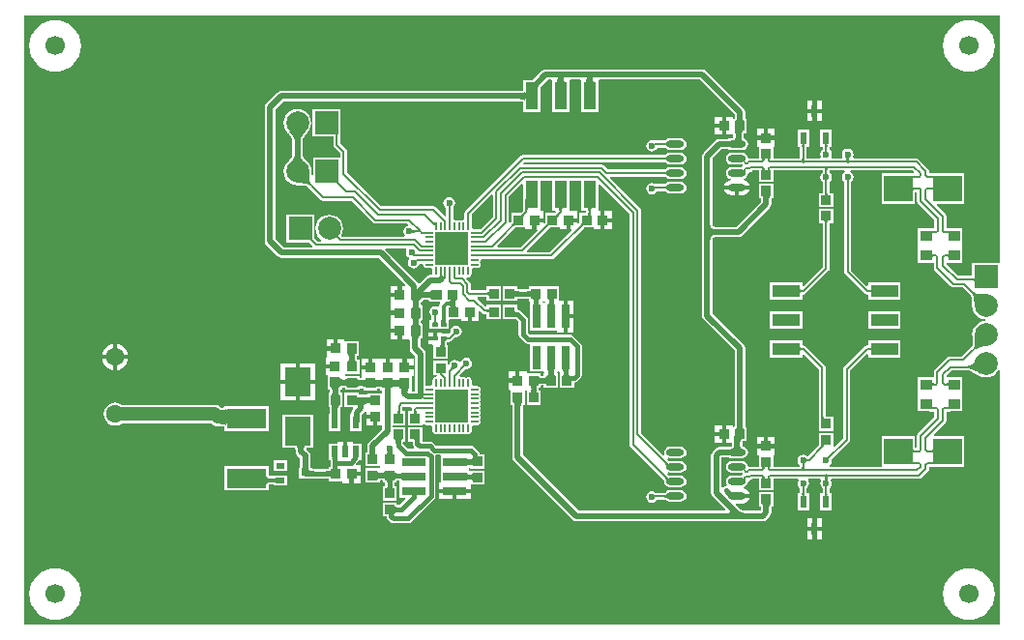
<source format=gtl>
G04*
G04 #@! TF.GenerationSoftware,Altium Limited,Altium Designer,20.1.8 (145)*
G04*
G04 Layer_Physical_Order=1*
G04 Layer_Color=255*
%FSTAX43Y43*%
%MOMM*%
G71*
G04*
G04 #@! TF.SameCoordinates,F5FA2015-3190-45B9-AB56-6F14DCCDFD5E*
G04*
G04*
G04 #@! TF.FilePolarity,Positive*
G04*
G01*
G75*
%ADD12C,0.200*%
%ADD13C,0.400*%
%ADD36C,1.700*%
%ADD41C,0.600*%
%ADD42R,0.850X0.850*%
%ADD43R,0.850X0.850*%
%ADD44R,1.130X2.440*%
%ADD45R,0.600X1.100*%
%ADD46R,1.000X0.900*%
%ADD47R,2.500X2.300*%
G04:AMPARAMS|DCode=48|XSize=1.55mm|YSize=0.6mm|CornerRadius=0.3mm|HoleSize=0mm|Usage=FLASHONLY|Rotation=0.000|XOffset=0mm|YOffset=0mm|HoleType=Round|Shape=RoundedRectangle|*
%AMROUNDEDRECTD48*
21,1,1.550,0.000,0,0,0.0*
21,1,0.950,0.600,0,0,0.0*
1,1,0.600,0.475,0.000*
1,1,0.600,-0.475,0.000*
1,1,0.600,-0.475,0.000*
1,1,0.600,0.475,0.000*
%
%ADD48ROUNDEDRECTD48*%
%ADD49R,3.500X1.780*%
%ADD50R,2.300X2.500*%
%ADD51R,0.800X0.500*%
%ADD52R,0.760X2.050*%
%ADD53R,2.900X2.900*%
%ADD54O,0.700X0.200*%
%ADD55O,0.200X0.700*%
%ADD56R,0.500X0.350*%
%ADD57R,2.050X0.760*%
%ADD58R,2.900X2.900*%
%ADD59R,2.440X1.130*%
%ADD60C,0.500*%
%ADD61C,0.350*%
%ADD62C,1.200*%
%ADD63C,1.600*%
%ADD64C,2.000*%
%ADD65R,2.000X2.000*%
%ADD66R,2.000X2.000*%
%ADD67C,0.500*%
G36*
X0081043Y0074222D02*
X008105Y0074137D01*
X0081062Y0074062D01*
X008108Y0073997D01*
X0081103Y0073942D01*
X008113Y0073897D01*
X0081162Y0073862D01*
X00812Y0073837D01*
X0081243Y0073822D01*
X008129Y0073817D01*
X008029D01*
X0080338Y0073822D01*
X008038Y0073837D01*
X0080418Y0073862D01*
X008045Y0073897D01*
X0080478Y0073942D01*
X00805Y0073997D01*
X0080518Y0074062D01*
X008053Y0074137D01*
X0080537Y0074222D01*
X008054Y0074317D01*
X008104D01*
X0081043Y0074222D01*
D02*
G37*
G36*
X0078503D02*
X007851Y0074137D01*
X0078522Y0074062D01*
X007854Y0073997D01*
X0078562Y0073942D01*
X007859Y0073897D01*
X0078622Y0073862D01*
X007866Y0073837D01*
X0078702Y0073822D01*
X007875Y0073817D01*
X007775D01*
X0077798Y0073822D01*
X007784Y0073837D01*
X0077878Y0073862D01*
X007791Y0073897D01*
X0077938Y0073942D01*
X007796Y0073997D01*
X0077978Y0074062D01*
X007799Y0074137D01*
X0077997Y0074222D01*
X0078Y0074317D01*
X00785D01*
X0078503Y0074222D01*
D02*
G37*
G36*
X0076626Y0073817D02*
X0076527Y0073714D01*
X0076371Y0073531D01*
X0076314Y0073449D01*
X0076272Y0073375D01*
X0076244Y0073308D01*
X007623Y0073248D01*
Y0073195D01*
X0076244Y0073149D01*
X0076272Y007311D01*
X0075565Y0073817D01*
X0075604Y0073789D01*
X007565Y0073775D01*
X0075703D01*
X0075763Y0073789D01*
X007583Y0073817D01*
X0075904Y0073859D01*
X0075986Y0073916D01*
X0076074Y0073987D01*
X0076272Y0074171D01*
X0076626Y0073817D01*
D02*
G37*
G36*
X0075151Y00721D02*
X0075146Y0072148D01*
X0075131Y007219D01*
X0075106Y0072228D01*
X0075071Y007226D01*
X0075025Y0072288D01*
X007497Y007231D01*
X0074905Y0072328D01*
X0074829Y007234D01*
X0074744Y0072348D01*
X0074648Y007235D01*
Y007285D01*
X0074744Y0072853D01*
X0074829Y007286D01*
X0074905Y0072873D01*
X007497Y007289D01*
X0075025Y0072913D01*
X0075071Y007294D01*
X0075106Y0072973D01*
X0075131Y007301D01*
X0075146Y0073053D01*
X0075151Y00731D01*
Y00721D01*
D02*
G37*
G36*
X0094202Y0070827D02*
X0094215Y0070667D01*
X0094228Y0070602D01*
X0094243Y0070547D01*
X0094262Y0070502D01*
X0094284Y0070467D01*
X009431Y0070442D01*
X0094339Y0070427D01*
X0094372Y0070422D01*
X0093528D01*
X0093561Y0070427D01*
X009359Y0070442D01*
X0093616Y0070467D01*
X0093638Y0070502D01*
X0093657Y0070547D01*
X0093672Y0070602D01*
X0093685Y0070667D01*
X0093693Y0070742D01*
X0093698Y0070827D01*
X00937Y0070922D01*
X00942D01*
X0094202Y0070827D01*
D02*
G37*
G36*
X0058748Y0069251D02*
X0058748Y0069245D01*
X0058749Y0069203D01*
X005875Y0069053D01*
X005855D01*
X0058549Y0069091D01*
X0058546Y0069125D01*
X0058541Y0069155D01*
X0058534Y0069181D01*
X0058525Y0069203D01*
X0058514Y0069221D01*
X0058501Y0069235D01*
X0058486Y0069245D01*
X0058469Y0069251D01*
X005845Y0069253D01*
X0058747D01*
X0058748Y0069251D01*
D02*
G37*
G36*
X0055832Y0069454D02*
X0055689Y0069278D01*
X0055631Y0069191D01*
X0055582Y0069105D01*
X0055542Y0069019D01*
X005551Y0068934D01*
X0055488Y006885D01*
X0055474Y0068767D01*
X005547Y0068684D01*
X005497Y0068679D01*
X0054965Y0068762D01*
X0054952Y0068846D01*
X0054929Y006893D01*
X0054898Y0069014D01*
X0054857Y0069099D01*
X0054807Y0069184D01*
X0054748Y006927D01*
X005468Y0069356D01*
X0054603Y0069442D01*
X0054517Y0069529D01*
X0055917Y0069543D01*
X0055832Y0069454D01*
D02*
G37*
G36*
X0094277Y0069576D02*
X0094235Y0069561D01*
X0094198Y0069535D01*
X0094165Y00695D01*
X0094137Y0069455D01*
X0094115Y00694D01*
X0094098Y0069334D01*
X0094085Y0069259D01*
X0094077Y0069173D01*
X0094077Y0069139D01*
X0094077Y0069103D01*
X0094085Y0069012D01*
X0094097Y0068932D01*
X0094115Y0068862D01*
X0094137Y0068803D01*
X0094164Y0068753D01*
X0094196Y0068715D01*
X0094234Y0068687D01*
X0094276Y0068669D01*
X0094323Y0068662D01*
X0093325Y0068701D01*
X0093372Y0068705D01*
X0093415Y0068718D01*
X0093452Y0068743D01*
X0093485Y0068777D01*
X0093512Y0068822D01*
X0093535Y0068878D01*
X0093552Y0068944D01*
X0093565Y006902D01*
X0093573Y0069107D01*
X0093574Y0069177D01*
X0093552Y0069533D01*
X0093545Y0069558D01*
X0093537Y0069573D01*
X0093528Y0069578D01*
X0094325Y0069581D01*
X0094277Y0069576D01*
D02*
G37*
G36*
X0101681Y0068354D02*
X0101664Y0068348D01*
X0101649Y0068338D01*
X0101636Y0068324D01*
X0101625Y0068305D01*
X0101616Y0068283D01*
X0101609Y0068257D01*
X0101604Y0068226D01*
X0101601Y0068192D01*
X01016Y0068153D01*
X01014D01*
X0101399Y0068192D01*
X0101396Y0068226D01*
X0101391Y0068257D01*
X0101384Y0068283D01*
X0101375Y0068305D01*
X0101364Y0068324D01*
X0101351Y0068338D01*
X0101336Y0068348D01*
X0101319Y0068354D01*
X01013Y0068356D01*
X01017D01*
X0101681Y0068354D01*
D02*
G37*
G36*
X0099681D02*
X0099664Y0068348D01*
X0099649Y0068338D01*
X0099636Y0068324D01*
X0099625Y0068305D01*
X0099616Y0068283D01*
X0099609Y0068257D01*
X0099604Y0068226D01*
X0099601Y0068192D01*
X00996Y0068153D01*
X00994D01*
X0099399Y0068192D01*
X0099396Y0068226D01*
X0099391Y0068257D01*
X0099384Y0068283D01*
X0099375Y0068305D01*
X0099364Y0068324D01*
X0099351Y0068338D01*
X0099336Y0068348D01*
X0099319Y0068354D01*
X00993Y0068356D01*
X00997D01*
X0099681Y0068354D01*
D02*
G37*
G36*
X0093147Y0068116D02*
X0093125Y0068123D01*
X0093094Y006813D01*
X0093055Y0068136D01*
X0092954Y0068145D01*
X0092743Y0068153D01*
X0092563Y0068155D01*
Y0068655D01*
X0092657Y0068655D01*
X0093094Y006868D01*
X0093125Y0068687D01*
X0093147Y0068694D01*
Y0068116D01*
D02*
G37*
G36*
X0096633Y0067126D02*
X0096623Y0067122D01*
X0096614Y0067114D01*
X0096606Y0067103D01*
X00966Y0067088D01*
X0096594Y0067071D01*
X009659Y006705D01*
X0096587Y0067026D01*
X0096585Y0066999D01*
X0096585Y0066969D01*
X0096385D01*
X0096384Y0066999D01*
X009638Y006705D01*
X0096375Y0067071D01*
X009637Y0067088D01*
X0096364Y0067103D01*
X0096356Y0067114D01*
X0096347Y0067122D01*
X0096337Y0067126D01*
X0096326Y0067128D01*
X0096644D01*
X0096633Y0067126D01*
D02*
G37*
G36*
X0096148D02*
X0096138Y0067122D01*
X0096129Y0067114D01*
X0096121Y0067103D01*
X0096115Y0067088D01*
X0096109Y0067071D01*
X0096105Y006705D01*
X0096102Y0067026D01*
X0096101Y0066999D01*
X00961Y0066969D01*
X00959D01*
X0095899Y0066999D01*
X0095895Y006705D01*
X0095891Y0067071D01*
X0095885Y0067088D01*
X0095879Y0067103D01*
X0095871Y0067114D01*
X0095862Y0067122D01*
X0095852Y0067126D01*
X0095841Y0067128D01*
X0096159D01*
X0096148Y0067126D01*
D02*
G37*
G36*
X0087607Y0066937D02*
X0087604Y0066955D01*
X0087596Y0066972D01*
X0087583Y0066987D01*
X0087565Y0067D01*
X0087541Y006701D01*
X0087512Y0067019D01*
X0087478Y0067026D01*
X0087439Y0067031D01*
X0087395Y0067034D01*
X0087345Y0067035D01*
Y0067235D01*
X0087395Y0067236D01*
X0087478Y0067244D01*
X0087512Y0067251D01*
X0087541Y006726D01*
X0087565Y006727D01*
X0087583Y0067283D01*
X0087596Y0067298D01*
X0087604Y0067314D01*
X0087607Y0067333D01*
Y0066937D01*
D02*
G37*
G36*
X0103589Y0067264D02*
X010357Y0067241D01*
X0103554Y0067218D01*
X010354Y0067194D01*
X0103527Y006717D01*
X0103518Y0067145D01*
X010351Y0067119D01*
X0103505Y0067096D01*
X0103508Y006708D01*
X0103518Y006705D01*
X0103532Y0067024D01*
X010355Y0067002D01*
X0103572Y0066984D01*
X0103598Y006697D01*
X0103628Y006696D01*
X0103662Y0066954D01*
X01037Y0066952D01*
X01034Y0066752D01*
X01031Y0066952D01*
X0103138Y0066954D01*
X0103172Y006696D01*
X0103202Y006697D01*
X0103228Y0066984D01*
X010325Y0067002D01*
X0103268Y0067024D01*
X0103282Y006705D01*
X0103292Y006708D01*
X0103295Y0067096D01*
X010329Y0067119D01*
X0103282Y0067145D01*
X0103272Y006717D01*
X010326Y0067194D01*
X0103246Y0067218D01*
X010323Y0067241D01*
X0103211Y0067264D01*
X010319Y0067286D01*
X010361D01*
X0103589Y0067264D01*
D02*
G37*
G36*
X0099602Y0067114D02*
X0099608Y006708D01*
X0099618Y006705D01*
X0099632Y0067024D01*
X009965Y0067002D01*
X0099672Y0066984D01*
X0099698Y006697D01*
X0099728Y006696D01*
X0099762Y0066954D01*
X00998Y0066952D01*
X00995Y0066752D01*
X00992Y0066952D01*
X0099238Y0066954D01*
X0099272Y006696D01*
X0099302Y006697D01*
X0099328Y0066984D01*
X009935Y0067002D01*
X0099368Y0067024D01*
X0099382Y006705D01*
X0099392Y006708D01*
X0099398Y0067114D01*
X00994Y0067152D01*
X00996D01*
X0099602Y0067114D01*
D02*
G37*
G36*
X0055475Y0067488D02*
X0055488Y0067404D01*
X0055511Y006732D01*
X0055542Y0067236D01*
X0055583Y0067151D01*
X0055633Y0067066D01*
X0055692Y006698D01*
X005576Y0066894D01*
X0055837Y0066808D01*
X0055923Y0066721D01*
X0054523Y0066707D01*
X0054608Y0066796D01*
X0054751Y0066972D01*
X0054809Y0067059D01*
X0054858Y0067145D01*
X0054898Y0067231D01*
X005493Y0067316D01*
X0054952Y00674D01*
X0054966Y0067483D01*
X005497Y0067566D01*
X005547Y0067571D01*
X0055475Y0067488D01*
D02*
G37*
G36*
X0096585Y006625D02*
X009659Y0066198D01*
X0096594Y0066177D01*
X00966Y0066159D01*
X0096606Y0066145D01*
X0096614Y0066133D01*
X0096623Y0066125D01*
X0096633Y0066121D01*
X0096644Y0066119D01*
X0096326D01*
X0096337Y0066121D01*
X0096347Y0066125D01*
X0096356Y0066133D01*
X0096364Y0066145D01*
X009637Y0066159D01*
X0096375Y0066177D01*
X009638Y0066198D01*
X0096382Y0066223D01*
X0096384Y006625D01*
X0096385Y0066281D01*
X0096585D01*
X0096585Y006625D01*
D02*
G37*
G36*
X0096101D02*
X0096105Y0066198D01*
X0096109Y0066177D01*
X0096115Y0066159D01*
X0096121Y0066145D01*
X0096129Y0066133D01*
X0096138Y0066125D01*
X0096148Y0066121D01*
X0096159Y0066119D01*
X0095841D01*
X0095852Y0066121D01*
X0095862Y0066125D01*
X0095871Y0066133D01*
X0095879Y0066145D01*
X0095885Y0066159D01*
X0095891Y0066177D01*
X0095895Y0066198D01*
X0095898Y0066223D01*
X0095899Y006625D01*
X00959Y0066281D01*
X00961D01*
X0096101Y006625D01*
D02*
G37*
G36*
X01018Y0066298D02*
X0101762Y0066296D01*
X0101728Y006629D01*
X0101698Y006628D01*
X0101672Y0066266D01*
X010165Y0066248D01*
X0101632Y0066226D01*
X0101618Y00662D01*
X0101608Y006617D01*
X0101602Y0066136D01*
X01016Y0066098D01*
X01014D01*
X0101398Y0066136D01*
X0101392Y006617D01*
X0101382Y00662D01*
X0101368Y0066226D01*
X010135Y0066248D01*
X0101328Y0066266D01*
X0101302Y006628D01*
X0101272Y006629D01*
X0101238Y0066296D01*
X01012Y0066298D01*
X01015Y0066498D01*
X01018Y0066298D01*
D02*
G37*
G36*
X0087607Y0065667D02*
X0087604Y0065686D01*
X0087596Y0065702D01*
X0087583Y0065717D01*
X0087565Y006573D01*
X0087541Y006574D01*
X0087512Y0065749D01*
X0087478Y0065756D01*
X0087439Y0065761D01*
X0087395Y0065764D01*
X0087345Y0065765D01*
Y0065965D01*
X0087395Y0065966D01*
X0087478Y0065974D01*
X0087512Y0065981D01*
X0087541Y006599D01*
X0087565Y0066D01*
X0087583Y0066013D01*
X0087596Y0066028D01*
X0087604Y0066045D01*
X0087607Y0066063D01*
Y0065667D01*
D02*
G37*
G36*
X0110903Y0065647D02*
X0110906Y006535D01*
X0110904Y0065369D01*
X0110898Y0065386D01*
X0110887Y0065401D01*
X0110873Y0065414D01*
X0110855Y0065425D01*
X0110833Y0065434D01*
X0110806Y0065441D01*
X0110776Y0065446D01*
X0110741Y0065449D01*
X0110703Y006545D01*
Y006565D01*
X0110903Y0065647D01*
D02*
G37*
G36*
X0109297Y006545D02*
X0109259Y0065449D01*
X0109224Y0065446D01*
X0109194Y0065441D01*
X0109167Y0065434D01*
X0109145Y0065425D01*
X0109127Y0065414D01*
X0109113Y0065401D01*
X0109102Y0065386D01*
X0109096Y0065369D01*
X0109094Y006535D01*
X0109097Y0065647D01*
X0109099Y0065648D01*
X0109105Y0065648D01*
X0109147Y0065649D01*
X0109297Y006565D01*
Y006545D01*
D02*
G37*
G36*
X0058756Y006527D02*
X005875Y0065252D01*
Y0065231D01*
X0058756Y0065207D01*
X0058767Y006518D01*
X0058784Y006515D01*
X0058807Y0065118D01*
X0058835Y0065082D01*
X0058908Y0065003D01*
X0058767Y0064862D01*
X0058726Y0064901D01*
X0058652Y0064963D01*
X005862Y0064986D01*
X005859Y0065003D01*
X0058563Y0065014D01*
X0058539Y006502D01*
X0058518D01*
X00585Y0065014D01*
X0058484Y0065003D01*
X0058767Y0065286D01*
X0058756Y006527D01*
D02*
G37*
G36*
X0055483Y0065976D02*
X0055493Y0065948D01*
X005551Y0065914D01*
X0055534Y0065877D01*
X0055564Y0065835D01*
X0055645Y0065736D01*
X0055752Y006562D01*
X0055806Y0065566D01*
X005623Y006599D01*
X005623Y0065828D01*
X0056258Y0065419D01*
X0056275Y0065308D01*
X0056297Y006521D01*
X0056324Y0065124D01*
X0056354Y0065051D01*
X0056389Y0064991D01*
X0056429Y0064943D01*
X0056287Y0064801D01*
X0056239Y0064841D01*
X0056179Y0064876D01*
X0056106Y0064906D01*
X005602Y0064933D01*
X0055922Y0064955D01*
X0055811Y0064972D01*
X0055551Y0064995D01*
X0055402Y0065D01*
X005524Y0065D01*
X0055664Y0065424D01*
X005561Y0065478D01*
X0055396Y0065666D01*
X0055353Y0065696D01*
X0055316Y006572D01*
X0055282Y0065737D01*
X0055254Y0065747D01*
X005523Y006575D01*
X005548Y0066D01*
X0055483Y0065976D01*
D02*
G37*
G36*
X0110906Y00643D02*
X0110904Y0064319D01*
X0110898Y0064336D01*
X0110888Y0064351D01*
X0110874Y0064364D01*
X0110855Y0064375D01*
X0110833Y0064384D01*
X0110807Y0064391D01*
X0110776Y0064396D01*
X0110742Y0064399D01*
X0110703Y00644D01*
Y00646D01*
X0110742Y0064601D01*
X0110776Y0064604D01*
X0110807Y0064609D01*
X0110833Y0064616D01*
X0110855Y0064625D01*
X0110874Y0064636D01*
X0110888Y0064649D01*
X0110898Y0064664D01*
X0110904Y0064681D01*
X0110906Y00647D01*
Y00643D01*
D02*
G37*
G36*
X0109096Y0064681D02*
X0109102Y0064664D01*
X0109112Y0064649D01*
X0109126Y0064636D01*
X0109145Y0064625D01*
X0109167Y0064616D01*
X0109193Y0064609D01*
X0109224Y0064604D01*
X0109258Y0064601D01*
X0109297Y00646D01*
Y00644D01*
X0109258Y0064399D01*
X0109224Y0064396D01*
X0109193Y0064391D01*
X0109167Y0064384D01*
X0109145Y0064375D01*
X0109126Y0064364D01*
X0109112Y0064351D01*
X0109102Y0064336D01*
X0109096Y0064319D01*
X0109094Y00643D01*
Y00647D01*
X0109096Y0064681D01*
D02*
G37*
G36*
X0101601Y0064083D02*
X0101604Y0064049D01*
X0101609Y0064018D01*
X0101616Y0063992D01*
X0101625Y006397D01*
X0101636Y0063951D01*
X0101649Y0063937D01*
X0101664Y0063927D01*
X0101681Y0063921D01*
X01017Y0063919D01*
X01013D01*
X0101319Y0063921D01*
X0101336Y0063927D01*
X0101351Y0063937D01*
X0101364Y0063951D01*
X0101375Y006397D01*
X0101384Y0063992D01*
X0101391Y0064018D01*
X0101396Y0064049D01*
X0101399Y0064083D01*
X01014Y0064122D01*
X01016D01*
X0101601Y0064083D01*
D02*
G37*
G36*
X0096639Y0063873D02*
X009661Y0063858D01*
X0096584Y0063833D01*
X0096562Y0063798D01*
X0096543Y0063753D01*
X0096528Y0063698D01*
X0096515Y0063633D01*
X0096507Y0063558D01*
X0096502Y0063473D01*
X00965Y0063378D01*
X0096D01*
X0095998Y0063473D01*
X0095985Y0063633D01*
X0095972Y0063698D01*
X0095957Y0063753D01*
X0095938Y0063798D01*
X0095916Y0063833D01*
X009589Y0063858D01*
X0095861Y0063873D01*
X0095828Y0063878D01*
X0096672D01*
X0096639Y0063873D01*
D02*
G37*
G36*
X0080971Y0062784D02*
X0080954Y0062778D01*
X0080939Y0062768D01*
X0080926Y0062754D01*
X0080915Y0062735D01*
X0080906Y0062713D01*
X0080899Y0062687D01*
X0080894Y0062656D01*
X0080891Y0062622D01*
X008089Y0062583D01*
X008069D01*
X0080689Y0062622D01*
X0080686Y0062656D01*
X0080681Y0062687D01*
X0080674Y0062713D01*
X0080665Y0062735D01*
X0080654Y0062754D01*
X0080641Y0062768D01*
X0080626Y0062778D01*
X0080609Y0062784D01*
X008059Y0062786D01*
X008099D01*
X0080971Y0062784D01*
D02*
G37*
G36*
X0078431D02*
X0078414Y0062778D01*
X0078399Y0062768D01*
X0078386Y0062754D01*
X0078375Y0062735D01*
X0078366Y0062713D01*
X0078359Y0062687D01*
X0078354Y0062656D01*
X0078351Y0062622D01*
X007835Y0062583D01*
X007815D01*
X0078149Y0062622D01*
X0078146Y0062656D01*
X0078141Y0062687D01*
X0078134Y0062713D01*
X0078125Y0062735D01*
X0078114Y0062754D01*
X0078101Y0062768D01*
X0078086Y0062778D01*
X0078069Y0062784D01*
X007805Y0062786D01*
X007845D01*
X0078431Y0062784D01*
D02*
G37*
G36*
X0075426Y0062784D02*
X0075409Y0062778D01*
X0075394Y0062767D01*
X0075381Y0062753D01*
X007537Y0062735D01*
X0075361Y0062713D01*
X0075354Y0062686D01*
X0075349Y0062656D01*
X0075346Y0062621D01*
X0075345Y0062583D01*
X0075145D01*
X0075148Y0062783D01*
X0075445Y0062786D01*
X0075426Y0062784D01*
D02*
G37*
G36*
X0080891Y0062334D02*
X0080897Y006227D01*
X0080903Y0062244D01*
X008091Y0062222D01*
X008092Y0062204D01*
X008093Y006219D01*
X0080942Y006218D01*
X0080956Y0062174D01*
X0080972Y0062172D01*
X008059Y0062169D01*
X0080609Y0062171D01*
X0080626Y0062177D01*
X0080641Y0062188D01*
X0080654Y0062202D01*
X0080665Y006222D01*
X0080674Y0062242D01*
X0080681Y0062269D01*
X0080686Y0062299D01*
X0080689Y0062334D01*
X008069Y0062372D01*
X008089D01*
X0080891Y0062334D01*
D02*
G37*
G36*
X0078113Y0062172D02*
X0078073Y0062131D01*
X0078011Y0062057D01*
X0077988Y0062024D01*
X007797Y0061994D01*
X0077959Y0061968D01*
X0077953Y0061944D01*
X0077953Y0061923D01*
X0077958Y0061904D01*
X0077969Y0061889D01*
X0077689Y0062169D01*
X0077704Y0062158D01*
X0077723Y0062153D01*
X0077744Y0062153D01*
X0077768Y0062159D01*
X0077794Y006217D01*
X0077824Y0062188D01*
X0077857Y0062211D01*
X0077892Y0062239D01*
X0077972Y0062313D01*
X0078113Y0062172D01*
D02*
G37*
G36*
X0075113D02*
X0075073Y0062131D01*
X0075011Y0062057D01*
X0074988Y0062024D01*
X007497Y0061994D01*
X0074959Y0061968D01*
X0074953Y0061944D01*
X0074953Y0061923D01*
X0074958Y0061904D01*
X0074969Y0061889D01*
X0074689Y0062169D01*
X0074704Y0062158D01*
X0074723Y0062153D01*
X0074744Y0062153D01*
X0074768Y0062159D01*
X0074794Y006217D01*
X0074824Y0062188D01*
X0074857Y0062211D01*
X0074892Y0062239D01*
X0074972Y0062313D01*
X0075113Y0062172D01*
D02*
G37*
G36*
X0074945Y0064846D02*
Y0063565D01*
X0074939Y0063535D01*
X0074939Y0063535D01*
Y0062572D01*
X007479Y0062423D01*
X0074759Y0062393D01*
X0074736Y0062375D01*
X0073925D01*
Y0061615D01*
X0073924Y0061611D01*
X0073925Y0061607D01*
Y006158D01*
X007386Y0061527D01*
X0073771Y0061566D01*
X0073741Y006159D01*
Y0063808D01*
X0074828Y0064894D01*
X0074945Y0064846D01*
D02*
G37*
G36*
X0077485Y006258D02*
X0077768D01*
X0077813Y006247D01*
X0077732Y0062375D01*
X0076925D01*
Y0061615D01*
X0076924Y0061611D01*
X0076925Y0061607D01*
Y0061565D01*
X0076883Y0061516D01*
X0076842Y0061475D01*
X0076725Y0061524D01*
Y0061575D01*
X0076125D01*
Y0060975D01*
X0076176D01*
X0076225Y0060858D01*
X0074723Y0059356D01*
X0072754D01*
X0072706Y0059473D01*
X0074308Y0061076D01*
X007434Y0061106D01*
X0074365Y0061125D01*
X0074365Y0061125D01*
X0074407D01*
X0074411Y0061124D01*
X0074415Y0061125D01*
X0075175D01*
X0075175Y0060975D01*
X0075775D01*
Y006175D01*
X007595D01*
Y0061925D01*
X0076725D01*
Y0062525D01*
X0076579D01*
X0076475Y006258D01*
Y0065214D01*
X0077485D01*
Y006258D01*
D02*
G37*
G36*
X0080025D02*
X0080484D01*
Y0062375D01*
X0079925D01*
Y0061615D01*
X0079924Y0061611D01*
X0079925Y0061607D01*
Y0061565D01*
X0079883Y0061516D01*
X0079842Y0061475D01*
X0079725Y0061524D01*
Y0061575D01*
X0079125D01*
Y0060975D01*
X0079176D01*
X0079225Y0060858D01*
X0077323Y0058956D01*
X0075354D01*
X0075306Y0059073D01*
X0077308Y0061076D01*
X007734Y0061106D01*
X0077365Y0061125D01*
X0077365Y0061125D01*
X0077407D01*
X0077411Y0061124D01*
X0077415Y0061125D01*
X0078175D01*
X0078175Y0060975D01*
X0078775D01*
Y006175D01*
X007895D01*
Y0061925D01*
X0079725D01*
Y0062525D01*
X0079119D01*
X0079015Y006258D01*
Y0065214D01*
X0080025D01*
Y006258D01*
D02*
G37*
G36*
X0080411Y0061328D02*
X0080395Y0061339D01*
X0080377Y0061345D01*
X0080356D01*
X0080332Y0061339D01*
X0080305Y0061328D01*
X0080275Y0061311D01*
X0080243Y0061288D01*
X0080207Y006126D01*
X0080128Y0061187D01*
X0079987Y0061328D01*
X0080026Y0061369D01*
X0080088Y0061443D01*
X0080111Y0061475D01*
X0080128Y0061505D01*
X0080139Y0061532D01*
X0080145Y0061556D01*
Y0061577D01*
X0080139Y0061595D01*
X0080128Y0061611D01*
X0080411Y0061328D01*
D02*
G37*
G36*
X0077411D02*
X0077395Y0061339D01*
X0077377Y0061345D01*
X0077356D01*
X0077332Y0061339D01*
X0077305Y0061328D01*
X0077275Y0061311D01*
X0077243Y0061288D01*
X0077207Y006126D01*
X0077128Y0061187D01*
X0076987Y0061328D01*
X0077026Y0061369D01*
X0077088Y0061443D01*
X0077111Y0061475D01*
X0077128Y0061505D01*
X0077139Y0061532D01*
X0077145Y0061556D01*
Y0061577D01*
X0077139Y0061595D01*
X0077128Y0061611D01*
X0077411Y0061328D01*
D02*
G37*
G36*
X0074411D02*
X0074395Y0061339D01*
X0074377Y0061345D01*
X0074356D01*
X0074332Y0061339D01*
X0074305Y0061328D01*
X0074275Y0061311D01*
X0074243Y0061288D01*
X0074207Y006126D01*
X0074128Y0061187D01*
X0073987Y0061328D01*
X0074026Y0061369D01*
X0074088Y0061443D01*
X0074111Y0061475D01*
X0074128Y0061505D01*
X0074139Y0061532D01*
X0074145Y0061556D01*
Y0061577D01*
X0074139Y0061595D01*
X0074128Y0061611D01*
X0074411Y0061328D01*
D02*
G37*
G36*
X0067254Y0061324D02*
X0067253Y0061326D01*
X006725Y0061327D01*
X0067245Y0061328D01*
X0067237Y006133D01*
X0067214Y0061331D01*
X0067164Y0061333D01*
X0067142Y0061333D01*
Y0061533D01*
X0067281Y006154D01*
X0067254Y0061324D01*
D02*
G37*
G36*
X0072329Y0063927D02*
Y0062037D01*
X0071248Y0060956D01*
X007055D01*
Y006105D01*
X0070456D01*
Y006222D01*
X0072212Y0063976D01*
X0072329Y0063927D01*
D02*
G37*
G36*
X0065236Y0060939D02*
X0065259Y006092D01*
X0065282Y0060904D01*
X0065306Y006089D01*
X006533Y0060877D01*
X0065355Y0060868D01*
X0065381Y006086D01*
X0065408Y0060854D01*
X0065435Y0060851D01*
X0065463Y006085D01*
Y006065D01*
X0065435Y0060649D01*
X0065408Y0060646D01*
X0065381Y006064D01*
X0065355Y0060632D01*
X006533Y0060623D01*
X0065306Y006061D01*
X0065282Y0060596D01*
X0065259Y006058D01*
X0065236Y0060561D01*
X0065214Y006054D01*
Y006096D01*
X0065236Y0060939D01*
D02*
G37*
G36*
X0112253Y0060797D02*
X0112256Y00605D01*
X0112254Y0060519D01*
X0112248Y0060536D01*
X0112237Y0060551D01*
X0112223Y0060564D01*
X0112205Y0060575D01*
X0112183Y0060584D01*
X0112156Y0060591D01*
X0112126Y0060596D01*
X0112091Y0060599D01*
X0112053Y00606D01*
Y00608D01*
X0112253Y0060797D01*
D02*
G37*
G36*
X0110947Y00606D02*
X0110909Y0060599D01*
X0110874Y0060596D01*
X0110844Y0060591D01*
X0110817Y0060584D01*
X0110795Y0060575D01*
X0110777Y0060564D01*
X0110763Y0060551D01*
X0110752Y0060536D01*
X0110746Y0060519D01*
X0110744Y00605D01*
X0110747Y0060797D01*
X0110947Y00608D01*
Y00606D01*
D02*
G37*
G36*
X0091355Y0061355D02*
X009137Y006127D01*
X0091395Y0061195D01*
X009143Y006113D01*
X0091475Y0061075D01*
X009153Y006103D01*
X0091595Y0060995D01*
X009167Y006097D01*
X0091755Y0060955D01*
X009185Y006095D01*
Y006045D01*
X0091755Y0060445D01*
X009167Y006043D01*
X0091595Y0060405D01*
X009153Y006037D01*
X0091475Y0060325D01*
X009143Y006027D01*
X0091395Y0060205D01*
X009137Y006013D01*
X0091355Y0060045D01*
X009135Y005995D01*
X009085Y00607D01*
X009135Y006145D01*
X0091355Y0061355D01*
D02*
G37*
G36*
X0056446Y006027D02*
X005644Y0060252D01*
Y0060231D01*
X0056446Y0060207D01*
X0056457Y006018D01*
X0056474Y006015D01*
X0056497Y0060118D01*
X0056525Y0060082D01*
X0056598Y0060003D01*
X0056457Y0059862D01*
X0056416Y0059901D01*
X0056342Y0059963D01*
X005631Y0059986D01*
X005628Y0060003D01*
X0056253Y0060014D01*
X0056229Y006002D01*
X0056208D01*
X005619Y0060014D01*
X0056174Y0060003D01*
X0056457Y0060286D01*
X0056446Y006027D01*
D02*
G37*
G36*
X0112256Y005845D02*
X0112254Y0058469D01*
X0112248Y0058486D01*
X0112238Y0058501D01*
X0112224Y0058514D01*
X0112205Y0058525D01*
X0112183Y0058534D01*
X0112157Y0058541D01*
X0112126Y0058546D01*
X0112092Y0058549D01*
X0112053Y005855D01*
Y005875D01*
X0112092Y0058751D01*
X0112126Y0058754D01*
X0112157Y0058759D01*
X0112183Y0058766D01*
X0112205Y0058775D01*
X0112224Y0058786D01*
X0112238Y0058799D01*
X0112248Y0058814D01*
X0112254Y0058831D01*
X0112256Y005885D01*
Y005845D01*
D02*
G37*
G36*
X0110746Y0058831D02*
X0110752Y0058814D01*
X0110762Y0058799D01*
X0110776Y0058786D01*
X0110795Y0058775D01*
X0110817Y0058766D01*
X0110843Y0058759D01*
X0110874Y0058754D01*
X0110908Y0058751D01*
X0110947Y005875D01*
Y005855D01*
X0110908Y0058549D01*
X0110874Y0058546D01*
X0110843Y0058541D01*
X0110817Y0058534D01*
X0110795Y0058525D01*
X0110776Y0058514D01*
X0110762Y0058501D01*
X0110752Y0058486D01*
X0110746Y0058469D01*
X0110744Y005845D01*
Y005885D01*
X0110746Y0058831D01*
D02*
G37*
G36*
X0116694Y005799D02*
X01143D01*
Y0056852D01*
X011308D01*
X011206Y0057873D01*
X0112065Y0058D01*
X011345D01*
Y00591D01*
X011345Y00591D01*
Y00599D01*
X011345Y00599D01*
Y0061D01*
X011243D01*
X01124Y0061006D01*
X01124Y0061006D01*
X0112033D01*
Y0062077D01*
X011201Y0062194D01*
X0111943Y0062293D01*
X0111943Y0062293D01*
X0111204Y0063033D01*
X0111253Y006315D01*
X01136D01*
Y006585D01*
X011113D01*
X01111Y0065856D01*
X01111Y0065856D01*
X0110533D01*
Y0066021D01*
X0110533Y0066021D01*
X011051Y0066138D01*
X0110443Y0066237D01*
X0110443Y0066237D01*
X0109612Y0067068D01*
X0109513Y0067135D01*
X0109396Y0067158D01*
X0109396Y0067158D01*
X0103907D01*
X0103848Y006727D01*
X0103871Y0067305D01*
X010391Y00675D01*
X0103871Y0067695D01*
X010376Y006786D01*
X0103595Y0067971D01*
X01034Y006801D01*
X0103205Y0067971D01*
X010304Y006786D01*
X0102929Y0067695D01*
X010289Y00675D01*
X0102929Y0067305D01*
X0102952Y006727D01*
X0102893Y0067158D01*
X0102007D01*
X0101948Y006727D01*
X0101971Y0067305D01*
X010201Y00675D01*
X0101971Y0067695D01*
X010186Y006786D01*
X0101806Y0067897D01*
Y006815D01*
X010195D01*
Y006965D01*
X010095D01*
Y006815D01*
X0101194D01*
Y0067897D01*
X010114Y006786D01*
X0101029Y0067695D01*
X010099Y00675D01*
X0101029Y0067305D01*
X0101052Y006727D01*
X0100993Y0067158D01*
X0099806D01*
Y006815D01*
X010005D01*
Y006965D01*
X009905D01*
Y006815D01*
X0099194D01*
Y0067158D01*
X0096875D01*
X0096875Y0068175D01*
X0097025Y0068175D01*
Y0068775D01*
X0095475D01*
Y0068175D01*
X0095625Y0068175D01*
X0095625Y0068048D01*
Y0067158D01*
X0094741D01*
X0094671Y0067204D01*
X0094646Y006733D01*
X0094535Y0067495D01*
X009437Y0067606D01*
X0094175Y0067645D01*
X0093225D01*
X009303Y0067606D01*
X0092865Y0067495D01*
X0092754Y006733D01*
X0092715Y0067135D01*
X0092754Y006694D01*
X0092865Y0066775D01*
X009303Y0066664D01*
X0093225Y0066625D01*
X0094119D01*
X0094158Y0066587D01*
X0094159Y0066585D01*
Y0066485D01*
X0094049Y0066375D01*
X0093225D01*
X009303Y0066336D01*
X0092865Y0066225D01*
X0092754Y006606D01*
X0092715Y0065865D01*
X0092754Y006567D01*
X0092865Y0065505D01*
X009303Y0065394D01*
X0093145Y0065371D01*
Y0065242D01*
X0092971Y0065207D01*
X0092756Y0065064D01*
X0092613Y0064849D01*
X0092597Y006477D01*
X0094803D01*
X0094787Y0064849D01*
X0094644Y0065064D01*
X0094429Y0065207D01*
X0094255Y0065242D01*
Y0065371D01*
X009437Y0065394D01*
X0094535Y0065505D01*
X0094646Y006567D01*
X0094685Y0065865D01*
X0094684Y0065869D01*
X0094765Y0065967D01*
X0094804D01*
X0094804Y0065967D01*
X0094921Y006599D01*
X009502Y0066057D01*
X0095055Y0066092D01*
X0095625D01*
Y0065075D01*
X0096875D01*
Y0066092D01*
X0101194D01*
Y0065897D01*
X010114Y006586D01*
X0101029Y0065695D01*
X010099Y00655D01*
X0101029Y0065305D01*
X010114Y006514D01*
X0101194Y0065103D01*
Y0064125D01*
X0100875D01*
Y0062875D01*
X0102125D01*
Y0064125D01*
X0101806D01*
Y0065103D01*
X010186Y006514D01*
X0101971Y0065305D01*
X010201Y00655D01*
X0101971Y0065695D01*
X010186Y006586D01*
X0101806Y0065897D01*
Y0066092D01*
X0103122D01*
X0103197Y0065974D01*
X0103196Y0065965D01*
X010304Y006586D01*
X0102929Y0065695D01*
X010289Y00655D01*
X0102929Y0065305D01*
X010304Y006514D01*
X0103094Y0065103D01*
Y005722D01*
X0103094Y005722D01*
X0103117Y0057103D01*
X0103184Y0057004D01*
X0104864Y0055324D01*
X0104864Y0055324D01*
X0104963Y0055257D01*
X010508Y0055234D01*
X010518D01*
Y0054775D01*
X010802D01*
Y0056305D01*
X010518D01*
Y0056039D01*
X0105063Y005599D01*
X0103706Y0057347D01*
Y0065103D01*
X010376Y006514D01*
X0103871Y0065305D01*
X010391Y00655D01*
X0103871Y0065695D01*
X010376Y006586D01*
X0103604Y0065965D01*
X0103603Y0065974D01*
X0103678Y0066092D01*
X0109081D01*
X01092Y0065973D01*
X0109151Y0065856D01*
X01089D01*
X010887Y006585D01*
X01064D01*
Y006315D01*
X01093D01*
Y0064194D01*
X0109467D01*
Y0063389D01*
X0109467Y0063389D01*
X010949Y0063272D01*
X0109557Y0063173D01*
X0110967Y0061762D01*
Y0061006D01*
X01106D01*
X01106Y0061006D01*
X011057Y0061D01*
X010955D01*
Y00599D01*
X010955Y00599D01*
Y00591D01*
X010955Y00591D01*
Y0058D01*
X0110944D01*
Y0057543D01*
X0110944Y0057543D01*
X0110967Y0057426D01*
X0111034Y0057327D01*
X011243Y005593D01*
X0112529Y0055864D01*
X0112646Y0055841D01*
X0113477D01*
X0114163Y0055154D01*
X0114173Y0055143D01*
X0114193Y0055108D01*
X0114214Y0055056D01*
X0114235Y0054988D01*
X0114254Y0054904D01*
X0114269Y0054808D01*
X0114296Y0054415D01*
X0114296Y0054298D01*
X011429Y005425D01*
X0114331Y0053937D01*
X0114452Y0053645D01*
X0114644Y0053394D01*
X0114895Y0053202D01*
X0115187Y0053081D01*
X0115467Y0053044D01*
Y0052916D01*
X0115187Y0052879D01*
X0114895Y0052758D01*
X0114644Y0052566D01*
X0114452Y0052315D01*
X0114331Y0052023D01*
X011429Y005171D01*
X0114312Y0051544D01*
X011431Y0051527D01*
X0114345Y0051246D01*
X0114351Y0051131D01*
X0114351Y0051027D01*
X0114345Y0050936D01*
X0114333Y0050859D01*
X0114317Y0050796D01*
X0114298Y0050748D01*
X0114278Y0050714D01*
X0114266Y0050699D01*
X0113373Y0049806D01*
X0112293D01*
X0112293Y0049806D01*
X0112176Y0049783D01*
X0112077Y0049716D01*
X0112077Y0049716D01*
X0111034Y0048673D01*
X0110967Y0048574D01*
X0110944Y0048457D01*
X0110944Y0048457D01*
Y0048D01*
X010955D01*
Y00469D01*
X010955Y00469D01*
Y00461D01*
X010955Y00461D01*
Y0045D01*
X011057D01*
X01106Y0044994D01*
X01106Y0044994D01*
X0110967D01*
Y0044504D01*
X0109557Y0043093D01*
X010949Y0042994D01*
X0109467Y0042877D01*
X0109467Y0042877D01*
Y0041806D01*
X01093D01*
Y004285D01*
X01064D01*
Y0040158D01*
X0101817D01*
X0101779Y0040285D01*
X010186Y004034D01*
X0101971Y0040505D01*
X010201Y00407D01*
X0101997Y0040764D01*
X0103535Y0042302D01*
X0103535Y0042302D01*
X0103601Y0042402D01*
X0103625Y0042519D01*
Y0048572D01*
X0105063Y005001D01*
X010518Y0049961D01*
Y0049695D01*
X010802D01*
Y0051225D01*
X010518D01*
Y0050766D01*
X010508D01*
X0104963Y0050743D01*
X0104864Y0050676D01*
X0104864Y0050676D01*
X0103102Y0048915D01*
X0103036Y0048816D01*
X0103013Y0048699D01*
X0103013Y0048699D01*
Y0042645D01*
X0102252Y0041885D01*
X0102125Y0041937D01*
Y0043125D01*
X0100875D01*
Y0042205D01*
X0100869Y0042175D01*
X0100869Y0042175D01*
Y0042002D01*
X0099973Y0041106D01*
X009986Y004106D01*
X0099695Y0041171D01*
X00995Y004121D01*
X0099305Y0041171D01*
X009914Y004106D01*
X0099029Y0040895D01*
X009899Y00407D01*
X0099029Y0040505D01*
X009914Y004034D01*
X0099194Y0040303D01*
Y0040158D01*
X0096875D01*
X0096875Y0041175D01*
X0097025Y0041175D01*
Y0041775D01*
X0095475D01*
Y0041175D01*
X0095625Y0041175D01*
X0095625Y0041048D01*
Y0040158D01*
X0094741D01*
X0094671Y0040204D01*
X0094646Y004033D01*
X0094535Y0040495D01*
X009437Y0040606D01*
X0094175Y0040645D01*
X0093225D01*
X009303Y0040606D01*
X0092865Y0040495D01*
X0092754Y004033D01*
X0092715Y0040135D01*
X0092754Y003994D01*
X0092865Y0039775D01*
X009303Y0039664D01*
X0093225Y0039625D01*
X0094119D01*
X0094158Y0039587D01*
X0094159Y0039585D01*
Y0039485D01*
X0094049Y0039375D01*
X0093225D01*
X009303Y0039336D01*
X0092865Y0039225D01*
X0092754Y003906D01*
X0092715Y0038865D01*
X0092754Y003867D01*
X0092807Y0038591D01*
X0092783Y0038534D01*
X0092737Y0038468D01*
X00926Y003844D01*
X0092468Y0038352D01*
X0092468Y0038352D01*
X0092341Y003839D01*
Y0040922D01*
X0092365Y0040946D01*
X0092824D01*
X009294Y0040942D01*
X009303Y0040933D01*
X0093045Y0040931D01*
X0093073Y0040925D01*
X0093084Y0040922D01*
X0093102Y004092D01*
X0093225Y0040895D01*
X0094175D01*
X009437Y0040934D01*
X0094535Y0041045D01*
X0094646Y004121D01*
X0094685Y0041405D01*
X0094646Y00416D01*
X0094535Y0041765D01*
X009437Y0041876D01*
X0094199Y004191D01*
X0094195Y0041916D01*
X0094184Y0041945D01*
X0094172Y0041989D01*
X0094162Y0042048D01*
X0094159Y004209D01*
Y0042192D01*
X0094162Y0042233D01*
X0094172Y0042291D01*
X0094184Y0042334D01*
X0094195Y0042363D01*
X0094203Y0042375D01*
X0094575D01*
Y0043418D01*
X0094576Y0043422D01*
X0094575Y0043426D01*
Y0043625D01*
X0094433D01*
X0094426Y0043648D01*
X0094418Y0043694D01*
X0094409Y0043799D01*
Y0050513D01*
X0094374Y0050688D01*
X0094274Y0050837D01*
X0091559Y0053553D01*
Y0060027D01*
X0091568Y006008D01*
X0091583Y0060124D01*
X00916Y0060156D01*
X009162Y006018D01*
X0091644Y00602D01*
X0091676Y0060217D01*
X009172Y0060232D01*
X0091773Y0060241D01*
X0093825D01*
X0094001Y0060276D01*
X0094149Y0060376D01*
X0096574Y0062801D01*
X0096674Y0062949D01*
X0096709Y0063125D01*
Y0063519D01*
X009671Y006354D01*
X0096717Y0063603D01*
X0096726Y0063652D01*
X0096733Y0063675D01*
X0096875D01*
Y0063874D01*
X0096876Y0063878D01*
X0096875Y0063882D01*
Y0064925D01*
X0095625D01*
Y0063882D01*
X0095624Y0063878D01*
X0095625Y0063874D01*
Y0063675D01*
X0095767D01*
X0095774Y0063652D01*
X0095782Y0063606D01*
X0095791Y0063501D01*
Y0063315D01*
X0093635Y0061159D01*
X0091773D01*
X009172Y0061168D01*
X0091676Y0061183D01*
X0091644Y00612D01*
X009162Y006122D01*
X00916Y0061244D01*
X0091583Y0061276D01*
X0091568Y006132D01*
X0091559Y0061373D01*
Y006714D01*
X0092365Y0067946D01*
X0092824D01*
X009294Y0067942D01*
X009303Y0067933D01*
X0093045Y0067931D01*
X0093073Y0067925D01*
X0093084Y0067922D01*
X0093102Y006792D01*
X0093225Y0067895D01*
X0094175D01*
X009437Y0067934D01*
X0094535Y0068045D01*
X0094646Y006821D01*
X0094685Y0068405D01*
X0094646Y00686D01*
X0094535Y0068765D01*
X009437Y0068876D01*
X0094324Y0068885D01*
X0094323Y0068888D01*
X009431Y0068923D01*
X0094297Y0068972D01*
X0094288Y0069036D01*
X0094284Y0069082D01*
Y0069192D01*
X0094287Y0069233D01*
X0094297Y0069291D01*
X0094309Y0069334D01*
X009432Y0069363D01*
X0094328Y0069375D01*
X0094575D01*
Y0070418D01*
X0094576Y0070422D01*
X0094575Y0070426D01*
Y0070625D01*
X0094433D01*
X0094426Y0070648D01*
X0094418Y0070694D01*
X0094409Y0070799D01*
Y0071175D01*
X0094374Y0071351D01*
X0094274Y0071499D01*
X0090949Y0074824D01*
X0090801Y0074924D01*
X0090625Y0074959D01*
X0076955D01*
X0076779Y0074924D01*
X0076631Y0074824D01*
X0076033Y0074227D01*
X0075941Y0074141D01*
X0075864Y0074079D01*
X0075795Y0074032D01*
X0075774Y007402D01*
X0075569D01*
X0075565Y0074021D01*
X007556Y007402D01*
X0074945D01*
Y0073102D01*
X0074933Y0073095D01*
X0074905Y0073084D01*
X0074861Y0073072D01*
X0074804Y0073062D01*
X0074762Y0073059D01*
X00538D01*
X0053624Y0073024D01*
X0053476Y0072924D01*
X0052476Y0071924D01*
X0052376Y0071776D01*
X0052341Y00716D01*
Y00599D01*
X0052376Y0059724D01*
X0052476Y0059576D01*
X0053476Y0058576D01*
X0053624Y0058476D01*
X00538Y0058441D01*
X006231D01*
X0064659Y0056092D01*
X006461Y0055975D01*
X006435D01*
Y00552D01*
X0064175D01*
Y0055025D01*
X00634D01*
Y0054425D01*
X00634D01*
Y00544D01*
X00634D01*
Y00538D01*
X0064175D01*
Y005345D01*
X00634D01*
Y005285D01*
X00634D01*
Y0052825D01*
X00634D01*
Y0052225D01*
X0064175D01*
Y005205D01*
X006435D01*
Y0051275D01*
X006495D01*
X0065041Y0051189D01*
Y00505D01*
X0065076Y0050324D01*
X0065176Y0050176D01*
X0065516Y0049835D01*
Y0046759D01*
X0065325D01*
X0065225Y0046825D01*
Y0047024D01*
X0065226Y0047028D01*
X0065225Y0047032D01*
Y0048075D01*
X0065375Y0048075D01*
Y0048675D01*
X00646D01*
Y004885D01*
X0064425D01*
Y0049625D01*
X0063275D01*
Y004885D01*
X0062925D01*
Y0049625D01*
X0061775D01*
Y004885D01*
X00616D01*
Y0048675D01*
X0060825D01*
Y0048075D01*
X0060825D01*
X0060844Y0047948D01*
X0060832Y0047935D01*
X0060812Y0047934D01*
X0060792D01*
X0060762Y0047936D01*
X0060701Y0047944D01*
X0060655Y0047954D01*
X0060625Y0047963D01*
Y0048125D01*
X0060426D01*
X0060422Y0048126D01*
X0060418Y0048125D01*
X0059582D01*
X0059578Y0048126D01*
X0059574Y0048125D01*
X0059468D01*
X0059403Y0048208D01*
X0059438Y0048275D01*
X0060625D01*
Y0049318D01*
X0060626Y0049322D01*
X0060625Y0049326D01*
Y0049525D01*
X0060463D01*
X0060454Y0049555D01*
X0060445Y0049598D01*
X0060434Y0049707D01*
Y0049725D01*
X0060434Y0049745D01*
X0060441Y0049807D01*
X0060449Y0049858D01*
X0060453Y0049875D01*
X0060575D01*
Y0050074D01*
X0060576Y0050078D01*
X0060575Y0050082D01*
Y0051125D01*
X0059325D01*
X0059325Y0051275D01*
X0058725D01*
Y00505D01*
X005855D01*
Y0050325D01*
X0057775D01*
Y0049725D01*
X0057725D01*
Y0049125D01*
X00585D01*
Y0048775D01*
X0057725D01*
Y0048175D01*
X0057875Y0048175D01*
Y0047132D01*
X0057874Y0047128D01*
X0057875Y0047124D01*
Y0046925D01*
X0058037D01*
X0058046Y0046895D01*
X0058055Y0046852D01*
X0058065Y0046752D01*
X0058059Y0046693D01*
X0058051Y0046642D01*
X0058047Y0046625D01*
X0057925D01*
Y0046426D01*
X0057924Y0046422D01*
X0057925Y0046418D01*
Y0045582D01*
X0057924Y0045578D01*
X0057925Y0045574D01*
Y0045375D01*
X0058027D01*
X0058028Y004537D01*
X0058041Y004521D01*
Y0044926D01*
X0058038Y0044857D01*
X0058032Y0044804D01*
X0058032Y00448D01*
X005795D01*
Y0044601D01*
X0057949Y0044597D01*
X005795Y0044593D01*
Y00433D01*
X005895D01*
Y0044056D01*
X0058959Y00441D01*
Y0045199D01*
X0058962Y0045235D01*
X005897Y0045294D01*
X0058981Y0045339D01*
X0058992Y0045369D01*
X0058995Y0045375D01*
X0059175D01*
Y0045574D01*
X0059176Y0045578D01*
X0059175Y0045582D01*
Y0046418D01*
X0059176Y0046422D01*
X0059175Y0046426D01*
Y0046625D01*
X0059013D01*
X0059004Y0046655D01*
X0058995Y0046698D01*
X0058985Y0046798D01*
X0058991Y0046857D01*
X0058999Y0046908D01*
X0059003Y0046925D01*
X0059125D01*
Y0047047D01*
X0059142Y0047051D01*
X005919Y0047059D01*
X0059246Y0047063D01*
X0059299Y0047056D01*
X0059345Y0047046D01*
X0059375Y0047037D01*
Y0046875D01*
X0059574D01*
X0059578Y0046874D01*
X0059582Y0046875D01*
X0060418D01*
X0060422Y0046874D01*
X0060426Y0046875D01*
X0060625D01*
Y0046997D01*
X0060642Y0047001D01*
X006069Y0047009D01*
X0060788Y0047016D01*
X0060808D01*
X0060838Y0047014D01*
X0060899Y0047006D01*
X0060945Y0046996D01*
X0060975Y0046987D01*
Y0046825D01*
X0061174D01*
X0061178Y0046824D01*
X0061182Y0046825D01*
X0062018D01*
X0062022Y0046824D01*
X0062026Y0046825D01*
X0062225D01*
Y0046967D01*
X0062248Y0046974D01*
X0062294Y0046982D01*
X0062356Y0046988D01*
X0062475Y0046966D01*
Y0046825D01*
X0062641D01*
Y0046695D01*
X0062625Y0046575D01*
X0062514Y0046575D01*
X0061375D01*
Y0046459D01*
X0060575D01*
Y0046625D01*
X0059325D01*
Y0045375D01*
X006006D01*
X0060109Y0045258D01*
X0060076Y0045224D01*
X0059976Y0045076D01*
X0059941Y00449D01*
Y00448D01*
X005985D01*
Y00433D01*
X006085D01*
Y0044056D01*
X0060859Y00441D01*
Y004471D01*
X0061074Y0044926D01*
X0061098Y0044961D01*
X0061225Y0044922D01*
Y0044725D01*
X0062D01*
Y004455D01*
X0062175D01*
Y0043775D01*
X0062641D01*
Y0043465D01*
X0061476Y0042299D01*
X0061376Y0042151D01*
X0061341Y0041975D01*
Y0041425D01*
X0061175D01*
Y0040175D01*
X0062425D01*
Y0040025D01*
X0061175D01*
Y0038775D01*
X0062425D01*
Y0038973D01*
X0062429Y0038974D01*
X0062459Y0038982D01*
X0062502Y003899D01*
X0062532Y0038992D01*
X0062568D01*
X0062598Y003899D01*
X0062641Y0038982D01*
X0062671Y0038974D01*
X0062675Y0038973D01*
Y0038775D01*
X0062872D01*
X0062874Y0038769D01*
X0062882Y0038739D01*
X006289Y0038696D01*
X0062892Y0038667D01*
Y0038532D01*
X006289Y0038502D01*
X0062882Y0038459D01*
X0062874Y0038429D01*
X0062873Y0038425D01*
X0062675D01*
Y0037175D01*
X0063925D01*
Y0038425D01*
X0063727D01*
X0063726Y0038429D01*
X0063718Y0038459D01*
X006371Y0038502D01*
X0063708Y0038532D01*
Y0038667D01*
X006371Y0038696D01*
X0063718Y0038739D01*
X0063726Y0038769D01*
X0063728Y0038775D01*
X0063925D01*
Y0038927D01*
X0063955Y0038934D01*
X0064Y003894D01*
X0064025Y0038942D01*
X0064067D01*
X0064096Y003894D01*
X0064139Y0038932D01*
X0064169Y0038924D01*
X0064175Y0038922D01*
Y003872D01*
X0064175D01*
Y003861D01*
X0064175D01*
Y003745D01*
X0064607D01*
X0064656Y0037333D01*
X0064131Y0036808D01*
X0064032D01*
X0064002Y003681D01*
X0063959Y0036818D01*
X0063929Y0036826D01*
X0063925Y0036827D01*
Y0037025D01*
X0062675D01*
Y0035775D01*
X0063004D01*
X0063023Y0035678D01*
X0063112Y0035546D01*
X0063346Y0035312D01*
X0063346Y0035312D01*
X0063478Y0035223D01*
X0063634Y0035192D01*
X00649D01*
X00649Y0035192D01*
X0065056Y0035223D01*
X0065188Y0035312D01*
X0067188Y0037312D01*
X0067188Y0037312D01*
X0067277Y0037444D01*
X0067308Y00376D01*
X0067308Y00376D01*
Y0041041D01*
X0067297Y0041094D01*
X0067378Y0041192D01*
X0067665D01*
X0067775Y004115D01*
Y0040007D01*
X0067775Y003999D01*
Y003988D01*
X0067775Y0039863D01*
Y003876D01*
X0067625D01*
Y0038205D01*
X0070375D01*
Y0038575D01*
X0071625D01*
Y0039825D01*
X0070582D01*
X0070577Y0039826D01*
X0070573Y0039825D01*
X0070375D01*
Y0039825D01*
X0070302Y00398D01*
X0070225Y0039843D01*
X0070225Y003988D01*
Y0039984D01*
X0070257Y0040013D01*
X0070279Y0040028D01*
X0070293Y0040034D01*
X0070375Y0039986D01*
Y0039975D01*
X0071625D01*
Y0041225D01*
X0071183D01*
X0071152Y0041381D01*
X0071063Y0041513D01*
X0071063Y0041513D01*
X0070688Y0041888D01*
X0070556Y0041977D01*
X00704Y0042008D01*
X00704Y0042008D01*
X0067358D01*
X0067128Y0042238D01*
X0066995Y0042327D01*
X0066839Y0042358D01*
X0066839Y0042358D01*
X006615D01*
Y0042546D01*
X0066151Y004255D01*
X0066151Y0042551D01*
X0066151Y0042552D01*
X006615Y0042556D01*
Y00436D01*
X00649D01*
Y004235D01*
X0065284D01*
X0065286Y0042344D01*
X0065291Y0042306D01*
X0065292Y0042291D01*
Y00422D01*
X0065292Y00422D01*
X0065323Y0042044D01*
X0065412Y0041912D01*
X0065448Y0041875D01*
X0065399Y0041758D01*
X0064869D01*
X0064433Y0042194D01*
Y0042243D01*
X0064435Y0042273D01*
X0064443Y0042316D01*
X0064451Y0042346D01*
X0064452Y004235D01*
X006465D01*
Y00436D01*
X0063559D01*
Y004375D01*
X006465D01*
Y0045D01*
X0064406D01*
Y0045373D01*
X0064427Y0045394D01*
X0065164D01*
X0065236Y0045267D01*
X0065219Y0045183D01*
X0065219Y0045183D01*
Y0045D01*
X00649D01*
Y004375D01*
X006615D01*
Y0043893D01*
X0066277Y0043931D01*
X0066309Y0043884D01*
X0066408Y0043817D01*
X0066525Y0043794D01*
X006695D01*
Y00437D01*
X0067044D01*
Y0043275D01*
X0067067Y0043158D01*
X0067134Y0043059D01*
X0067233Y0042992D01*
X006735Y0042969D01*
X0067467Y0042992D01*
X006755Y0043048D01*
X0067633Y0042992D01*
X006775Y0042969D01*
X0067867Y0042992D01*
X006795Y0043048D01*
X0068033Y0042992D01*
X006815Y0042969D01*
X0068267Y0042992D01*
X006835Y0043048D01*
X0068433Y0042992D01*
X006855Y0042969D01*
X0068667Y0042992D01*
X006875Y0043048D01*
X0068833Y0042992D01*
X006895Y0042969D01*
X0069067Y0042992D01*
X006915Y0043048D01*
X0069233Y0042992D01*
X006935Y0042969D01*
X0069467Y0042992D01*
X006955Y0043048D01*
X0069633Y0042992D01*
X006975Y0042969D01*
X0069867Y0042992D01*
X006995Y0043048D01*
X0070033Y0042992D01*
X007015Y0042969D01*
X0070267Y0042992D01*
X0070366Y0043059D01*
X0070433Y0043158D01*
X0070456Y0043275D01*
Y00437D01*
X007055D01*
Y0043794D01*
X0070975D01*
X0071092Y0043817D01*
X0071191Y0043884D01*
X0071258Y0043983D01*
X0071281Y00441D01*
X0071258Y0044217D01*
X0071202Y00443D01*
X0071258Y0044383D01*
X0071281Y00445D01*
X0071258Y0044617D01*
X0071202Y00447D01*
X0071258Y0044783D01*
X0071281Y00449D01*
X0071258Y0045017D01*
X0071202Y00451D01*
X0071258Y0045183D01*
X0071281Y00453D01*
X0071258Y0045417D01*
X0071202Y00455D01*
X0071258Y0045583D01*
X0071281Y00457D01*
X0071258Y0045817D01*
X0071202Y00459D01*
X0071258Y0045983D01*
X0071281Y00461D01*
X0071258Y0046217D01*
X0071202Y00463D01*
X0071258Y0046383D01*
X0071281Y00465D01*
X0071258Y0046617D01*
X0071202Y00467D01*
X0071258Y0046783D01*
X0071281Y00469D01*
X0071258Y0047017D01*
X0071191Y0047116D01*
X0071092Y0047183D01*
X0070975Y0047206D01*
X007055D01*
Y00473D01*
X0070456D01*
Y0047725D01*
X0070433Y0047842D01*
X0070366Y0047941D01*
X0070267Y0048008D01*
X007015Y0048031D01*
X0070033Y0048008D01*
X006995Y0047952D01*
X0069867Y0048008D01*
X006975Y0048031D01*
X0069633Y0048008D01*
X0069581Y0047973D01*
X0069461Y004803D01*
X0069426Y0048145D01*
X0069976Y0048695D01*
X007Y004869D01*
X0070195Y0048729D01*
X007036Y004884D01*
X0070471Y0049005D01*
X007051Y00492D01*
X0070471Y0049395D01*
X007036Y004956D01*
X0070195Y0049671D01*
X007Y004971D01*
X0069805Y0049671D01*
X006964Y004956D01*
X0069529Y0049395D01*
X006952Y004935D01*
X0069385Y0049323D01*
X006936Y004936D01*
X0069195Y0049471D01*
X0069Y004951D01*
X0068805Y0049471D01*
X006864Y004936D01*
X0068529Y0049195D01*
X0068502Y0049059D01*
X0068375Y0049072D01*
Y0049425D01*
X0067125D01*
Y0048175D01*
X0067408D01*
X0067408Y0048175D01*
X0067421Y0048146D01*
X0067363Y0048052D01*
X0067335Y0048028D01*
X0067233Y0048008D01*
X0067134Y0047941D01*
X0067067Y0047842D01*
X0067044Y0047725D01*
Y00473D01*
X006695D01*
Y0047206D01*
X0066525D01*
X0066434Y0047281D01*
Y0050025D01*
X0066399Y0050201D01*
X0066299Y0050349D01*
X0065959Y005069D01*
Y0051242D01*
X0065962Y0051283D01*
X0065972Y005134D01*
X0065983Y0051383D01*
X0065995Y0051412D01*
X0066002Y0051424D01*
X0066016Y0051425D01*
X00662D01*
Y0051624D01*
X0066201Y0051628D01*
X00662Y0051632D01*
Y0052468D01*
X0066201Y0052472D01*
X00662Y0052476D01*
Y0052675D01*
X0066058D01*
X0066051Y0052698D01*
X0066043Y0052744D01*
X0066034Y0052847D01*
X0066035Y0052865D01*
X0066042Y0052928D01*
X0066051Y0052977D01*
X0066058Y0053D01*
X00662D01*
Y0053199D01*
X0066201Y0053203D01*
X00662Y0053207D01*
Y0054043D01*
X0066201Y0054047D01*
X00662Y0054051D01*
Y005425D01*
X0066058D01*
X0066051Y0054273D01*
X0066043Y0054319D01*
X0066034Y0054422D01*
X0066035Y005444D01*
X0066042Y0054503D01*
X0066051Y0054552D01*
X0066058Y0054575D01*
X00662D01*
Y0054717D01*
X0066223Y0054724D01*
X0066269Y0054732D01*
X0066374Y0054741D01*
X0066619D01*
X006664Y005474D01*
X0066703Y0054733D01*
X0066752Y0054724D01*
X0066775Y0054717D01*
Y0054575D01*
X0066974D01*
X0066978Y0054574D01*
X0066982Y0054575D01*
X0067675D01*
X0067715Y0054448D01*
X0067647Y0054346D01*
X0067625Y0054237D01*
X0067513Y0054169D01*
X0067491Y0054172D01*
X00673Y005421D01*
X0067105Y0054171D01*
X006694Y005406D01*
X0066829Y0053895D01*
X006679Y00537D01*
X0066829Y0053505D01*
X006694Y005334D01*
X0066969Y005332D01*
Y0052975D01*
X00668D01*
Y0052225D01*
X0067963D01*
X0068Y0052218D01*
X0068037Y0052225D01*
X006845D01*
Y0052768D01*
X0068451Y0052772D01*
X006845Y0052776D01*
Y0052975D01*
X0068515Y0053075D01*
X0069525D01*
X0069525Y0052925D01*
X0070125D01*
Y00537D01*
X0070475D01*
Y0052925D01*
X0071075D01*
Y0053727D01*
X0071192Y0053775D01*
X0071384Y0053584D01*
X0071483Y0053517D01*
X00716Y0053494D01*
X00716Y0053494D01*
X0071775D01*
Y0053075D01*
X0073025D01*
Y0054325D01*
X0071775D01*
Y0054237D01*
X0071648Y0054185D01*
X0070965Y0054867D01*
X0071018Y0054994D01*
X0071775D01*
Y0054675D01*
X0073025D01*
Y0055925D01*
X0071775D01*
Y0055606D01*
X0070406D01*
Y00561D01*
X0070406Y00561D01*
X0070383Y0056217D01*
X0070316Y0056316D01*
X0070316Y0056316D01*
X0070016Y0056616D01*
X0070079Y0056733D01*
X007015Y0056719D01*
X0070267Y0056742D01*
X0070366Y0056809D01*
X0070433Y0056908D01*
X0070456Y0057025D01*
Y005745D01*
X007055D01*
Y0057544D01*
X0070975D01*
X0071092Y0057567D01*
X0071191Y0057634D01*
X0071258Y0057733D01*
X0071281Y005785D01*
X0071258Y0057967D01*
X0071202Y005805D01*
X0071258Y0058133D01*
X0071281Y005825D01*
X0071358Y0058344D01*
X007745D01*
X007745Y0058344D01*
X0077567Y0058367D01*
X0077666Y0058434D01*
X0080308Y0061076D01*
X008034Y0061106D01*
X0080365Y0061125D01*
X0080365Y0061125D01*
X0080407D01*
X0080411Y0061124D01*
X0080415Y0061125D01*
X0081175D01*
X0081175Y0060975D01*
X0081775D01*
Y006175D01*
Y0062525D01*
X0081659D01*
X0081555Y006258D01*
Y0064846D01*
X0081672Y0064894D01*
X0084281Y0062286D01*
Y0042103D01*
X0084281Y0042103D01*
X0084304Y0041986D01*
X0084371Y0041887D01*
X008731Y0038947D01*
X0087321Y0038934D01*
X0087327Y0038927D01*
X0087315Y0038865D01*
X0087354Y003867D01*
X0087465Y0038505D01*
X008763Y0038394D01*
X0087825Y0038355D01*
X0088775D01*
X008897Y0038394D01*
X0089135Y0038505D01*
X0089246Y003867D01*
X0089285Y0038865D01*
X0089246Y003906D01*
X0089135Y0039225D01*
X008897Y0039336D01*
X0088775Y0039375D01*
X0087825D01*
X0087764Y0039363D01*
X0087738Y0039385D01*
X0087603Y003952D01*
X0087633Y0039656D01*
X008764Y0039662D01*
X0087825Y0039625D01*
X0088775D01*
X008897Y0039664D01*
X0089135Y0039775D01*
X0089246Y003994D01*
X0089285Y0040135D01*
X0089246Y004033D01*
X0089135Y0040495D01*
X008897Y0040606D01*
X0088775Y0040645D01*
X0087825D01*
X0087764Y0040633D01*
X0087738Y0040655D01*
X0087603Y004079D01*
X0087633Y0040926D01*
X008764Y0040932D01*
X0087825Y0040895D01*
X0088775D01*
X008897Y0040934D01*
X0089135Y0041045D01*
X0089246Y004121D01*
X0089285Y0041405D01*
X0089246Y00416D01*
X0089135Y0041765D01*
X008897Y0041876D01*
X0088775Y0041915D01*
X0087825D01*
X008763Y0041876D01*
X0087465Y0041765D01*
X0087354Y00416D01*
X0087315Y0041405D01*
X0087352Y004122D01*
X0087346Y0041213D01*
X008721Y0041183D01*
X0085293Y00431D01*
Y0062578D01*
X0085269Y0062695D01*
X0085203Y0062794D01*
X0085203Y0062794D01*
X0082556Y0065442D01*
X0082604Y0065559D01*
X0087403D01*
X008742Y0065558D01*
X008743Y0065557D01*
X0087465Y0065505D01*
X008763Y0065394D01*
X0087825Y0065355D01*
X0088775D01*
X008897Y0065394D01*
X0089135Y0065505D01*
X0089246Y006567D01*
X0089285Y0065865D01*
X0089246Y006606D01*
X0089135Y0066225D01*
X008897Y0066336D01*
X0088775Y0066375D01*
X0087825D01*
X008763Y0066336D01*
X0087465Y0066225D01*
X008743Y0066174D01*
X0087396Y0066171D01*
X0082392D01*
X0082027Y0066536D01*
X0081928Y0066603D01*
X0081811Y0066626D01*
X0081811Y0066626D01*
X0075028D01*
X0074979Y0066743D01*
X0075065Y0066829D01*
X0087403D01*
X008742Y0066828D01*
X008743Y0066827D01*
X0087465Y0066775D01*
X008763Y0066664D01*
X0087825Y0066625D01*
X0088775D01*
X008897Y0066664D01*
X0089135Y0066775D01*
X0089246Y006694D01*
X0089285Y0067135D01*
X0089246Y006733D01*
X0089135Y0067495D01*
X008897Y0067606D01*
X0088775Y0067645D01*
X0087825D01*
X008763Y0067606D01*
X0087465Y0067495D01*
X008743Y0067444D01*
X0087396Y0067441D01*
X0074939D01*
X0074822Y0067418D01*
X0074722Y0067351D01*
X0069934Y0062563D01*
X0069867Y0062463D01*
X0069844Y0062346D01*
X0069844Y0062346D01*
Y0061858D01*
X006975Y0061781D01*
X0069633Y0061758D01*
X006955Y0061702D01*
X0069467Y0061758D01*
X006935Y0061781D01*
X0069233Y0061758D01*
X006915Y0061702D01*
X0069067Y0061758D01*
X006895Y0061781D01*
X0068856Y0061858D01*
Y0062886D01*
X006886Y006289D01*
X0068971Y0063055D01*
X006901Y006325D01*
X0068971Y0063445D01*
X006886Y006361D01*
X0068695Y0063721D01*
X00685Y006376D01*
X0068305Y0063721D01*
X006814Y006361D01*
X0068029Y0063445D01*
X006799Y006325D01*
X0068029Y0063055D01*
X006814Y006289D01*
X0068244Y006282D01*
Y0062145D01*
X0068127Y0062096D01*
X0067357Y0062866D01*
X0067258Y0062933D01*
X0067141Y0062956D01*
X0067141Y0062956D01*
X0062542D01*
X0059556Y0065942D01*
Y006775D01*
X0059556Y006775D01*
X0059533Y0067867D01*
X0059466Y0067966D01*
X0059466Y0067966D01*
X0058956Y0068477D01*
Y006935D01*
X0058956Y006935D01*
X005895Y006938D01*
Y007145D01*
X005655D01*
Y006905D01*
X0058344D01*
Y006835D01*
X0058344Y006835D01*
X0058367Y0068233D01*
X0058434Y0068134D01*
X0058944Y0067623D01*
Y00672D01*
X005657D01*
Y0065709D01*
X0056443Y0065705D01*
X0056434Y0065835D01*
X0056434Y0065952D01*
X005644Y0066D01*
X0056399Y0066313D01*
X0056278Y0066605D01*
X0056086Y0066856D01*
X0056046Y0066886D01*
X0055985Y0066948D01*
X0055916Y0067025D01*
X0055856Y0067101D01*
X0055805Y0067175D01*
X0055763Y0067247D01*
X005573Y0067316D01*
X0055705Y0067383D01*
X0055688Y0067447D01*
X0055679Y0067502D01*
Y0068753D01*
X0055688Y0068808D01*
X0055705Y0068873D01*
X005573Y006894D01*
X0055763Y0069011D01*
X0055805Y0069084D01*
X0055853Y0069157D01*
X0055985Y0069319D01*
X0056033Y0069369D01*
X0056066Y0069394D01*
X0056258Y0069645D01*
X0056379Y0069937D01*
X005642Y007025D01*
X0056379Y0070563D01*
X0056258Y0070855D01*
X0056066Y0071106D01*
X0055815Y0071298D01*
X0055523Y0071419D01*
X005521Y007146D01*
X0054897Y0071419D01*
X0054605Y0071298D01*
X0054354Y0071106D01*
X0054162Y0070855D01*
X0054041Y0070563D01*
X0054Y007025D01*
X0054041Y0069937D01*
X0054162Y0069645D01*
X0054354Y0069394D01*
X0054394Y0069364D01*
X0054455Y0069302D01*
X0054524Y0069225D01*
X0054584Y0069149D01*
X0054635Y0069075D01*
X0054677Y0069003D01*
X005471Y0068934D01*
X0054735Y0068867D01*
X0054752Y0068803D01*
X0054761Y0068748D01*
Y0067497D01*
X0054752Y0067442D01*
X0054735Y0067377D01*
X005471Y006731D01*
X0054677Y0067239D01*
X0054636Y0067166D01*
X0054587Y0067093D01*
X0054455Y0066931D01*
X0054407Y0066881D01*
X0054374Y0066856D01*
X0054182Y0066605D01*
X0054061Y0066313D01*
X005402Y0066D01*
X0054061Y0065687D01*
X0054182Y0065395D01*
X0054374Y0065144D01*
X0054625Y0064952D01*
X0054917Y0064831D01*
X005523Y006479D01*
X0055278Y0064796D01*
X0055398Y0064796D01*
X0055539Y0064791D01*
X0055786Y006477D01*
X0055884Y0064754D01*
X0055968Y0064735D01*
X0056036Y0064714D01*
X0056088Y0064693D01*
X0056123Y0064673D01*
X0056134Y0064663D01*
X0057264Y0063534D01*
X0057264Y0063534D01*
X0057363Y0063467D01*
X005748Y0063444D01*
X005748Y0063444D01*
X0059916D01*
X0061827Y0061534D01*
X0061926Y0061467D01*
X0062043Y0061444D01*
X0064843D01*
X0064916Y0061356D01*
X0064876Y0061235D01*
X0064805Y0061221D01*
X006464Y006111D01*
X0064529Y0060945D01*
X006449Y006075D01*
X0064529Y0060555D01*
X0064611Y0060433D01*
X0064554Y0060306D01*
X0059135D01*
X0059048Y0060395D01*
X0059169Y0060687D01*
X005921Y0061D01*
X0059169Y0061313D01*
X0059048Y0061605D01*
X0058856Y0061856D01*
X0058605Y0062048D01*
X0058313Y0062169D01*
X0058Y006221D01*
X0057687Y0062169D01*
X0057395Y0062048D01*
X0057144Y0061856D01*
X0056952Y0061605D01*
X0056831Y0061313D01*
X005679Y0061D01*
X0056831Y0060687D01*
X0056952Y0060395D01*
X0057144Y0060144D01*
X0057322Y0060008D01*
X0057279Y0059881D01*
X0057012D01*
X0056709Y0060183D01*
X0056679Y0060215D01*
X005666Y006024D01*
X005666Y006024D01*
Y0060282D01*
X0056661Y0060286D01*
X005666Y006029D01*
Y00622D01*
X005426D01*
Y00598D01*
X005617D01*
X0056174Y0059799D01*
X0056178Y00598D01*
X005622D01*
X0056269Y0059758D01*
X0056551Y0059476D01*
X0056503Y0059359D01*
X005399D01*
X0053259Y006009D01*
Y007141D01*
X005399Y0072141D01*
X0074762D01*
X0074804Y0072138D01*
X0074861Y0072128D01*
X0074905Y0072116D01*
X0074933Y0072105D01*
X0074945Y0072098D01*
Y007118D01*
X0076475D01*
Y0073105D01*
X0076476Y007311D01*
X0076475Y0073114D01*
Y0073319D01*
X0076487Y007334D01*
X0076533Y0073406D01*
X0076658Y0073554D01*
X0077145Y0074041D01*
X0077367D01*
X0077485Y007402D01*
Y007118D01*
X0079015D01*
Y007402D01*
X0079133Y0074041D01*
X0079907D01*
X0080025Y007402D01*
Y007118D01*
X0081555D01*
Y007402D01*
X0081673Y0074041D01*
X0090435D01*
X0093491Y0070985D01*
Y0070781D01*
X009349Y007076D01*
X0093483Y0070697D01*
X0093474Y0070648D01*
X0093467Y0070625D01*
X0093325D01*
X0093325Y0070775D01*
X0092725D01*
Y007D01*
Y0069225D01*
X0093325D01*
X0093366Y0069115D01*
Y0069088D01*
X0093363Y0069046D01*
X0093353Y0068986D01*
X0093341Y0068942D01*
X009333Y0068915D01*
X0093225D01*
X0093102Y006889D01*
X0093084Y0068888D01*
X0093073Y0068885D01*
X0093064Y0068883D01*
X0092731Y0068864D01*
X0092175D01*
X0091999Y0068829D01*
X0091851Y0068729D01*
X0090776Y0067654D01*
X0090676Y0067506D01*
X0090641Y006733D01*
Y00607D01*
Y0053362D01*
X0090676Y0053187D01*
X0090776Y0053038D01*
X0093491Y0050322D01*
Y0043781D01*
X009349Y004376D01*
X0093483Y0043697D01*
X0093474Y0043648D01*
X0093467Y0043625D01*
X0093325D01*
X0093325Y0043775D01*
X0092725D01*
Y0043D01*
Y0042225D01*
X0093241D01*
Y004209D01*
X0093238Y0042048D01*
X0093228Y0041989D01*
X0093216Y0041945D01*
X0093205Y0041916D01*
X0093201Y004191D01*
X0093102Y004189D01*
X0093084Y0041888D01*
X0093073Y0041885D01*
X0093064Y0041883D01*
X0092731Y0041864D01*
X0092175D01*
X0091999Y0041829D01*
X0091851Y0041729D01*
X0091558Y0041437D01*
X0091458Y0041288D01*
X0091423Y0041112D01*
Y0037877D01*
X0091458Y0037702D01*
X0091558Y0037553D01*
X0092702Y0036408D01*
X0092654Y0036291D01*
X0079858D01*
X0074959Y004119D01*
Y0045419D01*
X007496Y004544D01*
X0074967Y0045503D01*
X0074976Y0045552D01*
X0074983Y0045575D01*
X0075125D01*
Y0045774D01*
X0075126Y0045778D01*
X0075125Y0045782D01*
Y0046798D01*
X0075125Y0046825D01*
X0075275D01*
X0075275Y0046798D01*
Y0045575D01*
X0076525D01*
Y0046825D01*
X0076327D01*
X0076326Y0046829D01*
X0076318Y0046859D01*
X007631Y0046902D01*
X0076308Y0046932D01*
Y0046968D01*
X007631Y0046998D01*
X0076318Y0047041D01*
X0076326Y0047071D01*
X0076327Y0047075D01*
X0076525D01*
Y0047272D01*
X0076531Y0047274D01*
X0076561Y0047282D01*
X0076604Y004729D01*
X0076633Y0047292D01*
X0076668D01*
X0076698Y004729D01*
X0076741Y0047282D01*
X0076771Y0047274D01*
X0076775Y0047273D01*
Y0047075D01*
X0078025D01*
Y0048325D01*
X0077994D01*
X0077956Y0048392D01*
X0077966Y0048426D01*
X0078005Y0048475D01*
X007809D01*
X0078158Y0048455D01*
X007819Y0048396D01*
X0078175Y0048325D01*
X0078175D01*
Y0048127D01*
X0078174Y0048123D01*
X0078175Y0048118D01*
Y0047075D01*
X0079425D01*
Y0047403D01*
X0079466Y0047517D01*
X0079622Y0047548D01*
X0079754Y0047637D01*
X0079988Y0047871D01*
X0079988Y0047871D01*
X0080077Y0048003D01*
X0080108Y0048159D01*
Y00507D01*
X0080108Y00507D01*
X0080077Y0050856D01*
X0079988Y0050988D01*
X0079988Y0050988D01*
X0079388Y0051588D01*
X0079256Y0051677D01*
X00791Y0051708D01*
X00791Y0051708D01*
X0075569D01*
X0075408Y0051869D01*
Y0053D01*
X0075377Y0053156D01*
X0075288Y0053288D01*
X0075288Y0053288D01*
X0074788Y0053788D01*
X0074656Y0053877D01*
X00745Y0053908D01*
X0074425Y0053999D01*
Y0054325D01*
X0073175D01*
Y0053075D01*
X0074219D01*
X0074223Y0053074D01*
X0074227Y0053075D01*
X0074348D01*
X0074592Y0052831D01*
Y00517D01*
X0074592Y00517D01*
X0074623Y0051544D01*
X0074712Y0051412D01*
X0075112Y0051012D01*
X0075112Y0051012D01*
X0075244Y0050923D01*
X00754Y0050892D01*
X007555D01*
Y0048475D01*
X007671D01*
Y0048475D01*
X0076795D01*
X0076834Y0048426D01*
X0076844Y0048392D01*
X0076806Y0048325D01*
X0076775D01*
Y0048127D01*
X0076771Y0048126D01*
X0076741Y0048118D01*
X0076698Y004811D01*
X0076668Y0048108D01*
X0076633D01*
X0076604Y004811D01*
X0076561Y0048118D01*
X0076531Y0048126D01*
X0076525Y0048128D01*
Y0048325D01*
X0075275Y0048325D01*
X0075275Y0048475D01*
X0074675D01*
Y00477D01*
X00745D01*
Y0047525D01*
X0073725D01*
Y0046925D01*
X007381D01*
X0073875Y0046825D01*
X0073875Y0046798D01*
Y0045782D01*
X0073874Y0045778D01*
X0073875Y0045774D01*
Y0045575D01*
X0074017D01*
X0074024Y0045552D01*
X0074032Y0045506D01*
X0074041Y0045401D01*
Y0041D01*
X0074076Y0040824D01*
X0074176Y0040676D01*
X0079343Y0035508D01*
X0079492Y0035408D01*
X0079668Y0035373D01*
X0095957D01*
X0096133Y0035408D01*
X0096282Y0035508D01*
X0096574Y0035801D01*
X0096674Y0035949D01*
X0096709Y0036125D01*
Y0036519D01*
X009671Y003654D01*
X0096717Y0036603D01*
X0096726Y0036652D01*
X0096733Y0036675D01*
X0096875D01*
Y0036874D01*
X0096876Y0036878D01*
X0096875Y0036882D01*
Y0037925D01*
X0095625D01*
Y0036882D01*
X0095624Y0036878D01*
X0095625Y0036874D01*
Y0036675D01*
X0095767D01*
X0095774Y0036652D01*
X0095782Y0036606D01*
X0095791Y0036501D01*
Y0036315D01*
X0095767Y0036291D01*
X0094431D01*
X0094367Y0036298D01*
X009429Y0036313D01*
X0094217Y0036333D01*
X0094146Y0036359D01*
X0094077Y0036391D01*
X009401Y0036429D01*
X0093946Y0036473D01*
X0093895Y0036513D01*
X0093593Y0036815D01*
X0093642Y0036932D01*
X0094175D01*
X0094429Y0036983D01*
X0094644Y0037126D01*
X0094787Y0037341D01*
X0094803Y003742D01*
X00937D01*
Y003777D01*
X0094803D01*
X0094787Y0037849D01*
X0094644Y0038064D01*
X0094429Y0038207D01*
X0094255Y0038242D01*
Y0038371D01*
X009437Y0038394D01*
X0094535Y0038505D01*
X0094646Y003867D01*
X0094685Y0038865D01*
X0094684Y0038869D01*
X0094765Y0038967D01*
X0094804D01*
X0094804Y0038967D01*
X0094921Y003899D01*
X009502Y0039057D01*
X0095055Y0039092D01*
X0095625D01*
Y0038075D01*
X0096875D01*
Y0039092D01*
X0099008D01*
X0099076Y0038965D01*
X0099029Y0038895D01*
X009899Y00387D01*
X0099029Y0038505D01*
X009914Y003834D01*
X0099194Y0038303D01*
Y003785D01*
X009905D01*
Y003635D01*
X010005D01*
Y003785D01*
X0099806D01*
Y0038303D01*
X009986Y003834D01*
X0099971Y0038505D01*
X010001Y00387D01*
X0099971Y0038895D01*
X0099924Y0038965D01*
X0099992Y0039092D01*
X0101008D01*
X0101076Y0038965D01*
X0101029Y0038895D01*
X010099Y00387D01*
X0101029Y0038505D01*
X010114Y003834D01*
X0101194Y0038303D01*
Y003785D01*
X010095D01*
Y003635D01*
X010195D01*
Y003785D01*
X0101806D01*
Y0038303D01*
X010186Y003834D01*
X0101971Y0038505D01*
X010201Y00387D01*
X0101971Y0038895D01*
X0101924Y0038965D01*
X0101992Y0039092D01*
X0109646D01*
X0109646Y0039092D01*
X0109763Y0039115D01*
X0109862Y0039182D01*
X0110443Y0039763D01*
X0110443Y0039763D01*
X011051Y0039862D01*
X0110533Y0039979D01*
X0110533Y0039979D01*
Y0040144D01*
X01111D01*
X01111Y0040144D01*
X011113Y004015D01*
X01136D01*
Y004285D01*
X0110987D01*
X0110938Y0042967D01*
X0111943Y0043973D01*
X0111943Y0043973D01*
X011201Y0044072D01*
X0112033Y0044189D01*
Y0044994D01*
X01124D01*
X01124Y0044994D01*
X011243Y0045D01*
X011345D01*
Y00461D01*
X011345Y00461D01*
Y00469D01*
X011345Y00469D01*
Y0048D01*
X0112065D01*
X011206Y0048127D01*
X0112502Y0048569D01*
X0113967D01*
X0114761Y00482D01*
X0114866Y0048144D01*
X0114895Y0048122D01*
X0115187Y0048001D01*
X01155Y004796D01*
X0115813Y0048001D01*
X0116105Y0048122D01*
X0116356Y0048314D01*
X0116548Y0048565D01*
X0116567Y0048611D01*
X0116694Y0048585D01*
Y0026306D01*
X0031306D01*
Y0079694D01*
X0116694D01*
Y005799D01*
D02*
G37*
G36*
X0114506Y0056346D02*
X0114504Y0056365D01*
X0114498Y0056382D01*
X0114488Y0056397D01*
X0114474Y005641D01*
X0114455Y0056421D01*
X0114433Y005643D01*
X0114407Y0056437D01*
X0114376Y0056442D01*
X0114342Y0056445D01*
X0114303Y0056446D01*
Y0056646D01*
X0114342Y0056647D01*
X0114376Y005665D01*
X0114407Y0056655D01*
X0114433Y0056662D01*
X0114455Y0056671D01*
X0114474Y0056682D01*
X0114488Y0056695D01*
X0114498Y005671D01*
X0114504Y0056727D01*
X0114506Y0056746D01*
Y0056346D01*
D02*
G37*
G36*
X006476Y0059142D02*
X0064729Y0059095D01*
X006469Y00589D01*
X0064729Y0058705D01*
X006484Y005854D01*
X0064963Y0058457D01*
X0065004Y0058405D01*
X0065Y0058301D01*
X0064929Y0058195D01*
X006489Y0058D01*
X0064929Y0057805D01*
X006504Y005764D01*
X0065205Y0057529D01*
X00654Y005749D01*
X0065595Y0057529D01*
X006576Y005764D01*
X0065871Y0057805D01*
X0065899Y0057944D01*
X0066142D01*
X0066219Y005785D01*
X0066242Y0057733D01*
X0066309Y0057634D01*
X0066408Y0057567D01*
X0066525Y0057544D01*
X006695D01*
Y005745D01*
X0067044D01*
Y0057025D01*
X0066969Y0056934D01*
X006685D01*
X0066674Y0056899D01*
X0066526Y0056799D01*
X0065937Y005621D01*
X0065783Y0056237D01*
X0065724Y0056324D01*
X0062907Y0059142D01*
X0062959Y0059269D01*
X0064693D01*
X006476Y0059142D01*
D02*
G37*
G36*
X0105383Y005534D02*
X0105381Y0055359D01*
X0105375Y0055376D01*
X0105365Y0055391D01*
X0105351Y0055404D01*
X0105333Y0055415D01*
X0105311Y0055424D01*
X0105285Y0055431D01*
X0105255Y0055436D01*
X0105221Y0055439D01*
X0105183Y005544D01*
Y005564D01*
X0105221Y0055641D01*
X0105255Y0055644D01*
X0105285Y0055649D01*
X0105311Y0055656D01*
X0105333Y0055665D01*
X0105351Y0055676D01*
X0105365Y0055689D01*
X0105375Y0055704D01*
X0105381Y0055721D01*
X0105383Y005574D01*
Y005534D01*
D02*
G37*
G36*
X0071978Y00551D02*
X0071976Y0055119D01*
X007197Y0055136D01*
X007196Y0055151D01*
X0071946Y0055164D01*
X0071928Y0055175D01*
X0071906Y0055184D01*
X007188Y0055191D01*
X007185Y0055196D01*
X0071816Y0055199D01*
X0071778Y00552D01*
Y00554D01*
X0071816Y0055401D01*
X007185Y0055404D01*
X007188Y0055409D01*
X0071906Y0055416D01*
X0071928Y0055425D01*
X0071946Y0055436D01*
X007196Y0055449D01*
X007197Y0055464D01*
X0071976Y0055481D01*
X0071978Y00555D01*
Y00551D01*
D02*
G37*
G36*
X0065651Y0055928D02*
X0065662Y0055806D01*
X006567Y0055756D01*
X0065682Y0055714D01*
X0065686Y0055704D01*
X0065711Y0055721D01*
X0065799Y0055792D01*
X0065997Y0055976D01*
X0066351Y0055622D01*
X0066252Y0055519D01*
X0066211Y0055471D01*
X0066242Y0055465D01*
X0066317Y0055457D01*
X0066402Y0055452D01*
X0066487Y005545D01*
X0066573Y0055452D01*
X0066733Y0055465D01*
X0066798Y0055477D01*
X0066853Y0055493D01*
X0066898Y0055512D01*
X0066933Y0055534D01*
X0066958Y005556D01*
X0066973Y0055589D01*
X0066978Y0055622D01*
Y0054778D01*
X0066973Y0054811D01*
X0066958Y005484D01*
X0066933Y0054866D01*
X0066898Y0054888D01*
X0066853Y0054907D01*
X0066798Y0054922D01*
X0066733Y0054934D01*
X0066658Y0054943D01*
X0066573Y0054948D01*
X0066487Y005495D01*
X0066402Y0054948D01*
X0066242Y0054934D01*
X0066177Y0054922D01*
X0066122Y0054907D01*
X0066077Y0054888D01*
X0066042Y0054866D01*
X0066017Y005484D01*
X0066002Y0054811D01*
X0065997Y0054778D01*
X0065964Y0054773D01*
X0065935Y0054758D01*
X0065909Y0054733D01*
X0065887Y0054698D01*
X0065868Y0054653D01*
X0065853Y0054598D01*
X006584Y0054533D01*
X0065832Y0054458D01*
X006583Y0054419D01*
X006584Y0054292D01*
X0065853Y0054227D01*
X0065868Y0054172D01*
X0065887Y0054127D01*
X0065909Y0054092D01*
X0065935Y0054067D01*
X0065964Y0054052D01*
X0065997Y0054047D01*
X0065153D01*
X0065186Y0054052D01*
X0065215Y0054067D01*
X0065241Y0054092D01*
X0065263Y0054127D01*
X0065282Y0054172D01*
X0065297Y0054227D01*
X006531Y0054292D01*
X0065318Y0054367D01*
X006532Y0054406D01*
X006531Y0054533D01*
X0065297Y0054598D01*
X0065282Y0054653D01*
X0065263Y0054698D01*
X0065241Y0054733D01*
X0065215Y0054758D01*
X0065186Y0054773D01*
X0065153Y0054778D01*
X0065997D01*
Y005518D01*
X0065969Y0055113D01*
X0065955Y0055053D01*
Y0055D01*
X0065969Y0054954D01*
X0065997Y0054915D01*
X0065291Y0055621D01*
X0065153Y0055622D01*
X0065152Y0055626D01*
X0065152Y0055637D01*
X006515Y0056D01*
X006565D01*
X0065651Y0055928D01*
D02*
G37*
G36*
X0114491Y0055409D02*
X0114551Y0055374D01*
X0114624Y0055344D01*
X011471Y0055317D01*
X0114808Y0055295D01*
X0114919Y0055278D01*
X0115179Y0055255D01*
X0115328Y005525D01*
X011549Y005525D01*
X01145Y005426D01*
X01145Y0054422D01*
X0114472Y0054831D01*
X0114455Y0054942D01*
X0114433Y005504D01*
X0114406Y0055126D01*
X0114376Y0055199D01*
X0114341Y0055259D01*
X0114301Y0055307D01*
X0114443Y0055449D01*
X0114491Y0055409D01*
D02*
G37*
G36*
X0068804Y0054781D02*
X0069178D01*
X0069149Y0054778D01*
X0069123Y0054768D01*
X00691Y0054751D01*
X006908Y0054728D01*
X0069063Y0054698D01*
X0069049Y0054662D01*
X0069039Y0054619D01*
X0069031Y0054569D01*
X0069026Y0054513D01*
X0069025Y005445D01*
X0069026Y0054387D01*
X0069031Y0054331D01*
X0069039Y0054281D01*
X0069049Y0054238D01*
X0069063Y0054202D01*
X006908Y0054172D01*
X00691Y0054149D01*
X0069123Y0054132D01*
X0069149Y0054122D01*
X0069178Y0054119D01*
X0068804D01*
X0068675Y0053925D01*
X0068671Y0053991D01*
X0068661Y0054051D01*
X0068643Y0054103D01*
X0068635Y0054119D01*
X0068522D01*
X0068551Y0054122D01*
X0068577Y0054132D01*
X00686Y0054149D01*
X006861Y005416D01*
X0068587Y0054187D01*
X0068549Y0054219D01*
X0068503Y0054243D01*
X0068451Y0054261D01*
X0068391Y0054271D01*
X0068325Y0054275D01*
Y0054625D01*
X0068391Y0054628D01*
X0068451Y0054639D01*
X0068503Y0054656D01*
X0068549Y0054681D01*
X0068587Y0054712D01*
X006861Y005474D01*
X00686Y0054751D01*
X0068577Y0054768D01*
X0068551Y0054778D01*
X0068522Y0054781D01*
X0068635D01*
X0068643Y0054796D01*
X0068661Y0054849D01*
X0068671Y0054908D01*
X0068675Y0054975D01*
X0068804Y0054781D01*
D02*
G37*
G36*
X0071978Y00536D02*
X0071976Y0053619D01*
X007197Y0053636D01*
X007196Y0053651D01*
X0071946Y0053664D01*
X0071928Y0053675D01*
X0071906Y0053684D01*
X007188Y0053691D01*
X007185Y0053696D01*
X0071816Y0053699D01*
X0071778Y00537D01*
Y00539D01*
X0071816Y0053901D01*
X007185Y0053904D01*
X007188Y0053909D01*
X0071906Y0053916D01*
X0071928Y0053925D01*
X0071946Y0053936D01*
X007196Y0053949D01*
X007197Y0053964D01*
X0071976Y0053981D01*
X0071978Y0054D01*
Y00536D01*
D02*
G37*
G36*
X0074222Y0053763D02*
X007423Y005375D01*
X0074244Y0053738D01*
X0074264Y0053728D01*
X0074289Y005372D01*
X007432Y0053712D01*
X0074357Y0053707D01*
X0074399Y0053703D01*
X00745Y00537D01*
Y00533D01*
X0074447Y00533D01*
X0074233Y0053286D01*
X0074225Y0053282D01*
X0074222Y0053278D01*
X0074219Y0053778D01*
X0074222Y0053763D01*
D02*
G37*
G36*
X0068176Y0053055D02*
X0068187Y0052898D01*
X0068193Y0052859D01*
X0068201Y0052828D01*
X006821Y0052803D01*
X0068221Y0052786D01*
X0068233Y0052775D01*
X0068247Y0052772D01*
X0067753D01*
X0067767Y0052775D01*
X0067779Y0052786D01*
X006779Y0052803D01*
X0067799Y0052828D01*
X0067807Y0052859D01*
X0067813Y0052898D01*
X0067819Y0052943D01*
X0067824Y0053055D01*
X0067825Y0053122D01*
X0068175D01*
X0068176Y0053055D01*
D02*
G37*
G36*
X0067376Y0052933D02*
X0067379Y0052899D01*
X0067384Y0052868D01*
X0067391Y0052842D01*
X00674Y005282D01*
X0067411Y0052801D01*
X0067424Y0052787D01*
X0067439Y0052777D01*
X0067456Y0052771D01*
X0067475Y0052769D01*
X0067075D01*
X0067094Y0052771D01*
X0067111Y0052777D01*
X0067126Y0052787D01*
X0067139Y0052801D01*
X006715Y005282D01*
X0067159Y0052842D01*
X0067166Y0052868D01*
X0067171Y0052899D01*
X0067174Y0052933D01*
X0067175Y0052972D01*
X0067375D01*
X0067376Y0052933D01*
D02*
G37*
G36*
X0065964Y0053198D02*
X0065935Y0053183D01*
X0065909Y0053158D01*
X0065887Y0053123D01*
X0065868Y0053078D01*
X0065853Y0053023D01*
X006584Y0052958D01*
X0065832Y0052883D01*
X006583Y0052844D01*
X006584Y0052717D01*
X0065853Y0052652D01*
X0065868Y0052597D01*
X0065887Y0052552D01*
X0065909Y0052517D01*
X0065935Y0052492D01*
X0065964Y0052477D01*
X0065997Y0052472D01*
X0065153D01*
X0065186Y0052477D01*
X0065215Y0052492D01*
X0065241Y0052517D01*
X0065263Y0052552D01*
X0065282Y0052597D01*
X0065297Y0052652D01*
X006531Y0052717D01*
X0065318Y0052792D01*
X006532Y0052831D01*
X006531Y0052958D01*
X0065297Y0053023D01*
X0065282Y0053078D01*
X0065263Y0053123D01*
X0065241Y0053158D01*
X0065215Y0053183D01*
X0065186Y0053198D01*
X0065153Y0053203D01*
X0065997D01*
X0065964Y0053198D01*
D02*
G37*
G36*
X006595Y0051623D02*
X0065908Y0051608D01*
X0065871Y0051583D01*
X0065839Y0051548D01*
X0065812Y0051503D01*
X006579Y0051448D01*
X0065772Y0051383D01*
X006576Y0051308D01*
X0065752Y0051223D01*
X006575Y0051128D01*
X006525D01*
X0065249Y0051223D01*
X0065234Y0051448D01*
X0065226Y0051503D01*
X0065215Y0051548D01*
X0065202Y0051583D01*
X0065188Y0051608D01*
X0065171Y0051623D01*
X0065153Y0051628D01*
X0065997D01*
X006595Y0051623D01*
D02*
G37*
G36*
X0115639Y005072D02*
X0115465Y0050694D01*
X0114919Y0050583D01*
X0114819Y0050553D01*
X0114734Y0050522D01*
X0114663Y0050491D01*
X0114607Y0050458D01*
X0114567Y0050425D01*
X0114404Y0050545D01*
X0114447Y0050597D01*
X0114483Y005066D01*
X0114511Y0050734D01*
X0114533Y0050818D01*
X0114547Y0050913D01*
X0114555Y0051019D01*
X0114555Y0051136D01*
X0114548Y0051264D01*
X0114513Y0051552D01*
X0115639Y005072D01*
D02*
G37*
G36*
X0105383Y005026D02*
X0105381Y0050279D01*
X0105375Y0050296D01*
X0105365Y0050311D01*
X0105351Y0050324D01*
X0105333Y0050335D01*
X0105311Y0050344D01*
X0105285Y0050351D01*
X0105255Y0050356D01*
X0105221Y0050359D01*
X0105183Y005036D01*
Y005056D01*
X0105221Y0050561D01*
X0105255Y0050564D01*
X0105285Y0050569D01*
X0105311Y0050576D01*
X0105333Y0050585D01*
X0105351Y0050596D01*
X0105365Y0050609D01*
X0105375Y0050624D01*
X0105381Y0050641D01*
X0105383Y005066D01*
Y005026D01*
D02*
G37*
G36*
X0060344Y0050073D02*
X0060319Y0050058D01*
X0060297Y0050033D01*
X0060278Y0049998D01*
X0060262Y0049953D01*
X0060249Y0049898D01*
X0060238Y0049833D01*
X0060231Y0049758D01*
X0060229Y0049705D01*
X0060243Y0049567D01*
X0060257Y0049502D01*
X0060274Y0049447D01*
X0060296Y0049402D01*
X0060322Y0049367D01*
X0060351Y0049342D01*
X0060385Y0049327D01*
X0060422Y0049322D01*
X0059578D01*
X0059606Y0049327D01*
X0059631Y0049342D01*
X0059653Y0049367D01*
X0059672Y0049402D01*
X0059688Y0049447D01*
X0059701Y0049502D01*
X0059712Y0049567D01*
X0059719Y0049642D01*
X0059721Y0049695D01*
X0059707Y0049833D01*
X0059693Y0049898D01*
X0059676Y0049953D01*
X0059654Y0049998D01*
X0059629Y0050033D01*
X0059599Y0050058D01*
X0059565Y0050073D01*
X0059528Y0050078D01*
X0060372D01*
X0060344Y0050073D01*
D02*
G37*
G36*
X0068997Y00487D02*
X0068967Y0048699D01*
X0068938Y0048697D01*
X0068909Y0048692D01*
X0068882Y0048685D01*
X0068857Y0048676D01*
X0068832Y0048665D01*
X0068808Y0048653D01*
X0068785Y0048638D01*
X0068764Y0048621D01*
X0068743Y0048602D01*
X0068602Y0048743D01*
X0068621Y0048764D01*
X0068638Y0048785D01*
X0068653Y0048808D01*
X0068665Y0048832D01*
X0068676Y0048857D01*
X0068685Y0048882D01*
X0068692Y0048909D01*
X0068697Y0048938D01*
X0068699Y0048967D01*
X00687Y0048997D01*
X0068997Y00487D01*
D02*
G37*
G36*
X0115024Y004829D02*
X0114853Y0048383D01*
X0114018Y004877D01*
X0113981Y0048775D01*
X0113919Y0048975D01*
X011399Y0048982D01*
X0114061Y0049001D01*
X0114131Y0049034D01*
X01142Y004908D01*
X011427Y0049138D01*
X0114339Y004921D01*
X0114407Y0049295D01*
X0114476Y0049393D01*
X0114544Y0049504D01*
X0114611Y0049628D01*
X0115024Y004829D01*
D02*
G37*
G36*
X0067913Y004838D02*
X0067909Y0048376D01*
X0067904Y0048369D01*
X0067901Y004836D01*
X0067898Y0048348D01*
X0067895Y0048334D01*
X0067893Y0048317D01*
X0067891Y0048275D01*
X0067891Y004825D01*
X0067691D01*
X006769Y0048275D01*
X0067686Y0048334D01*
X0067684Y0048348D01*
X0067681Y004836D01*
X0067677Y0048369D01*
X0067673Y0048376D01*
X0067668Y004838D01*
X0067663Y0048381D01*
X0067919D01*
X0067913Y004838D01*
D02*
G37*
G36*
X0079026Y0048674D02*
X0079007Y0048662D01*
X007899Y0048642D01*
X0078975Y0048614D01*
X0078963Y0048578D01*
X0078953Y0048534D01*
X0078945Y0048482D01*
X0078939Y0048422D01*
X0078939Y0048419D01*
X0078943Y0048377D01*
X0078953Y0048317D01*
X0078967Y0048264D01*
X0078985Y004822D01*
X0079007Y0048184D01*
X0079033Y0048156D01*
X0079063Y0048135D01*
X0079097Y0048123D01*
X0079135Y0048119D01*
X0078378Y0048122D01*
X0078408Y0048126D01*
X0078435Y0048138D01*
X0078458Y0048158D01*
X0078479Y0048186D01*
X0078496Y0048222D01*
X007851Y0048266D01*
X0078521Y0048318D01*
X0078529Y0048378D01*
X007853Y0048392D01*
X0078527Y0048422D01*
X0078517Y0048482D01*
X0078503Y0048534D01*
X0078485Y0048578D01*
X0078463Y0048614D01*
X0078437Y0048642D01*
X0078407Y0048662D01*
X0078373Y0048674D01*
X0078335Y0048678D01*
X0079047D01*
X0079026Y0048674D01*
D02*
G37*
G36*
X0077743D02*
X0077713Y0048662D01*
X0077687Y0048642D01*
X0077664Y0048614D01*
X0077644Y0048578D01*
X0077628Y0048534D01*
X0077616Y0048482D01*
X0077607Y0048422D01*
X0077606Y0048404D01*
X0077608Y0048377D01*
X0077618Y0048316D01*
X0077632Y0048264D01*
X007765Y004822D01*
X0077672Y0048183D01*
X0077698Y0048155D01*
X0077728Y0048135D01*
X0077762Y0048123D01*
X00778Y0048119D01*
X0077D01*
X0077038Y0048123D01*
X0077072Y0048135D01*
X0077102Y0048155D01*
X0077128Y0048183D01*
X007715Y004822D01*
X0077168Y0048264D01*
X0077182Y0048316D01*
X0077192Y0048377D01*
X0077194Y0048404D01*
X0077193Y0048422D01*
X0077184Y0048482D01*
X0077172Y0048534D01*
X0077156Y0048578D01*
X0077136Y0048614D01*
X0077113Y0048642D01*
X0077087Y0048662D01*
X0077057Y0048674D01*
X0077023Y0048678D01*
X0077777D01*
X0077743Y0048674D01*
D02*
G37*
G36*
X0076981Y00473D02*
X0076977Y0047338D01*
X0076965Y0047372D01*
X0076945Y0047402D01*
X0076917Y0047428D01*
X007688Y004745D01*
X0076836Y0047468D01*
X0076784Y0047482D01*
X0076723Y0047492D01*
X0076655Y0047498D01*
X007665Y0047498D01*
X0076646Y0047498D01*
X0076578Y0047492D01*
X0076518Y0047482D01*
X0076466Y0047468D01*
X0076422Y004745D01*
X0076386Y0047428D01*
X0076358Y0047402D01*
X0076338Y0047372D01*
X0076326Y0047338D01*
X0076322Y00473D01*
Y00481D01*
X0076326Y0048062D01*
X0076338Y0048028D01*
X0076358Y0047998D01*
X0076386Y0047972D01*
X0076422Y004795D01*
X0076466Y0047932D01*
X0076518Y0047918D01*
X0076578Y0047908D01*
X0076646Y0047902D01*
X007665Y0047902D01*
X0076655Y0047902D01*
X0076723Y0047908D01*
X0076784Y0047918D01*
X0076836Y0047932D01*
X007688Y004795D01*
X0076917Y0047972D01*
X0076945Y0047998D01*
X0076965Y0048028D01*
X0076977Y0048062D01*
X0076981Y00481D01*
Y00473D01*
D02*
G37*
G36*
X0064178Y0047028D02*
X0065022D01*
X0064989Y0047024D01*
X006496Y0047011D01*
X0064934Y004699D01*
X0064912Y004696D01*
X0064893Y0046921D01*
X0064878Y0046874D01*
X0064865Y0046818D01*
X0064857Y0046754D01*
X0064852Y0046681D01*
X006485Y00466D01*
X006435D01*
X0064348Y0046681D01*
X0064335Y0046818D01*
X0064322Y0046874D01*
X0064307Y0046921D01*
X0064288Y004696D01*
X0064266Y004699D01*
X006424Y0047011D01*
X0064211Y0047024D01*
X0064178Y0047028D01*
X0064173Y0047061D01*
X0064158Y004709D01*
X0064133Y0047116D01*
X0064098Y0047138D01*
X0064053Y0047157D01*
X0063998Y0047172D01*
X0063933Y0047185D01*
X0063862Y0047193D01*
X0063767Y0047185D01*
X0063702Y0047172D01*
X0063647Y0047157D01*
X0063602Y0047138D01*
X0063567Y0047116D01*
X0063542Y004709D01*
X0063527Y0047061D01*
X0063522Y0047028D01*
Y0047872D01*
X0063527Y0047839D01*
X0063542Y004781D01*
X0063567Y0047784D01*
X0063602Y0047762D01*
X0063647Y0047743D01*
X0063702Y0047728D01*
X0063767Y0047715D01*
X0063838Y0047707D01*
X0063933Y0047715D01*
X0063998Y0047728D01*
X0064053Y0047743D01*
X0064098Y0047762D01*
X0064133Y0047784D01*
X0064158Y004781D01*
X0064173Y0047839D01*
X0064178Y0047872D01*
Y0047028D01*
D02*
G37*
G36*
X0062678D02*
X0062673Y0047061D01*
X0062658Y004709D01*
X0062633Y0047116D01*
X0062598Y0047138D01*
X0062553Y0047157D01*
X0062498Y0047172D01*
X0062433Y0047185D01*
X0062362Y0047193D01*
X0062267Y0047185D01*
X0062202Y0047172D01*
X0062147Y0047157D01*
X0062102Y0047138D01*
X0062067Y0047116D01*
X0062042Y004709D01*
X0062027Y0047061D01*
X0062022Y0047028D01*
Y0047872D01*
X0062027Y0047839D01*
X0062042Y004781D01*
X0062067Y0047784D01*
X0062102Y0047762D01*
X0062147Y0047743D01*
X0062202Y0047728D01*
X0062267Y0047715D01*
X0062338Y0047707D01*
X0062433Y0047715D01*
X0062498Y0047728D01*
X0062553Y0047743D01*
X0062598Y0047762D01*
X0062633Y0047784D01*
X0062658Y004781D01*
X0062673Y0047839D01*
X0062678Y0047872D01*
Y0047028D01*
D02*
G37*
G36*
X0079466Y0047725D02*
X0079419Y0047725D01*
X0079283Y0047714D01*
X0079261Y0047709D01*
X0079244Y0047704D01*
X0079232Y0047697D01*
X0079224Y004769D01*
X0079222Y0047681D01*
Y0048122D01*
X0079224Y0048123D01*
X0079232Y0048123D01*
X0079341Y0048125D01*
X0079466Y0048125D01*
Y0047725D01*
D02*
G37*
G36*
X0112256Y004715D02*
X0112254Y0047169D01*
X0112248Y0047186D01*
X0112238Y0047201D01*
X0112224Y0047214D01*
X0112205Y0047225D01*
X0112183Y0047234D01*
X0112157Y0047241D01*
X0112126Y0047246D01*
X0112092Y0047249D01*
X0112053Y004725D01*
Y004745D01*
X0112092Y0047451D01*
X0112126Y0047454D01*
X0112157Y0047459D01*
X0112183Y0047466D01*
X0112205Y0047475D01*
X0112224Y0047486D01*
X0112238Y0047499D01*
X0112248Y0047514D01*
X0112254Y0047531D01*
X0112256Y004755D01*
Y004715D01*
D02*
G37*
G36*
X0110746Y0047531D02*
X0110752Y0047514D01*
X0110762Y0047499D01*
X0110776Y0047486D01*
X0110795Y0047475D01*
X0110817Y0047466D01*
X0110843Y0047459D01*
X0110874Y0047454D01*
X0110908Y0047451D01*
X0110947Y004745D01*
Y004725D01*
X0110908Y0047249D01*
X0110874Y0047246D01*
X0110843Y0047241D01*
X0110817Y0047234D01*
X0110795Y0047225D01*
X0110776Y0047214D01*
X0110762Y0047201D01*
X0110752Y0047186D01*
X0110746Y0047169D01*
X0110744Y004715D01*
Y004755D01*
X0110746Y0047531D01*
D02*
G37*
G36*
X0058927Y0047935D02*
X0058942Y0047901D01*
X0058967Y0047872D01*
X0059002Y0047846D01*
X0059047Y0047824D01*
X0059102Y0047807D01*
X0059167Y0047793D01*
X0059242Y0047783D01*
X0059251Y0047782D01*
X0059333Y0047788D01*
X0059398Y0047799D01*
X0059453Y0047812D01*
X0059498Y0047828D01*
X0059533Y0047847D01*
X0059558Y0047869D01*
X0059573Y0047894D01*
X0059578Y0047922D01*
Y0047078D01*
X0059573Y0047115D01*
X0059558Y0047149D01*
X0059533Y0047179D01*
X0059498Y0047204D01*
X0059453Y0047226D01*
X0059398Y0047243D01*
X0059333Y0047257D01*
X0059258Y0047267D01*
X0059249Y0047268D01*
X0059167Y0047262D01*
X0059102Y0047251D01*
X0059047Y0047238D01*
X0059002Y0047222D01*
X0058967Y0047203D01*
X0058942Y0047181D01*
X0058927Y0047156D01*
X0058922Y0047128D01*
X0058894Y0047123D01*
X0058869Y0047108D01*
X0058847Y0047083D01*
X0058828Y0047048D01*
X0058812Y0047003D01*
X0058799Y0046948D01*
X0058788Y0046883D01*
X0058781Y0046808D01*
X005878Y0046792D01*
X0058793Y0046667D01*
X0058807Y0046602D01*
X0058824Y0046547D01*
X0058846Y0046502D01*
X0058872Y0046467D01*
X0058901Y0046442D01*
X0058935Y0046427D01*
X0058972Y0046422D01*
X0058128D01*
X0058156Y0046427D01*
X0058181Y0046442D01*
X0058203Y0046467D01*
X0058222Y0046502D01*
X0058238Y0046547D01*
X0058251Y0046602D01*
X0058262Y0046667D01*
X0058269Y0046742D01*
X005827Y0046758D01*
X0058257Y0046883D01*
X0058243Y0046948D01*
X0058226Y0047003D01*
X0058204Y0047048D01*
X0058178Y0047083D01*
X0058149Y0047108D01*
X0058115Y0047123D01*
X0058078Y0047128D01*
X0058922D01*
Y0047972D01*
X0058927Y0047935D01*
D02*
G37*
G36*
X0060427Y0047885D02*
X0060442Y0047851D01*
X0060467Y0047822D01*
X0060502Y0047796D01*
X0060547Y0047774D01*
X0060602Y0047757D01*
X0060667Y0047743D01*
X0060742Y0047733D01*
X0060803Y0047729D01*
X0060933Y0047738D01*
X0060998Y0047749D01*
X0061053Y0047762D01*
X0061098Y0047778D01*
X0061133Y0047797D01*
X0061158Y0047819D01*
X0061173Y0047844D01*
X0061178Y0047872D01*
Y0047028D01*
X0061173Y0047065D01*
X0061158Y0047099D01*
X0061133Y0047129D01*
X0061098Y0047154D01*
X0061053Y0047176D01*
X0060998Y0047193D01*
X0060933Y0047207D01*
X0060858Y0047217D01*
X0060797Y0047221D01*
X0060667Y0047212D01*
X0060602Y0047201D01*
X0060547Y0047188D01*
X0060502Y0047172D01*
X0060467Y0047153D01*
X0060442Y0047131D01*
X0060427Y0047106D01*
X0060422Y0047078D01*
Y0047922D01*
X0060427Y0047885D01*
D02*
G37*
G36*
X0076262Y0047277D02*
X0076228Y0047265D01*
X0076198Y0047245D01*
X0076172Y0047217D01*
X007615Y004718D01*
X0076132Y0047136D01*
X0076118Y0047084D01*
X0076108Y0047023D01*
X0076102Y0046955D01*
X0076102Y004695D01*
X0076102Y0046945D01*
X0076108Y0046877D01*
X0076118Y0046816D01*
X0076132Y0046764D01*
X007615Y004672D01*
X0076172Y0046683D01*
X0076198Y0046655D01*
X0076228Y0046635D01*
X0076262Y0046623D01*
X00763Y0046619D01*
X00755D01*
X0075538Y0046623D01*
X0075572Y0046635D01*
X0075602Y0046655D01*
X0075628Y0046683D01*
X007565Y004672D01*
X0075668Y0046764D01*
X0075682Y0046816D01*
X0075692Y0046877D01*
X0075698Y0046945D01*
X0075698Y004695D01*
X0075698Y0046955D01*
X0075692Y0047023D01*
X0075682Y0047084D01*
X0075668Y0047136D01*
X007565Y004718D01*
X0075628Y0047217D01*
X0075602Y0047245D01*
X0075572Y0047265D01*
X0075538Y0047277D01*
X00755Y0047281D01*
X00763D01*
X0076262Y0047277D01*
D02*
G37*
G36*
X0074889Y0045773D02*
X007486Y0045758D01*
X0074834Y0045733D01*
X0074812Y0045698D01*
X0074793Y0045653D01*
X0074778Y0045598D01*
X0074765Y0045533D01*
X0074757Y0045458D01*
X0074752Y0045373D01*
X007475Y0045278D01*
X007425D01*
X0074248Y0045373D01*
X0074235Y0045533D01*
X0074222Y0045598D01*
X0074207Y0045653D01*
X0074188Y0045698D01*
X0074166Y0045733D01*
X007414Y0045758D01*
X0074111Y0045773D01*
X0074078Y0045778D01*
X0074922D01*
X0074889Y0045773D01*
D02*
G37*
G36*
X00615Y004575D02*
X0061495Y004575D01*
X0061405Y0045745D01*
X006132Y004573D01*
X0061245Y0045705D01*
X006118Y004567D01*
X0061125Y0045625D01*
X006108Y004557D01*
X0061045Y0045505D01*
X006102Y004543D01*
X0061005Y0045345D01*
X0061Y004525D01*
X00605D01*
X0060495Y0045345D01*
X006048Y004543D01*
X0060455Y0045505D01*
X006042Y004557D01*
X0060375Y0045625D01*
X006032Y004567D01*
X0060255Y0045705D01*
X006018Y004573D01*
X0060095Y0045745D01*
X006Y004575D01*
X006Y004575D01*
X006075Y004625D01*
X00615Y004575D01*
D02*
G37*
G36*
X0112253Y0045203D02*
X0112251Y0045202D01*
X0112245Y0045202D01*
X0112203Y0045201D01*
X0112053Y00452D01*
Y00454D01*
X0112092Y0045401D01*
X0112126Y0045404D01*
X0112156Y0045409D01*
X0112183Y0045416D01*
X0112205Y0045425D01*
X0112223Y0045436D01*
X0112238Y0045449D01*
X0112248Y0045464D01*
X0112254Y0045481D01*
X0112256Y00455D01*
X0112253Y0045203D01*
D02*
G37*
G36*
X0110746Y0045481D02*
X0110752Y0045464D01*
X0110763Y0045449D01*
X0110777Y0045436D01*
X0110795Y0045425D01*
X0110817Y0045416D01*
X0110844Y0045409D01*
X0110874Y0045404D01*
X0110909Y0045401D01*
X0110947Y00454D01*
Y00452D01*
X0110747Y0045203D01*
X0110744Y00455D01*
X0110746Y0045481D01*
D02*
G37*
G36*
X0065626Y0044959D02*
X0065629Y0044925D01*
X0065634Y0044895D01*
X0065641Y0044869D01*
X006565Y0044847D01*
X0065661Y0044829D01*
X0065674Y0044815D01*
X0065689Y0044805D01*
X0065706Y0044799D01*
X0065725Y0044797D01*
X0065325D01*
X0065344Y0044799D01*
X0065361Y0044805D01*
X0065376Y0044815D01*
X0065389Y0044829D01*
X00654Y0044847D01*
X0065409Y0044869D01*
X0065416Y0044895D01*
X0065421Y0044925D01*
X0065424Y0044959D01*
X0065425Y0044997D01*
X0065625D01*
X0065626Y0044959D01*
D02*
G37*
G36*
X0064201D02*
X0064204Y0044925D01*
X0064209Y0044895D01*
X0064216Y0044869D01*
X0064225Y0044847D01*
X0064236Y0044829D01*
X0064249Y0044815D01*
X0064264Y0044805D01*
X0064281Y0044799D01*
X00643Y0044797D01*
X00639D01*
X0063919Y0044799D01*
X0063936Y0044805D01*
X0063951Y0044815D01*
X0063964Y0044829D01*
X0063975Y0044847D01*
X0063984Y0044869D01*
X0063991Y0044895D01*
X0063996Y0044925D01*
X0063999Y0044959D01*
X0064Y0044997D01*
X00642D01*
X0064201Y0044959D01*
D02*
G37*
G36*
X0060647Y0044597D02*
X0060097D01*
X0060107Y00446D01*
X0060116Y0044609D01*
X0060124Y0044624D01*
X0060131Y0044645D01*
X0060137Y0044673D01*
X0060142Y0044706D01*
X0060148Y0044791D01*
X006015Y00449D01*
X006065D01*
X0060647Y0044597D01*
D02*
G37*
G36*
X005893Y0045573D02*
X0058892Y0045558D01*
X0058859Y0045533D01*
X005883Y0045498D01*
X0058805Y0045453D01*
X0058786Y0045398D01*
X005877Y0045333D01*
X0058759Y0045258D01*
X0058752Y0045173D01*
X005875Y0045078D01*
X005875D01*
X0058747Y0044597D01*
X0058153D01*
X0058171Y0044602D01*
X0058188Y0044617D01*
X0058202Y0044642D01*
X0058215Y0044677D01*
X0058226Y0044722D01*
X0058234Y0044777D01*
X0058241Y0044842D01*
X0058249Y0045002D01*
X005825Y0045086D01*
X0058249Y0045173D01*
X005823Y0045398D01*
X005822Y0045453D01*
X0058206Y0045498D01*
X005819Y0045533D01*
X0058172Y0045558D01*
X0058151Y0045573D01*
X0058128Y0045578D01*
X0058972D01*
X005893Y0045573D01*
D02*
G37*
G36*
X0094202Y0043827D02*
X0094215Y0043667D01*
X0094228Y0043602D01*
X0094243Y0043547D01*
X0094262Y0043502D01*
X0094284Y0043467D01*
X009431Y0043442D01*
X0094339Y0043427D01*
X0094372Y0043422D01*
X0093528D01*
X0093561Y0043427D01*
X009359Y0043442D01*
X0093616Y0043467D01*
X0093638Y0043502D01*
X0093657Y0043547D01*
X0093672Y0043602D01*
X0093685Y0043667D01*
X0093693Y0043742D01*
X0093698Y0043827D01*
X00937Y0043922D01*
X00942D01*
X0094202Y0043827D01*
D02*
G37*
G36*
X0065947Y0042553D02*
X0065938Y004255D01*
X006593Y0042539D01*
X0065923Y0042521D01*
X0065917Y0042497D01*
X0065912Y0042465D01*
X0065908Y0042426D01*
X00659Y0042267D01*
X00659Y00422D01*
X00655D01*
X0065498Y0042268D01*
X0065494Y0042328D01*
X0065486Y0042381D01*
X0065476Y0042428D01*
X0065462Y0042467D01*
X0065445Y0042499D01*
X0065425Y0042524D01*
X0065402Y0042542D01*
X0065376Y0042552D01*
X0065347Y0042556D01*
X0065947Y0042553D01*
D02*
G37*
G36*
X0064387Y0042552D02*
X0064353Y004254D01*
X0064323Y004252D01*
X0064297Y0042492D01*
X0064275Y0042455D01*
X0064257Y0042411D01*
X0064243Y0042359D01*
X0064233Y0042298D01*
X0064227Y004223D01*
X0064225Y0042153D01*
X0063825D01*
X0063823Y004223D01*
X0063817Y0042298D01*
X0063807Y0042359D01*
X0063793Y0042411D01*
X0063775Y0042455D01*
X0063753Y0042492D01*
X0063727Y004252D01*
X0063697Y004254D01*
X0063663Y0042552D01*
X0063625Y0042556D01*
X0064425D01*
X0064387Y0042552D01*
D02*
G37*
G36*
X0101356Y0042076D02*
X0101339Y004207D01*
X0101324Y004206D01*
X0101311Y0042046D01*
X01013Y0042028D01*
X0101291Y0042006D01*
X0101284Y004198D01*
X0101279Y004195D01*
X0101276Y0041916D01*
X0101275Y0041878D01*
X0101075D01*
X0101078Y0042078D01*
X0101375D01*
X0101356Y0042076D01*
D02*
G37*
G36*
X0094152Y0042576D02*
X009411Y0042561D01*
X0094073Y0042535D01*
X009404Y00425D01*
X0094012Y0042455D01*
X009399Y0042399D01*
X0093973Y0042334D01*
X009396Y0042259D01*
X0093952Y0042173D01*
X0093952Y0042141D01*
X0093952Y0042108D01*
X009396Y0042022D01*
X0093972Y0041946D01*
X009399Y004188D01*
X0094012Y0041825D01*
X009404Y0041779D01*
X0094072Y0041744D01*
X009411Y0041718D01*
X0094152Y0041703D01*
X00942Y0041698D01*
X00932D01*
X0093248Y0041703D01*
X009329Y0041718D01*
X0093328Y0041744D01*
X009336Y0041779D01*
X0093388Y0041825D01*
X009341Y004188D01*
X0093428Y0041946D01*
X009344Y0042022D01*
X0093448Y0042108D01*
X009345Y0042205D01*
X009347D01*
X0093528Y0042578D01*
X00942Y0042581D01*
X0094152Y0042576D01*
D02*
G37*
G36*
X0110906Y00413D02*
X0110904Y0041319D01*
X0110898Y0041336D01*
X0110888Y0041351D01*
X0110874Y0041364D01*
X0110855Y0041375D01*
X0110833Y0041384D01*
X0110807Y0041391D01*
X0110776Y0041396D01*
X0110742Y0041399D01*
X0110703Y00414D01*
Y00416D01*
X0110742Y0041601D01*
X0110776Y0041604D01*
X0110807Y0041609D01*
X0110833Y0041616D01*
X0110855Y0041625D01*
X0110874Y0041636D01*
X0110888Y0041649D01*
X0110898Y0041664D01*
X0110904Y0041681D01*
X0110906Y00417D01*
Y00413D01*
D02*
G37*
G36*
X0109096Y0041681D02*
X0109102Y0041664D01*
X0109112Y0041649D01*
X0109126Y0041636D01*
X0109145Y0041625D01*
X0109167Y0041616D01*
X0109193Y0041609D01*
X0109224Y0041604D01*
X0109258Y0041601D01*
X0109297Y00416D01*
Y00414D01*
X0109258Y0041399D01*
X0109224Y0041396D01*
X0109193Y0041391D01*
X0109167Y0041384D01*
X0109145Y0041375D01*
X0109126Y0041364D01*
X0109112Y0041351D01*
X0109102Y0041336D01*
X0109096Y0041319D01*
X0109094Y00413D01*
Y00417D01*
X0109096Y0041681D01*
D02*
G37*
G36*
X0063502Y0041545D02*
X0063503Y0041536D01*
X006351D01*
X0063508Y0041532D01*
X0063506Y0041525D01*
X0063505Y0041515D01*
X0063505Y0041513D01*
X0063508Y0041477D01*
X0063518Y0041416D01*
X0063532Y0041364D01*
X006355Y004132D01*
X0063572Y0041283D01*
X0063598Y0041255D01*
X0063628Y0041235D01*
X0063662Y0041223D01*
X00637Y0041219D01*
X00629D01*
X0062938Y0041223D01*
X0062972Y0041235D01*
X0063002Y0041255D01*
X0063028Y0041283D01*
X006305Y004132D01*
X0063068Y0041364D01*
X0063082Y0041416D01*
X0063092Y0041477D01*
X0063093Y0041485D01*
X006309Y0041536D01*
X0063097D01*
X0063098Y0041545D01*
X00631Y0041622D01*
X00635D01*
X0063502Y0041545D01*
D02*
G37*
G36*
X0093147Y0041116D02*
X0093125Y0041123D01*
X0093094Y004113D01*
X0093055Y0041136D01*
X0092954Y0041145D01*
X0092743Y0041153D01*
X0092563Y0041155D01*
Y0041655D01*
X0092657Y0041655D01*
X0093094Y004168D01*
X0093125Y0041687D01*
X0093147Y0041694D01*
Y0041116D01*
D02*
G37*
G36*
X0070581Y0040185D02*
X0070577Y0040223D01*
X0070565Y0040257D01*
X0070545Y0040287D01*
X0070517Y0040313D01*
X007048Y0040335D01*
X0070436Y0040353D01*
X0070384Y0040367D01*
X0070323Y0040377D01*
X0070299Y0040379D01*
X0070278Y0040377D01*
X0070218Y0040368D01*
X0070166Y0040354D01*
X0070122Y0040337D01*
X0070086Y0040316D01*
X0070058Y0040291D01*
X0070038Y0040262D01*
X0070026Y004023D01*
X0070022Y0040193D01*
Y0040947D01*
X0070026Y0040916D01*
X0070038Y0040889D01*
X0070058Y0040864D01*
X0070086Y0040843D01*
X0070122Y0040825D01*
X0070166Y0040811D01*
X0070218Y00408D01*
X0070278Y0040791D01*
X0070293Y004079D01*
X0070323Y0040793D01*
X0070384Y0040803D01*
X0070436Y0040817D01*
X007048Y0040835D01*
X0070517Y0040857D01*
X0070545Y0040883D01*
X0070565Y0040913D01*
X0070577Y0040947D01*
X0070581Y0040985D01*
Y0040185D01*
D02*
G37*
G36*
X0110903Y0040353D02*
X0110703Y004035D01*
Y004055D01*
X0110741Y0040551D01*
X0110776Y0040554D01*
X0110806Y0040559D01*
X0110833Y0040566D01*
X0110855Y0040575D01*
X0110873Y0040586D01*
X0110887Y0040599D01*
X0110898Y0040614D01*
X0110904Y0040631D01*
X0110906Y004065D01*
X0110903Y0040353D01*
D02*
G37*
G36*
X0109096Y0040631D02*
X0109102Y0040614D01*
X0109113Y0040599D01*
X0109127Y0040586D01*
X0109145Y0040575D01*
X0109167Y0040566D01*
X0109194Y0040559D01*
X0109224Y0040554D01*
X0109259Y0040551D01*
X0109297Y004055D01*
Y004035D01*
X0109097Y0040353D01*
X0109094Y004065D01*
X0109096Y0040631D01*
D02*
G37*
G36*
X0087592Y0040511D02*
X0087657Y0040457D01*
X0087686Y0040438D01*
X0087712Y0040424D01*
X0087737Y0040415D01*
X0087759Y0040411D01*
X0087778Y0040412D01*
X0087796Y0040418D01*
X0087811Y004043D01*
X008753Y0040149D01*
X0087542Y0040164D01*
X0087548Y0040182D01*
X0087549Y0040201D01*
X0087545Y0040223D01*
X0087536Y0040248D01*
X0087522Y0040274D01*
X0087503Y0040303D01*
X0087479Y0040334D01*
X0087449Y0040368D01*
X0087415Y0040404D01*
X0087556Y0040545D01*
X0087592Y0040511D01*
D02*
G37*
G36*
X0096633Y0040126D02*
X0096623Y0040122D01*
X0096614Y0040114D01*
X0096606Y0040103D01*
X00966Y0040088D01*
X0096594Y0040071D01*
X009659Y004005D01*
X0096587Y0040026D01*
X0096585Y0039999D01*
X0096585Y0039969D01*
X0096385D01*
X0096384Y0039999D01*
X009638Y004005D01*
X0096375Y0040071D01*
X009637Y0040088D01*
X0096364Y0040103D01*
X0096356Y0040114D01*
X0096347Y0040122D01*
X0096337Y0040126D01*
X0096326Y0040128D01*
X0096644D01*
X0096633Y0040126D01*
D02*
G37*
G36*
X0096148D02*
X0096138Y0040122D01*
X0096129Y0040114D01*
X0096121Y0040103D01*
X0096115Y0040088D01*
X0096109Y0040071D01*
X0096105Y004005D01*
X0096102Y0040026D01*
X0096101Y0039999D01*
X00961Y0039969D01*
X00959D01*
X0095899Y0039999D01*
X0095895Y004005D01*
X0095891Y0040071D01*
X0095885Y0040088D01*
X0095879Y0040103D01*
X0095871Y0040114D01*
X0095862Y0040122D01*
X0095852Y0040126D01*
X0095841Y0040128D01*
X0096159D01*
X0096148Y0040126D01*
D02*
G37*
G36*
X0099602Y0040114D02*
X0099608Y004008D01*
X0099618Y004005D01*
X0099632Y0040024D01*
X009965Y0040002D01*
X0099672Y0039984D01*
X0099698Y003997D01*
X0099728Y003996D01*
X0099762Y0039954D01*
X00998Y0039952D01*
X00995Y0039752D01*
X00992Y0039952D01*
X0099238Y0039954D01*
X0099272Y003996D01*
X0099302Y003997D01*
X0099328Y0039984D01*
X009935Y0040002D01*
X0099368Y0040024D01*
X0099382Y004005D01*
X0099392Y004008D01*
X0099398Y0040114D01*
X00994Y0040152D01*
X00996D01*
X0099602Y0040114D01*
D02*
G37*
G36*
X0062881Y0039D02*
X0062877Y0039038D01*
X0062865Y0039072D01*
X0062845Y0039102D01*
X0062817Y0039128D01*
X006278Y003915D01*
X0062736Y0039168D01*
X0062684Y0039182D01*
X0062623Y0039192D01*
X0062555Y0039198D01*
X006255Y0039198D01*
X0062545Y0039198D01*
X0062477Y0039192D01*
X0062416Y0039182D01*
X0062364Y0039168D01*
X006232Y003915D01*
X0062283Y0039128D01*
X0062255Y0039102D01*
X0062235Y0039072D01*
X0062223Y0039038D01*
X0062219Y0039D01*
Y00398D01*
X0062223Y0039762D01*
X0062235Y0039728D01*
X0062255Y0039698D01*
X0062283Y0039672D01*
X006232Y003965D01*
X0062364Y0039632D01*
X0062416Y0039618D01*
X0062477Y0039608D01*
X0062545Y0039602D01*
X006255Y0039602D01*
X0062555Y0039602D01*
X0062623Y0039608D01*
X0062684Y0039618D01*
X0062736Y0039632D01*
X006278Y003965D01*
X0062817Y0039672D01*
X0062845Y0039698D01*
X0062865Y0039728D01*
X0062877Y0039762D01*
X0062881Y00398D01*
Y0039D01*
D02*
G37*
G36*
X0096585Y003925D02*
X009659Y0039198D01*
X0096594Y0039177D01*
X00966Y0039159D01*
X0096606Y0039145D01*
X0096614Y0039133D01*
X0096623Y0039125D01*
X0096633Y0039121D01*
X0096644Y0039119D01*
X0096326D01*
X0096337Y0039121D01*
X0096347Y0039125D01*
X0096356Y0039133D01*
X0096364Y0039145D01*
X009637Y0039159D01*
X0096375Y0039177D01*
X009638Y0039198D01*
X0096382Y0039223D01*
X0096384Y003925D01*
X0096385Y0039281D01*
X0096585D01*
X0096585Y003925D01*
D02*
G37*
G36*
X0096101D02*
X0096105Y0039198D01*
X0096109Y0039177D01*
X0096115Y0039159D01*
X0096121Y0039145D01*
X0096129Y0039133D01*
X0096138Y0039125D01*
X0096148Y0039121D01*
X0096159Y0039119D01*
X0095841D01*
X0095852Y0039121D01*
X0095862Y0039125D01*
X0095871Y0039133D01*
X0095879Y0039145D01*
X0095885Y0039159D01*
X0095891Y0039177D01*
X0095895Y0039198D01*
X0095898Y0039223D01*
X0095899Y003925D01*
X00959Y0039281D01*
X00961D01*
X0096101Y003925D01*
D02*
G37*
G36*
X0063723Y0039712D02*
X0063735Y0039678D01*
X0063756Y0039648D01*
X0063784Y0039622D01*
X006382Y00396D01*
X0063864Y0039582D01*
X0063917Y0039568D01*
X0063977Y0039558D01*
X0064046Y0039552D01*
X0064059Y0039552D01*
X0064182Y0039561D01*
X0064234Y003957D01*
X0064278Y0039582D01*
X0064314Y0039596D01*
X0064342Y0039612D01*
X0064362Y0039631D01*
X0064374Y0039653D01*
X0064378Y0039677D01*
Y003895D01*
X0064374Y0038988D01*
X0064362Y0039022D01*
X0064342Y0039052D01*
X0064314Y0039078D01*
X0064278Y00391D01*
X0064234Y0039118D01*
X0064182Y0039132D01*
X0064122Y0039142D01*
X0064054Y0039148D01*
X0064045Y0039148D01*
X0063978Y0039143D01*
X0063918Y0039135D01*
X0063866Y0039122D01*
X0063822Y0039107D01*
X0063786Y0039088D01*
X0063758Y0039066D01*
X0063738Y003904D01*
X0063726Y0039011D01*
X0063722Y0038978D01*
X0063719Y003975D01*
X0063723Y0039712D01*
D02*
G37*
G36*
X01018Y0039298D02*
X0101762Y0039296D01*
X0101728Y003929D01*
X0101698Y003928D01*
X0101672Y0039266D01*
X010165Y0039248D01*
X0101632Y0039226D01*
X0101618Y00392D01*
X0101608Y003917D01*
X0101602Y0039136D01*
X0101602Y003913D01*
X0101604Y0039108D01*
X010161Y0039081D01*
X0101618Y0039055D01*
X0101628Y003903D01*
X010164Y0039006D01*
X0101654Y0038982D01*
X010167Y0038959D01*
X0101689Y0038936D01*
X010171Y0038914D01*
X010129D01*
X0101311Y0038936D01*
X010133Y0038959D01*
X0101346Y0038982D01*
X010136Y0039006D01*
X0101372Y003903D01*
X0101382Y0039055D01*
X010139Y0039081D01*
X0101396Y0039108D01*
X0101398Y003913D01*
X0101398Y0039136D01*
X0101392Y003917D01*
X0101382Y00392D01*
X0101368Y0039226D01*
X010135Y0039248D01*
X0101328Y0039266D01*
X0101302Y003928D01*
X0101272Y003929D01*
X0101238Y0039296D01*
X01012Y0039298D01*
X01015Y0039498D01*
X01018Y0039298D01*
D02*
G37*
G36*
X0087592Y0039241D02*
X0087657Y0039187D01*
X0087686Y0039168D01*
X0087712Y0039154D01*
X0087737Y0039145D01*
X0087759Y0039141D01*
X0087778Y0039142D01*
X0087796Y0039148D01*
X0087811Y003916D01*
X008753Y0038879D01*
X0087542Y0038894D01*
X0087548Y0038912D01*
X0087549Y0038931D01*
X0087545Y0038953D01*
X0087536Y0038978D01*
X0087522Y0039004D01*
X0087503Y0039033D01*
X0087479Y0039064D01*
X0087449Y0039098D01*
X0087415Y0039134D01*
X0087556Y0039275D01*
X0087592Y0039241D01*
D02*
G37*
G36*
X0070023Y0039612D02*
X0070035Y0039578D01*
X0070056Y0039548D01*
X0070084Y0039522D01*
X007012Y00395D01*
X0070164Y0039482D01*
X0070217Y0039468D01*
X0070277Y0039458D01*
X0070305Y0039456D01*
X0070322Y0039457D01*
X0070382Y0039465D01*
X0070434Y0039478D01*
X0070478Y0039493D01*
X0070514Y0039512D01*
X0070542Y0039534D01*
X0070562Y003956D01*
X0070574Y0039589D01*
X0070578Y0039622D01*
X0070581Y003885D01*
X0070577Y0038888D01*
X0070565Y0038922D01*
X0070544Y0038952D01*
X0070516Y0038978D01*
X007048Y0039D01*
X0070436Y0039018D01*
X0070383Y0039032D01*
X0070323Y0039042D01*
X0070294Y0039045D01*
X0070218Y0039039D01*
X0070166Y003903D01*
X0070122Y0039018D01*
X0070086Y0039004D01*
X0070058Y0038988D01*
X0070038Y0038969D01*
X0070026Y0038947D01*
X0070022Y0038923D01*
X0070019Y003965D01*
X0070023Y0039612D01*
D02*
G37*
G36*
X0063662Y0038974D02*
X0063628Y0038962D01*
X0063598Y0038942D01*
X0063572Y0038914D01*
X006355Y0038878D01*
X0063532Y0038834D01*
X0063518Y0038782D01*
X0063508Y0038722D01*
X0063502Y0038654D01*
X0063501Y00386D01*
X0063502Y0038545D01*
X0063508Y0038477D01*
X0063518Y0038416D01*
X0063532Y0038364D01*
X006355Y003832D01*
X0063572Y0038283D01*
X0063598Y0038255D01*
X0063628Y0038235D01*
X0063662Y0038223D01*
X00637Y0038219D01*
X00629D01*
X0062938Y0038223D01*
X0062972Y0038235D01*
X0063002Y0038255D01*
X0063028Y0038283D01*
X006305Y003832D01*
X0063068Y0038364D01*
X0063082Y0038416D01*
X0063092Y0038477D01*
X0063098Y0038545D01*
X0063099Y00386D01*
X0063098Y0038654D01*
X0063092Y0038722D01*
X0063082Y0038782D01*
X0063068Y0038834D01*
X006305Y0038878D01*
X0063028Y0038914D01*
X0063002Y0038942D01*
X0062972Y0038962D01*
X0062938Y0038974D01*
X00629Y0038978D01*
X00637D01*
X0063662Y0038974D01*
D02*
G37*
G36*
X0101601Y0037808D02*
X0101604Y0037774D01*
X0101609Y0037743D01*
X0101616Y0037717D01*
X0101625Y0037695D01*
X0101636Y0037676D01*
X0101649Y0037662D01*
X0101664Y0037652D01*
X0101681Y0037646D01*
X01017Y0037644D01*
X01013D01*
X0101319Y0037646D01*
X0101336Y0037652D01*
X0101351Y0037662D01*
X0101364Y0037676D01*
X0101375Y0037695D01*
X0101384Y0037717D01*
X0101391Y0037743D01*
X0101396Y0037774D01*
X0101399Y0037808D01*
X01014Y0037847D01*
X01016D01*
X0101601Y0037808D01*
D02*
G37*
G36*
X0099601D02*
X0099604Y0037774D01*
X0099609Y0037743D01*
X0099616Y0037717D01*
X0099625Y0037695D01*
X0099636Y0037676D01*
X0099649Y0037662D01*
X0099664Y0037652D01*
X0099681Y0037646D01*
X00997Y0037644D01*
X00993D01*
X0099319Y0037646D01*
X0099336Y0037652D01*
X0099351Y0037662D01*
X0099364Y0037676D01*
X0099375Y0037695D01*
X0099384Y0037717D01*
X0099391Y0037743D01*
X0099396Y0037774D01*
X0099399Y0037808D01*
X00994Y0037847D01*
X00996D01*
X0099601Y0037808D01*
D02*
G37*
G36*
X0093001Y0038104D02*
X0093134Y003799D01*
X0093192Y0037947D01*
X0093246Y0037914D01*
X0093295Y003789D01*
X0093338Y0037876D01*
X0093377Y0037872D01*
X0093411Y0037877D01*
X0093439Y0037891D01*
X0092936Y0037517D01*
X009293Y0037539D01*
X009292Y0037563D01*
X0092904Y0037592D01*
X0092883Y0037624D01*
X0092857Y003766D01*
X0092788Y0037742D01*
X0092698Y0037839D01*
X0092645Y0037893D01*
X0092927Y0038175D01*
X0093001Y0038104D01*
D02*
G37*
G36*
X0096639Y0036873D02*
X009661Y0036858D01*
X0096584Y0036833D01*
X0096562Y0036798D01*
X0096543Y0036753D01*
X0096528Y0036698D01*
X0096515Y0036633D01*
X0096507Y0036558D01*
X0096502Y0036473D01*
X00965Y0036378D01*
X0096D01*
X0095998Y0036473D01*
X0095985Y0036633D01*
X0095972Y0036698D01*
X0095957Y0036753D01*
X0095938Y0036798D01*
X0095916Y0036833D01*
X009589Y0036858D01*
X0095861Y0036873D01*
X0095828Y0036878D01*
X0096672D01*
X0096639Y0036873D01*
D02*
G37*
G36*
X0063723Y0036762D02*
X0063735Y0036728D01*
X0063755Y0036698D01*
X0063783Y0036672D01*
X006382Y003665D01*
X0063864Y0036632D01*
X0063916Y0036618D01*
X0063977Y0036608D01*
X0064045Y0036602D01*
X0064122Y00366D01*
Y00362D01*
X0064045Y0036198D01*
X0063977Y0036192D01*
X0063916Y0036182D01*
X0063864Y0036168D01*
X006382Y003615D01*
X0063783Y0036128D01*
X0063755Y0036102D01*
X0063735Y0036072D01*
X0063723Y0036038D01*
X0063719Y0036D01*
Y00368D01*
X0063723Y0036762D01*
D02*
G37*
G36*
X0093749Y0036368D02*
X0093825Y0036308D01*
X0093903Y0036255D01*
X0093984Y0036209D01*
X0094067Y003617D01*
X0094154Y0036139D01*
X0094244Y0036114D01*
X0094337Y0036096D01*
X0094432Y0036086D01*
X0094531Y0036082D01*
X0093927Y0035582D01*
X0092824Y0036082D01*
X0092915Y0036086D01*
X009299Y0036096D01*
X0093047Y0036114D01*
X0093087Y0036139D01*
X009311Y003617D01*
X0093116Y0036209D01*
X0093105Y0036255D01*
X0093077Y0036308D01*
X0093032Y0036368D01*
X009297Y0036436D01*
X0093677D01*
X0093749Y0036368D01*
D02*
G37*
%LPC*%
G36*
X0114Y0079261D02*
X0113559Y0079217D01*
X0113135Y0079089D01*
X0112744Y007888D01*
X0112401Y0078599D01*
X011212Y0078256D01*
X0111911Y0077865D01*
X0111783Y0077441D01*
X0111739Y0077D01*
X0111783Y0076559D01*
X0111911Y0076135D01*
X011212Y0075744D01*
X0112401Y0075401D01*
X0112744Y007512D01*
X0113135Y0074911D01*
X0113559Y0074783D01*
X0114Y0074739D01*
X0114441Y0074783D01*
X0114865Y0074911D01*
X0115256Y007512D01*
X0115599Y0075401D01*
X011588Y0075744D01*
X0116089Y0076135D01*
X0116217Y0076559D01*
X0116261Y0077D01*
X0116217Y0077441D01*
X0116089Y0077865D01*
X011588Y0078256D01*
X0115599Y0078599D01*
X0115256Y007888D01*
X0114865Y0079089D01*
X0114441Y0079217D01*
X0114Y0079261D01*
D02*
G37*
G36*
X0034D02*
X0033559Y0079217D01*
X0033135Y0079089D01*
X0032744Y007888D01*
X0032401Y0078599D01*
X003212Y0078256D01*
X0031911Y0077865D01*
X0031783Y0077441D01*
X0031739Y0077D01*
X0031783Y0076559D01*
X0031911Y0076135D01*
X003212Y0075744D01*
X0032401Y0075401D01*
X0032744Y007512D01*
X0033135Y0074911D01*
X0033559Y0074783D01*
X0034Y0074739D01*
X0034441Y0074783D01*
X0034865Y0074911D01*
X0035256Y007512D01*
X0035599Y0075401D01*
X003588Y0075744D01*
X0036089Y0076135D01*
X0036217Y0076559D01*
X0036261Y0077D01*
X0036217Y0077441D01*
X0036089Y0077865D01*
X003588Y0078256D01*
X0035599Y0078599D01*
X0035256Y007888D01*
X0034865Y0079089D01*
X0034441Y0079217D01*
X0034Y0079261D01*
D02*
G37*
G36*
X010115Y00722D02*
X0100675D01*
Y0071475D01*
X010115D01*
Y00722D01*
D02*
G37*
G36*
X0100325D02*
X009985D01*
Y0071475D01*
X0100325D01*
Y00722D01*
D02*
G37*
G36*
X010115Y0071125D02*
X0100675D01*
Y00704D01*
X010115D01*
Y0071125D01*
D02*
G37*
G36*
X0100325D02*
X009985D01*
Y00704D01*
X0100325D01*
Y0071125D01*
D02*
G37*
G36*
X0092375Y0070775D02*
X0091775D01*
Y0070175D01*
X0092375D01*
Y0070775D01*
D02*
G37*
G36*
Y0069825D02*
X0091775D01*
Y0069225D01*
X0092375D01*
Y0069825D01*
D02*
G37*
G36*
X0097025Y0069725D02*
X0096425D01*
Y0069125D01*
X0097025D01*
Y0069725D01*
D02*
G37*
G36*
X0096075D02*
X0095475D01*
Y0069125D01*
X0096075D01*
Y0069725D01*
D02*
G37*
G36*
X0088775Y0068915D02*
X0087825D01*
X008763Y0068876D01*
X0087465Y0068765D01*
X008743Y0068714D01*
X0087396Y0068711D01*
X0086486D01*
X0086486Y0068711D01*
X0086466Y0068707D01*
X0086445Y0068721D01*
X008625Y006876D01*
X0086055Y0068721D01*
X008589Y006861D01*
X0085779Y0068445D01*
X008574Y006825D01*
X0085779Y0068055D01*
X008589Y006789D01*
X0086055Y0067779D01*
X008625Y006774D01*
X0086445Y0067779D01*
X008661Y006789D01*
X0086721Y0068055D01*
X008673Y0068099D01*
X0087403D01*
X008742Y0068098D01*
X008743Y0068097D01*
X0087465Y0068045D01*
X008763Y0067934D01*
X0087825Y0067895D01*
X0088775D01*
X008897Y0067934D01*
X0089135Y0068045D01*
X0089246Y006821D01*
X0089285Y0068405D01*
X0089246Y00686D01*
X0089135Y0068765D01*
X008897Y0068876D01*
X0088775Y0068915D01*
D02*
G37*
G36*
Y0065105D02*
X0087825D01*
X008763Y0065066D01*
X0087465Y0064955D01*
X008743Y0064904D01*
X0087396Y0064901D01*
X0086542D01*
X0086445Y0064966D01*
X008625Y0065004D01*
X0086055Y0064966D01*
X008589Y0064855D01*
X0085779Y006469D01*
X008574Y0064495D01*
X0085779Y0064299D01*
X008589Y0064134D01*
X0086055Y0064024D01*
X008625Y0063985D01*
X0086445Y0064024D01*
X008661Y0064134D01*
X0086714Y0064289D01*
X0087403D01*
X008742Y0064288D01*
X008743Y0064287D01*
X0087465Y0064235D01*
X008763Y0064124D01*
X0087825Y0064085D01*
X0088775D01*
X008897Y0064124D01*
X0089135Y0064235D01*
X0089246Y00644D01*
X0089285Y0064595D01*
X0089246Y006479D01*
X0089135Y0064955D01*
X008897Y0065066D01*
X0088775Y0065105D01*
D02*
G37*
G36*
X0094803Y006442D02*
X0093875D01*
Y0063932D01*
X0094175D01*
X0094429Y0063983D01*
X0094644Y0064126D01*
X0094787Y0064341D01*
X0094803Y006442D01*
D02*
G37*
G36*
X0093525D02*
X0092597D01*
X0092613Y0064341D01*
X0092756Y0064126D01*
X0092971Y0063983D01*
X0093225Y0063932D01*
X0093525D01*
Y006442D01*
D02*
G37*
G36*
X0082725Y0062525D02*
X0082125D01*
Y0061925D01*
X0082725D01*
Y0062525D01*
D02*
G37*
G36*
Y0061575D02*
X0082125D01*
Y0060975D01*
X0082725D01*
Y0061575D01*
D02*
G37*
G36*
X0102125Y0062725D02*
X0100875D01*
Y0061475D01*
X0101194D01*
Y0057647D01*
X0099537Y005599D01*
X009942Y0056039D01*
Y0056305D01*
X009658D01*
Y0054775D01*
X009942D01*
Y005516D01*
X009952Y0055234D01*
X0099637Y0055257D01*
X0099736Y0055324D01*
X0101716Y0057304D01*
X0101783Y0057403D01*
X0101806Y005752D01*
Y0061475D01*
X0102125D01*
Y0062725D01*
D02*
G37*
G36*
X0064Y0055975D02*
X00634D01*
Y0055375D01*
X0064D01*
Y0055975D01*
D02*
G37*
G36*
X00794Y0054675D02*
X0078845D01*
Y0053475D01*
X00794D01*
Y0054675D01*
D02*
G37*
G36*
X010802Y0053765D02*
X010518D01*
Y0052235D01*
X010802D01*
Y0053765D01*
D02*
G37*
G36*
X009942D02*
X009658D01*
Y0052235D01*
X009942D01*
Y0053765D01*
D02*
G37*
G36*
X00794Y0053125D02*
X0078845D01*
Y0051925D01*
X00794D01*
Y0053125D01*
D02*
G37*
G36*
X0074425Y0055925D02*
X0073175D01*
Y0054675D01*
X0074425D01*
Y0054873D01*
X0074429Y0054874D01*
X0074459Y0054882D01*
X0074502Y005489D01*
X0074532Y0054892D01*
X0075367D01*
X0075396Y005489D01*
X0075439Y0054882D01*
X0075469Y0054874D01*
X0075475Y0054872D01*
Y0054675D01*
X0075524D01*
X0075568Y0054596D01*
X007555Y0054525D01*
X007555D01*
Y0054326D01*
X0075549Y0054322D01*
X007555Y0054318D01*
Y0052075D01*
X0076693D01*
X007671Y0052075D01*
X007682D01*
X0076837Y0052075D01*
X007794D01*
Y0051925D01*
X0078495D01*
Y00533D01*
Y0054675D01*
X0078125D01*
Y0055925D01*
X0076875D01*
Y0054882D01*
X0076874Y0054877D01*
X0076875Y0054873D01*
Y0054675D01*
X0076875D01*
X00769Y0054602D01*
X0076857Y0054525D01*
X007682Y0054525D01*
X0076716D01*
X0076687Y0054557D01*
X0076672Y0054579D01*
X0076666Y0054593D01*
X0076714Y0054675D01*
X0076725D01*
Y0055925D01*
X0075475D01*
Y0055728D01*
X0075469Y0055726D01*
X0075439Y0055718D01*
X0075396Y005571D01*
X0075367Y0055708D01*
X0074532D01*
X0074502Y005571D01*
X0074459Y0055718D01*
X0074429Y0055726D01*
X0074425Y0055727D01*
Y0055925D01*
D02*
G37*
G36*
X00691Y005251D02*
X0068905Y0052471D01*
X006874Y005236D01*
X0068629Y0052195D01*
X006859Y0052D01*
X0068603Y0051936D01*
X0068442Y0051775D01*
X0068251D01*
X0068247Y0051776D01*
X0068243Y0051775D01*
X0068037D01*
X0068Y0051782D01*
X0067925D01*
X006785Y0051891D01*
Y0051925D01*
X0067425D01*
Y00514D01*
X006725D01*
Y0051225D01*
X006665D01*
Y0050875D01*
X0067019D01*
X0067125Y0050825D01*
Y0049575D01*
X0068375D01*
Y0050618D01*
X0068376Y0050622D01*
X0068375Y0050626D01*
Y0050825D01*
X0068311D01*
X0068307Y0050873D01*
Y0050963D01*
X0068309Y0050982D01*
X0068314Y005102D01*
X0068315Y0051025D01*
X006845D01*
X0068545Y0051103D01*
X0068617Y0051117D01*
X0068716Y0051184D01*
X0069036Y0051503D01*
X00691Y005149D01*
X0069295Y0051529D01*
X006946Y005164D01*
X0069571Y0051805D01*
X006961Y0052D01*
X0069571Y0052195D01*
X006946Y005236D01*
X0069295Y0052471D01*
X00691Y005251D01*
D02*
G37*
G36*
X0067075Y0051925D02*
X006665D01*
Y0051575D01*
X0067075D01*
Y0051925D01*
D02*
G37*
G36*
X0064Y0051875D02*
X00634D01*
Y0051275D01*
X0064D01*
Y0051875D01*
D02*
G37*
G36*
X0058375Y0051275D02*
X0057775D01*
Y0050675D01*
X0058375D01*
Y0051275D01*
D02*
G37*
G36*
X0039425Y0050887D02*
Y0049925D01*
X0040387D01*
X004037Y005005D01*
X0040255Y005033D01*
X004007Y005057D01*
X003983Y0050755D01*
X003955Y005087D01*
X0039425Y0050887D01*
D02*
G37*
G36*
X0039075D02*
X003895Y005087D01*
X003867Y0050755D01*
X003843Y005057D01*
X0038245Y005033D01*
X003813Y005005D01*
X0038113Y0049925D01*
X0039075D01*
Y0050887D01*
D02*
G37*
G36*
X0065375Y0049625D02*
X0064775D01*
Y0049025D01*
X0065375D01*
Y0049625D01*
D02*
G37*
G36*
X0061425D02*
X0060825D01*
Y0049025D01*
X0061425D01*
Y0049625D01*
D02*
G37*
G36*
X0040387Y0049575D02*
X0039425D01*
Y0048613D01*
X003955Y004863D01*
X003983Y0048745D01*
X004007Y004893D01*
X0040255Y004917D01*
X004037Y004945D01*
X0040387Y0049575D01*
D02*
G37*
G36*
X0039075D02*
X0038113D01*
X003813Y004945D01*
X0038245Y004917D01*
X003843Y004893D01*
X003867Y0048745D01*
X003895Y004863D01*
X0039075Y0048613D01*
Y0049575D01*
D02*
G37*
G36*
X0074325Y0048475D02*
X0073725D01*
Y0047875D01*
X0074325D01*
Y0048475D01*
D02*
G37*
G36*
X005675Y004915D02*
X0055425D01*
Y0047725D01*
X005675D01*
Y004915D01*
D02*
G37*
G36*
X0055075D02*
X005375D01*
Y0047725D01*
X0055075D01*
Y004915D01*
D02*
G37*
G36*
X005525Y004755D02*
D01*
D01*
D01*
D01*
D02*
G37*
G36*
X005675Y0047375D02*
X0055425D01*
Y004595D01*
X005675D01*
Y0047375D01*
D02*
G37*
G36*
X0055075D02*
X005375D01*
Y004595D01*
X0055075D01*
Y0047375D01*
D02*
G37*
G36*
X0061825Y0044375D02*
X0061225D01*
Y0043775D01*
X0061825D01*
Y0044375D01*
D02*
G37*
G36*
X009942Y0051225D02*
X009658D01*
Y0049695D01*
X009942D01*
Y0049961D01*
X0099537Y005001D01*
X0100869Y0048678D01*
Y0044225D01*
X0100869Y0044225D01*
X0100875Y0044195D01*
Y0043275D01*
X0102125D01*
Y0044525D01*
X0101481D01*
Y0048805D01*
X0101458Y0048922D01*
X0101391Y0049021D01*
X0101391Y0049021D01*
X0099736Y0050676D01*
X0099637Y0050743D01*
X009952Y0050766D01*
X009942Y005084D01*
Y0051225D01*
D02*
G37*
G36*
X003925Y0045759D02*
X0038989Y0045724D01*
X0038746Y0045624D01*
X0038537Y0045463D01*
X0038376Y0045254D01*
X0038276Y0045011D01*
X0038241Y004475D01*
X0038276Y0044489D01*
X0038376Y0044246D01*
X0038537Y0044037D01*
X0038746Y0043877D01*
X0038989Y0043776D01*
X003925Y0043741D01*
X0039511Y0043776D01*
X0039754Y0043877D01*
X0039841Y0043943D01*
X0047666D01*
X0047679Y0043929D01*
X0047847Y0043801D01*
X0048041Y0043721D01*
X004825Y0043693D01*
X0048416D01*
X0048618Y0043683D01*
X0048704Y0043673D01*
X0048773Y0043662D01*
X00488Y0043655D01*
Y004326D01*
X00527D01*
Y004544D01*
X0049007D01*
X0049003Y0045441D01*
X0048999Y004544D01*
X00488D01*
Y004534D01*
X0048785Y0045336D01*
X0048571Y004532D01*
X0048571Y0045321D01*
X0048403Y0045449D01*
X0048209Y0045529D01*
X0048Y0045557D01*
X0039841D01*
X0039754Y0045624D01*
X0039511Y0045724D01*
X003925Y0045759D01*
D02*
G37*
G36*
X0092375Y0043775D02*
X0091775D01*
Y0043175D01*
X0092375D01*
Y0043775D01*
D02*
G37*
G36*
Y0042825D02*
X0091775D01*
Y0042225D01*
X0092375D01*
Y0042825D01*
D02*
G37*
G36*
X0097025Y0042725D02*
X0096425D01*
Y0042125D01*
X0097025D01*
Y0042725D01*
D02*
G37*
G36*
X0096075D02*
X0095475D01*
Y0042125D01*
X0096075D01*
Y0042725D01*
D02*
G37*
G36*
X005435Y00407D02*
X005315D01*
Y00398D01*
X005435D01*
Y00407D01*
D02*
G37*
G36*
X0060725Y0039325D02*
X0060125D01*
Y0038725D01*
X0060725D01*
Y0039325D01*
D02*
G37*
G36*
X00566Y00447D02*
X00539D01*
Y00418D01*
X0054998D01*
X0055005Y0041788D01*
X0055016Y004176D01*
X0055028Y0041716D01*
X0055038Y0041659D01*
X0055041Y0041617D01*
Y00415D01*
X0055076Y0041324D01*
X0055176Y0041176D01*
X0055441Y004091D01*
Y00402D01*
X0055441Y004018D01*
X0055434Y0040118D01*
X0055426Y0040067D01*
X0055422Y004005D01*
X00553D01*
Y0039851D01*
X0055299Y0039847D01*
X00553Y0039843D01*
Y003915D01*
X0055856D01*
X00559Y0039141D01*
X0055927Y0039147D01*
X005595Y0039142D01*
X005595Y0039142D01*
X0057817D01*
X0057846Y003914D01*
X0057889Y0039132D01*
X0057919Y0039124D01*
X0057925Y0039122D01*
Y0038875D01*
X0059175D01*
X0059175Y0038725D01*
X0059775D01*
Y00395D01*
X005995D01*
Y0039675D01*
X0060725D01*
Y0040275D01*
X0060383D01*
X0060335Y0040392D01*
X0060538Y0040596D01*
X0060538Y0040596D01*
X0060608Y00407D01*
X006085D01*
Y00422D01*
X006005D01*
Y004235D01*
X0059575D01*
Y004145D01*
X0059225D01*
Y004235D01*
X005875D01*
Y00422D01*
X005795D01*
Y0040907D01*
X0057949Y0040903D01*
X005795Y0040899D01*
Y00407D01*
X005808D01*
X0058085Y0040678D01*
X0058092Y0040596D01*
Y0040225D01*
X005809Y00402D01*
X0058084Y0040155D01*
X0058077Y0040125D01*
X0057925D01*
Y0039973D01*
X0057895Y0039966D01*
X005785Y003996D01*
X0057825Y0039958D01*
X0056578D01*
X0056512Y0039962D01*
X00565Y0039963D01*
Y004005D01*
X0056378D01*
X0056374Y0040067D01*
X0056366Y0040115D01*
X0056359Y0040213D01*
Y00411D01*
X0056324Y0041276D01*
X0056224Y0041424D01*
X0055966Y0041682D01*
X0055972Y0041716D01*
X0055984Y004176D01*
X0055995Y0041788D01*
X0056002Y00418D01*
X00566D01*
Y00447D01*
D02*
G37*
G36*
X00527Y004024D02*
X00488D01*
Y003806D01*
X00527D01*
Y0038557D01*
X005271Y003856D01*
X0052745Y0038566D01*
X005277Y0038568D01*
X0053117D01*
X005315Y0038566D01*
Y00385D01*
X0053349D01*
X0053353Y0038499D01*
X0053357Y00385D01*
X005435D01*
Y00394D01*
X0053357D01*
X0053353Y0039401D01*
X0053349Y00394D01*
X005315D01*
Y0039336D01*
X0053102Y0039332D01*
X005277D01*
X0052745Y0039334D01*
X005271Y003934D01*
X00527Y0039343D01*
Y004024D01*
D02*
G37*
G36*
X0088775Y0038105D02*
X0087825D01*
X008763Y0038066D01*
X0087465Y0037955D01*
X0087397Y0037855D01*
X0087382Y0037853D01*
X0086615D01*
X008661Y003786D01*
X0086445Y0037971D01*
X008625Y003801D01*
X0086055Y0037971D01*
X008589Y003786D01*
X0085779Y0037695D01*
X008574Y00375D01*
X0085779Y0037305D01*
X008589Y003714D01*
X0086055Y0037029D01*
X008625Y003699D01*
X0086445Y0037029D01*
X008661Y003714D01*
X0086679Y0037242D01*
X0087427D01*
X0087446Y003724D01*
X0087462Y0037239D01*
X0087465Y0037235D01*
X008763Y0037124D01*
X0087825Y0037085D01*
X0088775D01*
X008897Y0037124D01*
X0089135Y0037235D01*
X0089246Y00374D01*
X0089285Y0037595D01*
X0089246Y003779D01*
X0089135Y0037955D01*
X008897Y0038066D01*
X0088775Y0038105D01*
D02*
G37*
G36*
X0070375Y0037855D02*
X0069175D01*
Y00373D01*
X0070375D01*
Y0037855D01*
D02*
G37*
G36*
X0068825D02*
X0067625D01*
Y00373D01*
X0068825D01*
Y0037855D01*
D02*
G37*
G36*
X010115Y00356D02*
X0100675D01*
Y0034875D01*
X010115D01*
Y00356D01*
D02*
G37*
G36*
X0100325D02*
X009985D01*
Y0034875D01*
X0100325D01*
Y00356D01*
D02*
G37*
G36*
X010115Y0034525D02*
X0100675D01*
Y00338D01*
X010115D01*
Y0034525D01*
D02*
G37*
G36*
X0100325D02*
X009985D01*
Y00338D01*
X0100325D01*
Y0034525D01*
D02*
G37*
G36*
X0114Y0031261D02*
X0113559Y0031217D01*
X0113135Y0031089D01*
X0112744Y003088D01*
X0112401Y0030599D01*
X011212Y0030256D01*
X0111911Y0029865D01*
X0111783Y0029441D01*
X0111739Y0029D01*
X0111783Y0028559D01*
X0111911Y0028135D01*
X011212Y0027744D01*
X0112401Y0027401D01*
X0112744Y002712D01*
X0113135Y0026911D01*
X0113559Y0026783D01*
X0114Y0026739D01*
X0114441Y0026783D01*
X0114865Y0026911D01*
X0115256Y002712D01*
X0115599Y0027401D01*
X011588Y0027744D01*
X0116089Y0028135D01*
X0116217Y0028559D01*
X0116261Y0029D01*
X0116217Y0029441D01*
X0116089Y0029865D01*
X011588Y0030256D01*
X0115599Y0030599D01*
X0115256Y003088D01*
X0114865Y0031089D01*
X0114441Y0031217D01*
X0114Y0031261D01*
D02*
G37*
G36*
X0034D02*
X0033559Y0031217D01*
X0033135Y0031089D01*
X0032744Y003088D01*
X0032401Y0030599D01*
X003212Y0030256D01*
X0031911Y0029865D01*
X0031783Y0029441D01*
X0031739Y0029D01*
X0031783Y0028559D01*
X0031911Y0028135D01*
X003212Y0027744D01*
X0032401Y0027401D01*
X0032744Y002712D01*
X0033135Y0026911D01*
X0033559Y0026783D01*
X0034Y0026739D01*
X0034441Y0026783D01*
X0034865Y0026911D01*
X0035256Y002712D01*
X0035599Y0027401D01*
X003588Y0027744D01*
X0036089Y0028135D01*
X0036217Y0028559D01*
X0036261Y0029D01*
X0036217Y0029441D01*
X0036089Y0029865D01*
X003588Y0030256D01*
X0035599Y0030599D01*
X0035256Y003088D01*
X0034865Y0031089D01*
X0034441Y0031217D01*
X0034Y0031261D01*
D02*
G37*
%LPD*%
G36*
X0087607Y0068207D02*
X0087604Y0068226D01*
X0087596Y0068242D01*
X0087583Y0068257D01*
X0087565Y006827D01*
X0087541Y006828D01*
X0087512Y0068289D01*
X0087478Y0068296D01*
X0087439Y0068301D01*
X0087395Y0068304D01*
X0087345Y0068305D01*
Y0068505D01*
X0087395Y0068506D01*
X0087478Y0068514D01*
X0087512Y0068521D01*
X0087541Y006853D01*
X0087565Y006854D01*
X0087583Y0068553D01*
X0087596Y0068568D01*
X0087604Y0068585D01*
X0087607Y0068603D01*
Y0068207D01*
D02*
G37*
G36*
Y0064397D02*
X0087604Y0064415D01*
X0087596Y0064432D01*
X0087583Y0064447D01*
X0087565Y006446D01*
X0087541Y006447D01*
X0087512Y0064479D01*
X0087478Y0064486D01*
X0087439Y0064491D01*
X0087395Y0064494D01*
X0087345Y0064495D01*
Y0064695D01*
X0087395Y0064696D01*
X0087478Y0064704D01*
X0087512Y0064711D01*
X0087541Y006472D01*
X0087565Y006473D01*
X0087583Y0064743D01*
X0087596Y0064758D01*
X0087604Y0064774D01*
X0087607Y0064793D01*
Y0064397D01*
D02*
G37*
G36*
X0101681Y0061676D02*
X0101664Y006167D01*
X0101649Y006166D01*
X0101636Y0061646D01*
X0101625Y0061628D01*
X0101616Y0061606D01*
X0101609Y006158D01*
X0101604Y006155D01*
X0101601Y0061516D01*
X01016Y0061478D01*
X01014D01*
X0101399Y0061516D01*
X0101396Y006155D01*
X0101391Y006158D01*
X0101384Y0061606D01*
X0101375Y0061628D01*
X0101364Y0061646D01*
X0101351Y006166D01*
X0101336Y006167D01*
X0101319Y0061676D01*
X01013Y0061678D01*
X01017D01*
X0101681Y0061676D01*
D02*
G37*
G36*
X0099216Y0055721D02*
X0099222Y0055704D01*
X0099232Y0055689D01*
X0099246Y0055676D01*
X0099265Y0055665D01*
X0099287Y0055656D01*
X0099313Y0055649D01*
X0099344Y0055644D01*
X0099378Y0055641D01*
X0099417Y005564D01*
Y005544D01*
X0099378Y0055439D01*
X0099344Y0055436D01*
X0099313Y0055431D01*
X0099287Y0055424D01*
X0099265Y0055415D01*
X0099246Y0055404D01*
X0099232Y0055391D01*
X0099222Y0055376D01*
X0099216Y0055359D01*
X0099214Y005534D01*
Y005574D01*
X0099216Y0055721D01*
D02*
G37*
G36*
X0075678Y00549D02*
X0075674Y0054938D01*
X0075662Y0054972D01*
X0075642Y0055002D01*
X0075614Y0055028D01*
X0075578Y005505D01*
X0075534Y0055068D01*
X0075482Y0055082D01*
X0075422Y0055092D01*
X0075354Y0055098D01*
X0075278Y00551D01*
Y00555D01*
X0075354Y0055502D01*
X0075422Y0055508D01*
X0075482Y0055518D01*
X0075534Y0055532D01*
X0075578Y005555D01*
X0075614Y0055572D01*
X0075642Y0055598D01*
X0075662Y0055628D01*
X0075674Y0055662D01*
X0075678Y00557D01*
Y00549D01*
D02*
G37*
G36*
X0074223Y0055662D02*
X0074235Y0055628D01*
X0074255Y0055598D01*
X0074283Y0055572D01*
X007432Y005555D01*
X0074364Y0055532D01*
X0074416Y0055518D01*
X0074477Y0055508D01*
X0074545Y0055502D01*
X0074622Y00555D01*
Y00551D01*
X0074545Y0055098D01*
X0074477Y0055092D01*
X0074416Y0055082D01*
X0074364Y0055068D01*
X007432Y005505D01*
X0074283Y0055028D01*
X0074255Y0055002D01*
X0074235Y0054972D01*
X0074223Y0054938D01*
X0074219Y00549D01*
Y00557D01*
X0074223Y0055662D01*
D02*
G37*
G36*
X0076477Y0054877D02*
X0076443Y0054865D01*
X0076413Y0054845D01*
X0076387Y0054817D01*
X0076365Y005478D01*
X0076347Y0054736D01*
X0076333Y0054684D01*
X0076323Y0054623D01*
X0076321Y0054599D01*
X0076323Y0054578D01*
X0076332Y0054518D01*
X0076346Y0054466D01*
X0076363Y0054422D01*
X0076384Y0054386D01*
X0076409Y0054358D01*
X0076438Y0054338D01*
X007647Y0054326D01*
X0076507Y0054322D01*
X0075753D01*
X0075784Y0054326D01*
X0075811Y0054338D01*
X0075836Y0054358D01*
X0075857Y0054386D01*
X0075875Y0054422D01*
X0075889Y0054466D01*
X00759Y0054518D01*
X0075909Y0054578D01*
X007591Y0054593D01*
X0075907Y0054623D01*
X0075897Y0054684D01*
X0075883Y0054736D01*
X0075865Y005478D01*
X0075843Y0054817D01*
X0075817Y0054845D01*
X0075787Y0054865D01*
X0075753Y0054877D01*
X0075715Y0054881D01*
X0076515D01*
X0076477Y0054877D01*
D02*
G37*
G36*
X0077812Y0054877D02*
X0077778Y0054865D01*
X0077748Y0054844D01*
X0077722Y0054816D01*
X00777Y005478D01*
X0077682Y0054736D01*
X0077668Y0054683D01*
X0077658Y0054623D01*
X0077655Y0054594D01*
X0077661Y0054518D01*
X007767Y0054466D01*
X0077682Y0054422D01*
X0077696Y0054386D01*
X0077712Y0054358D01*
X0077731Y0054338D01*
X0077753Y0054326D01*
X0077777Y0054322D01*
X007705Y0054319D01*
X0077088Y0054323D01*
X0077122Y0054335D01*
X0077152Y0054356D01*
X0077178Y0054384D01*
X00772Y005442D01*
X0077218Y0054464D01*
X0077232Y0054517D01*
X0077242Y0054577D01*
X0077244Y0054605D01*
X0077243Y0054622D01*
X0077235Y0054682D01*
X0077222Y0054734D01*
X0077207Y0054778D01*
X0077188Y0054814D01*
X0077166Y0054842D01*
X007714Y0054862D01*
X0077111Y0054874D01*
X0077078Y0054878D01*
X007785Y0054881D01*
X0077812Y0054877D01*
D02*
G37*
G36*
X0068249Y0051558D02*
X0068255Y0051546D01*
X0068265Y0051535D01*
X0068279Y0051526D01*
X0068297Y0051518D01*
X0068319Y0051512D01*
X0068345Y0051506D01*
X0068375Y0051503D01*
X0068389Y0051502D01*
X0068494Y00515D01*
Y00513D01*
X0068434Y00513D01*
X0068425Y00513D01*
X0068387Y0051297D01*
X0068345Y0051294D01*
X0068319Y0051288D01*
X0068297Y0051282D01*
X0068279Y0051274D01*
X0068265Y0051265D01*
X0068255Y0051254D01*
X0068249Y0051242D01*
X0068247Y0051228D01*
X0068219Y0051225D01*
X0068194Y0051214D01*
X0068172Y0051197D01*
X0068153Y0051172D01*
X0068137Y0051141D01*
X0068124Y0051102D01*
X0068113Y0051057D01*
X0068106Y0051004D01*
X0068101Y0050945D01*
X0068101Y0050909D01*
X0068101Y0050905D01*
X0068112Y0050748D01*
X0068118Y0050709D01*
X0068126Y0050678D01*
X0068135Y0050653D01*
X0068146Y0050636D01*
X0068158Y0050625D01*
X0068172Y0050622D01*
X0067575D01*
X0067608Y0050625D01*
X0067638Y0050636D01*
X0067664Y0050653D01*
X0067687Y0050678D01*
X0067706Y0050709D01*
X0067722Y0050748D01*
X0067734Y0050793D01*
X0067743Y0050846D01*
X0067748Y0050905D01*
X006775Y0050972D01*
X0067751D01*
X0067753Y0051228D01*
X0068247D01*
Y0051289D01*
X0068145Y0051283D01*
X0068129Y0051278D01*
X0068121Y0051273D01*
Y0051527D01*
X0068129Y0051522D01*
X0068145Y0051517D01*
X0068166Y0051513D01*
X0068194Y005151D01*
X0068247Y0051506D01*
Y0051572D01*
X0068249Y0051558D01*
D02*
G37*
G36*
X0099216Y0050641D02*
X0099222Y0050624D01*
X0099232Y0050609D01*
X0099246Y0050596D01*
X0099265Y0050585D01*
X0099287Y0050576D01*
X0099313Y0050569D01*
X0099344Y0050564D01*
X0099378Y0050561D01*
X0099417Y005056D01*
Y005036D01*
X0099378Y0050359D01*
X0099344Y0050356D01*
X0099313Y0050351D01*
X0099287Y0050344D01*
X0099265Y0050335D01*
X0099246Y0050324D01*
X0099232Y0050311D01*
X0099222Y0050296D01*
X0099216Y0050279D01*
X0099214Y005026D01*
Y005066D01*
X0099216Y0050641D01*
D02*
G37*
G36*
X0101276Y0044484D02*
X0101279Y0044449D01*
X0101284Y0044419D01*
X0101291Y0044393D01*
X01013Y004437D01*
X0101311Y0044352D01*
X0101324Y0044338D01*
X0101339Y0044327D01*
X0101356Y0044321D01*
X0101375Y0044319D01*
X0101078Y0044322D01*
X0101077Y0044324D01*
X0101077Y004433D01*
X0101076Y0044372D01*
X0101075Y0044522D01*
X0101275D01*
X0101276Y0044484D01*
D02*
G37*
G36*
X0049003Y0043747D02*
X0048996Y0043776D01*
X0048973Y0043802D01*
X0048935Y0043825D01*
X0048883Y0043845D01*
X0048815Y0043862D01*
X0048732Y0043876D01*
X0048634Y0043886D01*
X0048393Y0043898D01*
X004825Y00439D01*
Y00451D01*
X0048393Y0045101D01*
X0048815Y0045134D01*
X0048883Y0045149D01*
X0048935Y0045167D01*
X0048973Y0045188D01*
X0048996Y0045211D01*
X0049003Y0045237D01*
Y0043747D01*
D02*
G37*
G36*
X0055952Y0042001D02*
X005591Y0041986D01*
X0055873Y0041961D01*
X005584Y0041926D01*
X0055812Y004188D01*
X005579Y0041825D01*
X0055772Y004176D01*
X005576Y0041684D01*
X0055752Y0041599D01*
X005575Y0041503D01*
X005525D01*
X0055248Y0041599D01*
X005524Y0041684D01*
X0055228Y004176D01*
X005521Y0041825D01*
X0055188Y004188D01*
X005516Y0041926D01*
X0055127Y0041961D01*
X005509Y0041986D01*
X0055048Y0042001D01*
X0055Y0042006D01*
X0056D01*
X0055952Y0042001D01*
D02*
G37*
G36*
X0058738Y0040899D02*
X005873Y0040887D01*
X0058723Y0040867D01*
X0058717Y0040839D01*
X0058712Y0040803D01*
X0058704Y0040707D01*
X00587Y0040503D01*
X00583D01*
X0058299Y0040579D01*
X0058287Y0040707D01*
X0058276Y0040759D01*
X0058263Y0040803D01*
X0058247Y0040839D01*
X0058228Y0040867D01*
X0058206Y0040887D01*
X0058181Y0040899D01*
X0058153Y0040903D01*
X0058747D01*
X0058738Y0040899D01*
D02*
G37*
G36*
X0058702Y0040246D02*
X0058708Y0040177D01*
X0058718Y0040117D01*
X0058732Y0040064D01*
X005875Y004002D01*
X0058772Y0039984D01*
X0058798Y0039956D01*
X0058828Y0039935D01*
X0058862Y0039923D01*
X00589Y0039919D01*
X0058128Y0039922D01*
X0058161Y0039926D01*
X005819Y0039938D01*
X0058216Y0039958D01*
X0058238Y0039986D01*
X0058257Y0040022D01*
X0058272Y0040066D01*
X0058285Y0040118D01*
X0058293Y0040178D01*
X0058298Y0040246D01*
X00583Y0040322D01*
X00587D01*
X0058702Y0040246D01*
D02*
G37*
G36*
X0056151Y0040252D02*
X0056163Y0040092D01*
X0056174Y0040027D01*
X0056187Y0039972D01*
X0056203Y0039927D01*
X0056222Y0039892D01*
X0056244Y0039867D01*
X0056269Y0039852D01*
X0056297Y0039847D01*
X0055503D01*
X0055531Y0039852D01*
X0055556Y0039867D01*
X0055578Y0039892D01*
X0055597Y0039927D01*
X0055613Y0039972D01*
X0055626Y0040027D01*
X0055637Y0040092D01*
X0055644Y0040167D01*
X005565Y0040347D01*
X005615D01*
X0056151Y0040252D01*
D02*
G37*
G36*
X0056301Y0039829D02*
X0056313Y0039812D01*
X0056333Y0039798D01*
X0056361Y0039785D01*
X0056397Y0039774D01*
X0056441Y0039766D01*
X0056493Y0039759D01*
X0056621Y0039751D01*
X0056697Y003975D01*
Y003935D01*
X0056297Y0039353D01*
Y0039847D01*
X0056301Y0039829D01*
D02*
G37*
G36*
X0058128Y003915D02*
X0058124Y0039188D01*
X0058112Y0039222D01*
X0058092Y0039252D01*
X0058064Y0039278D01*
X0058028Y00393D01*
X0057984Y0039318D01*
X0057932Y0039332D01*
X0057872Y0039342D01*
X0057804Y0039348D01*
X0057728Y003935D01*
Y003975D01*
X0057804Y0039752D01*
X0057872Y0039757D01*
X0057932Y0039765D01*
X0057984Y0039778D01*
X0058028Y0039793D01*
X0058064Y0039812D01*
X0058092Y0039834D01*
X0058112Y003986D01*
X0058124Y0039889D01*
X0058128Y0039922D01*
Y003915D01*
D02*
G37*
G36*
X0053353Y0038703D02*
X005335Y0038717D01*
X0053339Y0038729D01*
X0053322Y003874D01*
X0053297Y0038749D01*
X0053266Y0038757D01*
X0053227Y0038763D01*
X0053182Y0038769D01*
X005307Y0038774D01*
X0053003Y0038775D01*
Y0039125D01*
X005307Y0039126D01*
X0053227Y0039137D01*
X0053266Y0039143D01*
X0053297Y0039151D01*
X0053322Y003916D01*
X0053339Y0039171D01*
X005335Y0039183D01*
X0053353Y0039197D01*
Y0038703D01*
D02*
G37*
G36*
X0052497Y0039267D02*
X0052508Y0039237D01*
X0052526Y0039211D01*
X005255Y0039188D01*
X0052582Y0039169D01*
X0052621Y0039153D01*
X0052667Y0039141D01*
X005272Y0039132D01*
X005278Y0039127D01*
X0052847Y0039125D01*
Y0038775D01*
X005278Y0038773D01*
X005272Y0038768D01*
X0052667Y0038759D01*
X0052621Y0038747D01*
X0052582Y0038731D01*
X005255Y0038712D01*
X0052526Y0038689D01*
X0052508Y0038663D01*
X0052497Y0038633D01*
X0052494Y00386D01*
Y00393D01*
X0052497Y0039267D01*
D02*
G37*
G36*
X0087662Y003735D02*
X0087655Y0037368D01*
X0087643Y0037385D01*
X0087625Y00374D01*
X0087603Y0037412D01*
X0087576Y0037423D01*
X0087544Y0037432D01*
X0087507Y0037439D01*
X0087464Y0037444D01*
X0087417Y0037447D01*
X0087365Y0037447D01*
X0087332Y0037647D01*
X0087382Y0037648D01*
X0087463Y0037656D01*
X0087495Y0037663D01*
X0087522Y0037672D01*
X0087543Y0037683D01*
X0087558Y0037696D01*
X0087568Y003771D01*
X0087572Y0037727D01*
X008757Y0037746D01*
X0087662Y003735D01*
D02*
G37*
%LPC*%
G36*
X0065291Y0055621D02*
X0065329Y0055594D01*
X0065375Y005558D01*
X0065428D01*
X0065488Y0055594D01*
X006555Y005562D01*
X0065291Y0055621D01*
D02*
G37*
%LPD*%
D12*
X006775Y005675D02*
Y0057275D01*
X006895Y0048101D02*
X007Y0049151D01*
Y00492D01*
X006895Y0047475D02*
Y0048101D01*
X006565Y005825D02*
X0066775D01*
X00654Y0058D02*
X006565Y005825D01*
X006545Y005865D02*
X0066775D01*
X00652Y00589D02*
X006545Y005865D01*
X0065374Y0059575D02*
X0065899Y005905D01*
X0066775D01*
X0056885Y0059575D02*
X0065374D01*
X0065514Y006D02*
X0066064Y005945D01*
X0059Y006D02*
X0065514D01*
X0066064Y005945D02*
X0066775D01*
X005546Y0061D02*
X0056885Y0059575D01*
X0058Y0061D02*
X0059Y006D01*
X005523Y0066D02*
X005748Y006375D01*
X0060043D01*
X0062043Y006175D01*
X0065D01*
Y006075D02*
X0066D01*
X0103319Y0042519D02*
Y0048699D01*
X01015Y00387D02*
Y0039398D01*
Y003715D02*
Y00387D01*
X0103319Y0048699D02*
X010508Y005046D01*
X01015Y00407D02*
X0103319Y0042519D01*
X010508Y005046D02*
X01066D01*
X0101175Y0042175D02*
X01015Y00425D01*
X0101175Y0041875D02*
Y0042175D01*
X010005Y004075D02*
X0101175Y0041875D01*
X00995Y00407D02*
X009955Y004075D01*
X010005D01*
X0101175Y0044225D02*
Y0048805D01*
Y0044225D02*
X01015Y00439D01*
X009952Y005046D02*
X0101175Y0048805D01*
X0098Y005046D02*
X009952D01*
X01034Y005722D02*
Y00654D01*
Y005722D02*
X010508Y005554D01*
X01066D01*
X0098D02*
X009952D01*
X01015Y005752D01*
Y00621D01*
X01034Y0066852D02*
X0109396D01*
X00995D02*
X01034D01*
Y00675D01*
X005775Y007025D02*
X005865Y006935D01*
X006815Y0061225D02*
Y0061641D01*
X00661Y006065D02*
X0066775D01*
X0066Y006075D02*
X00661Y006065D01*
X0067141Y006265D02*
X006815Y0061641D01*
X006025Y006425D02*
X006225Y006225D01*
X005777Y0066D02*
X005952Y006425D01*
X005865Y006835D02*
X005925Y006775D01*
X006225Y006225D02*
X0066325D01*
X005952Y006425D02*
X006025D01*
X0062416Y006265D02*
X0067141D01*
X0065Y006175D02*
X0066Y006075D01*
X005925Y0065816D02*
Y006775D01*
Y0065816D02*
X0062416Y006265D01*
X0067142Y0061433D02*
X006735D01*
Y0061225D02*
Y0061433D01*
X0066325Y006225D02*
X0067142Y0061433D01*
X005865Y006835D02*
Y006935D01*
X0087825Y0038865D02*
X00883D01*
X0087825Y0040135D02*
X00883D01*
X0073435Y0061579D02*
Y0063935D01*
X007015Y0062346D02*
X0074939Y0067135D01*
X0082266Y0065865D02*
X00883D01*
X0081811Y006632D02*
X0082266Y0065865D01*
X0074689Y006632D02*
X0081811D01*
X0070725Y005985D02*
X0071706D01*
X0073435Y0061579D01*
Y0063935D02*
X0075021Y006552D01*
X0073035Y0061745D02*
Y00641D01*
X0074939Y0067135D02*
X00883D01*
X0084987Y0042973D02*
X0087825Y0040135D01*
X0071541Y006025D02*
X0073035Y0061745D01*
X0070725Y006025D02*
X0071541D01*
X007015Y0061225D02*
Y0062346D01*
X0072635Y0064266D02*
X0074689Y006632D01*
X0072635Y006191D02*
Y0064266D01*
X0084987Y0042973D02*
Y0062578D01*
X0081479Y006552D02*
X0084587Y0062412D01*
Y0042103D02*
Y0062412D01*
Y0042103D02*
X0087825Y0038865D01*
X0074855Y006592D02*
X0081645D01*
X0070725Y006065D02*
X0071375D01*
X0072635Y006191D01*
X0073035Y00641D02*
X0074855Y006592D01*
X0081645D02*
X0084987Y0062578D01*
X0075021Y006552D02*
X0081479D01*
X0109208Y0066398D02*
X0109773Y0065833D01*
X0109396Y0066852D02*
X0110227Y0066021D01*
X0096602Y0066398D02*
X01015D01*
X0109208D01*
X01015Y00675D02*
Y006885D01*
X010145Y00689D02*
X01015Y006885D01*
Y00635D02*
Y00655D01*
X0095883Y0066398D02*
X0096Y0066281D01*
X0094929Y0066398D02*
X0095883D01*
X0094804Y0066273D02*
X0094929Y0066398D01*
X009445Y0066273D02*
X0094804D01*
X0109773Y0065667D02*
Y0065833D01*
X0109656Y006555D02*
X0109773Y0065667D01*
X01089Y006555D02*
X0109656D01*
Y00645D02*
X0109773Y0064383D01*
X010785Y00645D02*
X0109656D01*
X010785D02*
X01089Y006555D01*
X01015Y00655D02*
Y0066398D01*
X0111273Y0060817D02*
Y0061889D01*
X0111156Y00607D02*
X0111273Y0060817D01*
X0109773Y0063389D02*
X0111273Y0061889D01*
X01106Y00607D02*
X0111156D01*
X011025Y006035D02*
X01106Y00607D01*
X0109773Y0063389D02*
Y0064383D01*
X0096485Y0066281D02*
X0096602Y0066398D01*
X0094333Y0066131D02*
Y0066156D01*
X009445Y0066273D01*
X0096485Y0065935D02*
Y0066281D01*
X009625Y00657D02*
X0096485Y0065935D01*
X0096Y006595D02*
Y0066281D01*
X0094067Y0065865D02*
X0094333Y0066131D01*
X0096Y006595D02*
X009625Y00657D01*
X00937Y0065865D02*
X0094067D01*
X01111Y006555D02*
X011215Y00645D01*
X0110227Y0065667D02*
X0110344Y006555D01*
Y00645D02*
X011215D01*
X0110344Y006555D02*
X01111D01*
X0110227Y0065667D02*
Y0066021D01*
Y0063577D02*
Y0064383D01*
X0110344Y00645D01*
X0111727Y0060817D02*
X0111844Y00607D01*
X0111727Y0060817D02*
Y0062077D01*
X01124Y00607D02*
X011275Y006035D01*
X0111844Y00607D02*
X01124D01*
X0110227Y0063577D02*
X0111727Y0062077D01*
X00995Y006885D02*
X009955Y00689D01*
X0096485Y0066969D02*
Y0067315D01*
X009625Y006755D02*
X0096485Y0067315D01*
X0096Y00673D02*
X009625Y006755D01*
X0096Y0066969D02*
Y00673D01*
X0094067Y0067135D02*
X0094333Y0066869D01*
X00937Y0067135D02*
X0094067D01*
X0096485Y0066969D02*
X0096602Y0066852D01*
X00995D02*
Y006885D01*
X0095883Y0066852D02*
X0096Y0066969D01*
X0096602Y0066852D02*
X00995D01*
X0094741D02*
X0095883D01*
X0094616Y0066727D02*
X0094741Y0066852D01*
X0094333Y0066844D02*
Y0066869D01*
X009445Y0066727D02*
X0094616D01*
X0094333Y0066844D02*
X009445Y0066727D01*
X00995Y0039852D02*
X0109458D01*
X0096602D02*
X00995D01*
Y00407D01*
Y003715D02*
X009955Y00371D01*
X00995Y003715D02*
Y00387D01*
X01015Y0039398D02*
X0109646D01*
X0096602D02*
X01015D01*
X010145Y00371D02*
X01015Y003715D01*
X0086486Y0068405D02*
X00883D01*
X0086331Y006825D02*
X0086486Y0068405D01*
X008625Y006825D02*
X0086331D01*
X0086432Y0064595D02*
X00883D01*
X0086331Y0064495D02*
X0086432Y0064595D01*
X008625Y0064495D02*
X0086331D01*
X00685Y006325D02*
X006855Y00632D01*
Y0061225D02*
Y00632D01*
X0088253Y0037548D02*
X00883Y0037595D01*
X0086298Y0037548D02*
X0088253D01*
X008625Y00375D02*
X0086298Y0037548D01*
X01106Y00453D02*
X0111156D01*
X0111273Y0045183D01*
Y0044377D02*
Y0045183D01*
X0109773Y0042877D02*
X0111273Y0044377D01*
X011025Y004565D02*
X01106Y00453D01*
X0109773Y0041617D02*
Y0042877D01*
X0109656Y00415D02*
X0109773Y0041617D01*
X010785Y00415D02*
X0109656D01*
Y004045D02*
X0109773Y0040333D01*
Y0040167D02*
Y0040333D01*
X01089Y004045D02*
X0109656D01*
X0109458Y0039852D02*
X0109773Y0040167D01*
X010785Y00415D02*
X01089Y004045D01*
X009625Y004055D02*
X0096485Y0040315D01*
X0096Y00403D02*
X009625Y004055D01*
X0096485Y0039969D02*
Y0040315D01*
X0096Y0039969D02*
Y00403D01*
X00937Y0040135D02*
X0094067D01*
X0095883Y0039852D02*
X0096Y0039969D01*
X0096485D02*
X0096602Y0039852D01*
X0094616Y0039727D02*
X0094741Y0039852D01*
X0095883D01*
X0094333Y0039844D02*
Y0039869D01*
X0094067Y0040135D02*
X0094333Y0039869D01*
X009445Y0039727D02*
X0094616D01*
X0094333Y0039844D02*
X009445Y0039727D01*
X01124Y00453D02*
X011275Y004565D01*
X0111844Y00453D02*
X01124D01*
X0111727Y0045183D02*
X0111844Y00453D01*
X0110344Y00415D02*
X011215D01*
X0111727Y0044189D02*
Y0045183D01*
X0110227Y0041617D02*
Y0042689D01*
X0111727Y0044189D01*
X01111Y004045D02*
X011215Y00415D01*
X0110227Y0041617D02*
X0110344Y00415D01*
Y004045D02*
X01111D01*
X0110227Y0040333D02*
X0110344Y004045D01*
X0110227Y0039979D02*
Y0040333D01*
X0109646Y0039398D02*
X0110227Y0039979D01*
X0096485Y0039281D02*
X0096602Y0039398D01*
X0095883D02*
X0096Y0039281D01*
Y003895D02*
Y0039281D01*
X0094929Y0039398D02*
X0095883D01*
X0094804Y0039273D02*
X0094929Y0039398D01*
X009445Y0039273D02*
X0094804D01*
X0094333Y0039131D02*
Y0039156D01*
X009445Y0039273D01*
X0096485Y0038935D02*
Y0039281D01*
X009625Y00387D02*
X0096485Y0038935D01*
X0094067Y0038865D02*
X0094333Y0039131D01*
X0096Y003895D02*
X009625Y00387D01*
X00937Y0038865D02*
X0094067D01*
X01155Y00515D02*
Y005171D01*
X01135Y00495D02*
X01155Y00515D01*
X0112293Y00495D02*
X01135D01*
X011125Y0048457D02*
X0112293Y00495D01*
X0115205Y0048875D02*
X01155Y004917D01*
X0112375Y0048875D02*
X0115205D01*
X011175Y004825D02*
X0112375Y0048875D01*
X011125Y00475D02*
Y0048457D01*
X011175Y00475D02*
Y004825D01*
X01119Y004735D02*
X011275D01*
X011175Y00475D02*
X01119Y004735D01*
X011025D02*
X01111D01*
X011125Y00475D01*
X011175Y005775D02*
X0112954Y0056546D01*
X0115256D02*
X01155Y005679D01*
X0112954Y0056546D02*
X0115256D01*
X0113604Y0056146D02*
X01155Y005425D01*
X0112646Y0056146D02*
X0113604D01*
X011125Y0057543D02*
X0112646Y0056146D01*
X011125Y0057543D02*
Y00585D01*
X011175Y005775D02*
Y00585D01*
X01119Y005865D02*
X011275D01*
X011175Y00585D02*
X01119Y005865D01*
X01111D02*
X011125Y00585D01*
X011025Y005865D02*
X01111D01*
X007485Y005905D02*
X007825Y006245D01*
X007745Y005865D02*
X008079Y006199D01*
X0070725Y005865D02*
X007745D01*
X0070725Y005905D02*
X007485D01*
X007225Y005945D02*
X0075245Y0062445D01*
X0070725Y005945D02*
X007225D01*
X008079Y006199D02*
Y0064D01*
X007825Y006245D02*
Y0064D01*
X0075245Y0063535D02*
X007571Y0064D01*
X0075245Y0062445D02*
Y0063535D01*
X006855Y004855D02*
X0069Y0049D01*
X006855Y0047475D02*
Y004855D01*
X0067275Y0053675D02*
X00673Y00537D01*
X0067275Y0052625D02*
Y0053675D01*
X0068Y00514D02*
X00685D01*
X00691Y0052D01*
X006725Y00526D02*
X0067275Y0052625D01*
X00701Y0055417D02*
Y00561D01*
X00696Y00566D02*
X00701Y00561D01*
X0069067Y00566D02*
X00696D01*
X00697Y0055251D02*
Y0055934D01*
X00687Y00562D02*
X0069434D01*
X00697Y0055934D01*
Y0055251D02*
X0070226Y0054726D01*
X0070217Y00553D02*
X00724D01*
X0070226Y0054726D02*
X0070674D01*
X00701Y0055417D02*
X0070217Y00553D01*
X0070674Y0054726D02*
X00716Y00538D01*
X00723D01*
X00724Y00537D01*
X006895Y0056717D02*
X0069067Y00566D01*
X006895Y0056717D02*
Y0057275D01*
X006855Y005635D02*
X00687Y00562D01*
X006855Y005635D02*
Y0057275D01*
X0067867Y0056633D02*
X0068033D01*
X006815Y005675D02*
Y0057275D01*
X0068033Y0056633D02*
X006815Y005675D01*
X006775Y005675D02*
X0067867Y0056633D01*
X006775Y00488D02*
X0067791Y0048759D01*
Y004825D02*
Y0048759D01*
X006815Y0047475D02*
Y0047891D01*
X0067791Y004825D02*
X006815Y0047891D01*
X00662Y0046217D02*
X0066317Y00461D01*
X0066775D01*
X00662Y0046383D02*
X0066317Y00465D01*
X0066775D01*
X00641Y00455D02*
X00643Y00457D01*
X0066775D01*
X00641Y004445D02*
Y00455D01*
X0065642Y00453D02*
X0066775D01*
X0065525Y0044375D02*
Y0045183D01*
X0065642Y00453D01*
X0064025Y0044375D02*
X00641Y004445D01*
D13*
X0092756Y0038064D02*
X0093225Y0037595D01*
X00937D01*
X00633Y00408D02*
Y004175D01*
X00759Y00462D02*
Y00477D01*
X00774D01*
X00774Y00477D01*
X00738Y00537D02*
X0074Y00535D01*
X00745D01*
X0075Y00517D02*
Y0053D01*
X00745Y00535D02*
X0075Y0053D01*
Y00517D02*
X00754Y00513D01*
X00791D01*
X0079025Y0047925D02*
X0079466D01*
X00797Y0048159D01*
Y00507D01*
X00791Y00513D02*
X00797Y00507D01*
X00788Y00477D02*
X0079025Y0047925D01*
X0078735Y0047765D02*
X00788Y00477D01*
X0078735Y0047765D02*
Y0049635D01*
X007867Y00497D02*
X0078735Y0049635D01*
X00774Y00477D02*
Y00497D01*
X00738Y00553D02*
X00761D01*
X00738Y00553D02*
X00738Y00553D01*
X0076115Y0053315D02*
X007613Y00533D01*
X0076115Y0053315D02*
Y0055285D01*
X00761Y00553D02*
X0076115Y0055285D01*
X00774Y00533D02*
X007745Y005335D01*
Y005525D01*
X00775Y00553D01*
X0070775Y0040825D02*
X0071Y00406D01*
X0070775Y0040825D02*
Y0041225D01*
X00704Y00416D02*
X0070775Y0041225D01*
X00657Y00422D02*
X006595Y004195D01*
X0066839D01*
X0067189Y00416D01*
X00704D01*
X00647Y004135D02*
X0066591D01*
X00669Y0041041D01*
Y00376D02*
Y0041041D01*
X00649Y00356D02*
X00669Y00376D01*
X00657Y00422D02*
Y00428D01*
X0065525Y0042975D02*
X00657Y00428D01*
X0069Y00393D02*
X006905Y003925D01*
X007095D01*
X0071Y00392D01*
X0069Y004057D02*
X0069015Y0040585D01*
X0070985D01*
X0071Y00406D01*
X00633Y00394D02*
X006335Y003935D01*
X006535D02*
X00654Y00393D01*
X006335Y003935D02*
X006535D01*
X0064025Y0042025D02*
Y0042975D01*
Y0042025D02*
X00647Y004135D01*
X00634Y0035834D02*
Y00363D01*
Y0035834D02*
X0063634Y00356D01*
X00649D01*
X00633Y00364D02*
X00634Y00363D01*
X00643Y00364D02*
X00654Y00375D01*
Y003803D01*
X00633Y00364D02*
X00643D01*
X00633Y00394D02*
X00633Y00394D01*
Y00378D02*
Y00394D01*
X00618Y00394D02*
X00633D01*
X00585Y003955D02*
X00585Y003955D01*
Y00405D01*
X00559Y00396D02*
X005595Y003955D01*
X00585D01*
X006025Y004135D02*
X006035Y004145D01*
X00585Y00405D02*
Y00414D01*
X006025Y0040884D02*
Y004135D01*
X0059866Y00405D02*
X006025Y0040884D01*
X00585Y00405D02*
X0059866D01*
X005845Y004145D02*
X00585Y00414D01*
D36*
X0034Y0077D02*
D03*
X0114D02*
D03*
Y0029D02*
D03*
X0034D02*
D03*
D41*
X011Y007D02*
D03*
X0115Y006D02*
D03*
X011Y005D02*
D03*
X0115Y004D02*
D03*
X011Y003D02*
D03*
X01Y007D02*
D03*
X0105Y006D02*
D03*
X01Y003D02*
D03*
X009Y007D02*
D03*
X0095Y006D02*
D03*
X009Y005D02*
D03*
Y003D02*
D03*
X0085Y004D02*
D03*
X008Y003D02*
D03*
X007D02*
D03*
X006D02*
D03*
X005Y007D02*
D03*
Y005D02*
D03*
Y003D02*
D03*
X004Y007D02*
D03*
X0045Y006D02*
D03*
Y004D02*
D03*
X004Y003D02*
D03*
X00633Y004175D02*
D03*
X007Y00492D02*
D03*
X00654Y0058D02*
D03*
X00652Y00589D02*
D03*
X008625Y006825D02*
D03*
X0065Y006075D02*
D03*
X01015Y00407D02*
D03*
Y00387D02*
D03*
X01034Y00655D02*
D03*
Y00675D02*
D03*
X01015D02*
D03*
Y00655D02*
D03*
X00995Y00387D02*
D03*
Y00407D02*
D03*
X008625Y0064495D02*
D03*
X00685Y006325D02*
D03*
X008625Y00375D02*
D03*
X0069Y0049D02*
D03*
X00673Y00537D02*
D03*
X00691Y0052D02*
D03*
D42*
X008195Y006175D02*
D03*
X008055D02*
D03*
X009255Y0043D02*
D03*
X009395D02*
D03*
X009255Y007D02*
D03*
X009395D02*
D03*
X007755Y006175D02*
D03*
X007895D02*
D03*
X007455D02*
D03*
X007595D02*
D03*
X00761Y00553D02*
D03*
X00775D02*
D03*
X005995Y00505D02*
D03*
X005855D02*
D03*
Y0046D02*
D03*
X005995D02*
D03*
X005855Y00395D02*
D03*
X005995D02*
D03*
X00759Y00462D02*
D03*
X00745D02*
D03*
X00759Y00477D02*
D03*
X00745D02*
D03*
X00788Y00477D02*
D03*
X00774D02*
D03*
X00724Y00537D02*
D03*
X00738D02*
D03*
X00724Y00553D02*
D03*
X00738D02*
D03*
X00674Y00552D02*
D03*
X00688D02*
D03*
X00689Y00537D02*
D03*
X00703D02*
D03*
X0065575Y005205D02*
D03*
X0064175D02*
D03*
X0065575Y0053625D02*
D03*
X0064175D02*
D03*
X0065575Y00552D02*
D03*
X0064175D02*
D03*
D43*
X009625Y004195D02*
D03*
Y004055D02*
D03*
X01015Y00635D02*
D03*
Y00621D02*
D03*
Y00439D02*
D03*
Y00425D02*
D03*
X009625Y006895D02*
D03*
Y006755D02*
D03*
Y00373D02*
D03*
Y00387D02*
D03*
Y00643D02*
D03*
Y00657D02*
D03*
X006Y00475D02*
D03*
Y00489D02*
D03*
X0062Y004595D02*
D03*
Y004455D02*
D03*
X00585Y004755D02*
D03*
Y004895D02*
D03*
X00618Y00394D02*
D03*
Y00408D02*
D03*
X00646Y004745D02*
D03*
Y004885D02*
D03*
X00631Y004745D02*
D03*
Y004885D02*
D03*
X00616Y004745D02*
D03*
Y004885D02*
D03*
X00633Y00364D02*
D03*
Y00378D02*
D03*
X00633Y00394D02*
D03*
Y00408D02*
D03*
X0071Y00406D02*
D03*
Y00392D02*
D03*
X0064025Y0044375D02*
D03*
Y0042975D02*
D03*
X0065525Y0044375D02*
D03*
Y0042975D02*
D03*
X006775Y00502D02*
D03*
Y00488D02*
D03*
D44*
X008079Y0064D02*
D03*
X007825D02*
D03*
X007571D02*
D03*
Y00726D02*
D03*
X007825D02*
D03*
X008079D02*
D03*
D45*
X01005Y00713D02*
D03*
X010145Y00689D02*
D03*
X009955D02*
D03*
X01005Y00347D02*
D03*
X009955Y00371D02*
D03*
X010145D02*
D03*
X005845Y004145D02*
D03*
X00594D02*
D03*
X006035D02*
D03*
Y004405D02*
D03*
X005845D02*
D03*
D46*
X011275Y004565D02*
D03*
Y004735D02*
D03*
X011025Y004565D02*
D03*
Y004735D02*
D03*
X011275Y005865D02*
D03*
Y006035D02*
D03*
X011025Y005865D02*
D03*
Y006035D02*
D03*
D47*
X011215Y00645D02*
D03*
X010785D02*
D03*
Y00415D02*
D03*
X011215D02*
D03*
D48*
X00883Y0041405D02*
D03*
Y0040135D02*
D03*
Y0038865D02*
D03*
Y0037595D02*
D03*
X00937D02*
D03*
Y0038865D02*
D03*
Y0040135D02*
D03*
Y0041405D02*
D03*
X00883Y0068405D02*
D03*
Y0067135D02*
D03*
Y0065865D02*
D03*
Y0064595D02*
D03*
X00937D02*
D03*
Y0065865D02*
D03*
Y0067135D02*
D03*
Y0068405D02*
D03*
D49*
X005075Y004435D02*
D03*
Y003915D02*
D03*
D50*
X005525Y004755D02*
D03*
Y004325D02*
D03*
D51*
X00559Y00396D02*
D03*
X005375Y003895D02*
D03*
Y004025D02*
D03*
D52*
X007867Y00533D02*
D03*
X00774D02*
D03*
X007613D02*
D03*
X007867Y00497D02*
D03*
X00774D02*
D03*
X007613D02*
D03*
D53*
X006875Y005925D02*
D03*
D54*
X0066775Y005785D02*
D03*
Y005825D02*
D03*
Y005865D02*
D03*
Y005905D02*
D03*
Y005945D02*
D03*
Y005985D02*
D03*
Y006025D02*
D03*
Y006065D02*
D03*
X0070725D02*
D03*
Y006025D02*
D03*
Y005985D02*
D03*
Y005945D02*
D03*
Y005905D02*
D03*
Y005865D02*
D03*
Y005825D02*
D03*
Y005785D02*
D03*
X0066775Y00469D02*
D03*
Y00465D02*
D03*
Y00461D02*
D03*
Y00457D02*
D03*
Y00453D02*
D03*
Y00449D02*
D03*
Y00445D02*
D03*
Y00441D02*
D03*
X0070725D02*
D03*
Y00445D02*
D03*
Y00449D02*
D03*
Y00453D02*
D03*
Y00457D02*
D03*
Y00461D02*
D03*
Y00465D02*
D03*
Y00469D02*
D03*
D55*
X006735Y0061225D02*
D03*
X006775D02*
D03*
X006815D02*
D03*
X006855D02*
D03*
X006895D02*
D03*
X006935D02*
D03*
X006975D02*
D03*
X007015D02*
D03*
Y0057275D02*
D03*
X006975D02*
D03*
X006935D02*
D03*
X006895D02*
D03*
X006855D02*
D03*
X006815D02*
D03*
X006775D02*
D03*
X006735D02*
D03*
Y0043525D02*
D03*
X006775D02*
D03*
X006815D02*
D03*
X006855D02*
D03*
X006895D02*
D03*
X006935D02*
D03*
X006975D02*
D03*
X007015D02*
D03*
Y0047475D02*
D03*
X006975D02*
D03*
X006935D02*
D03*
X006895D02*
D03*
X006855D02*
D03*
X006815D02*
D03*
X006775D02*
D03*
X006735D02*
D03*
D56*
X006725Y00526D02*
D03*
Y00514D02*
D03*
X0068D02*
D03*
Y00526D02*
D03*
D57*
X0069Y003803D02*
D03*
Y00393D02*
D03*
Y004057D02*
D03*
X00654Y003803D02*
D03*
Y00393D02*
D03*
Y004057D02*
D03*
D58*
X006875Y00455D02*
D03*
D59*
X0098Y005554D02*
D03*
Y0053D02*
D03*
Y005046D02*
D03*
X01066D02*
D03*
Y0053D02*
D03*
Y005554D02*
D03*
D60*
X00618Y00408D02*
Y0041975D01*
X00631Y0043275D02*
Y004745D01*
X00618Y0041975D02*
X00631Y0043275D01*
X006075Y0046D02*
X0062D01*
X00528Y00599D02*
Y00716D01*
Y00599D02*
X00538Y00589D01*
X00528Y00716D02*
X00538Y00726D01*
X007571D01*
X00538Y00589D02*
X00625D01*
X00654Y0056D01*
Y0055375D02*
Y0056D01*
Y0055375D02*
X0065575Y00552D01*
X005995Y00505D02*
X0059975Y0050475D01*
Y0048925D02*
Y0050475D01*
Y0048925D02*
X006Y00489D01*
X00745Y0041D02*
X0079668Y0035832D01*
X0093927D01*
X00745Y0041D02*
Y00462D01*
X007825Y00726D02*
Y007445D01*
X00782Y00745D02*
X007825Y007445D01*
X008079Y00726D02*
Y007449D01*
X00808Y00745D01*
X00937Y0041405D02*
Y004275D01*
X009395Y0043D01*
X00911Y00607D02*
X0093825D01*
X009625Y0063125D01*
X00911Y0053362D02*
Y00607D01*
X0092175Y0041405D02*
X00937D01*
X009625Y0036125D02*
Y00373D01*
X0095957Y0035832D02*
X009625Y0036125D01*
X0093927Y0035832D02*
X0095957D01*
X009625Y0063125D02*
Y00643D01*
X00911Y00607D02*
Y006733D01*
X0091882Y0037877D02*
Y0041112D01*
X0090625Y00745D02*
X009395Y0071175D01*
X00808Y00745D02*
X0090625D01*
X0092175Y0068405D02*
X0093779D01*
X0093825Y0068451D01*
X009395Y0043D02*
Y0050513D01*
X0091882Y0041112D02*
X0092175Y0041405D01*
X007571Y00726D02*
Y0073255D01*
X0076955Y00745D01*
X009395Y007D02*
Y0071175D01*
X0093825Y0069875D02*
X009395Y007D01*
X0093825Y0068451D02*
Y0069875D01*
X00911Y006733D02*
X0092175Y0068405D01*
X00911Y0053362D02*
X009395Y0050513D01*
X0091882Y0037877D02*
X0093927Y0035832D01*
X0076955Y00745D02*
X00782D01*
X00808D01*
X005521Y007025D02*
X005522Y007024D01*
Y006601D02*
Y007024D01*
Y006601D02*
X005523Y0066D01*
X00674Y00552D02*
X00674Y00552D01*
X0065575Y00552D02*
X00674D01*
X0065575Y00552D02*
X0065575Y00552D01*
X0067709Y0056475D02*
X0067867Y0056633D01*
X006685Y0056475D02*
X0067709D01*
X0065575Y00552D02*
X006685Y0056475D01*
X0065575Y0053625D02*
Y00552D01*
Y005205D02*
Y0053625D01*
X00655Y0051975D02*
X0065575Y005205D01*
X00655Y00505D02*
Y0051975D01*
X0066Y00463D02*
Y0046647D01*
X0065975Y0046672D02*
X0066Y0046647D01*
X0065975Y0046672D02*
Y0050025D01*
X00655Y00505D02*
X0065975Y0050025D01*
X00649Y00463D02*
X0066D01*
X005845Y004405D02*
X00585Y00441D01*
Y004595D02*
X005855Y0046D01*
X00585Y00441D02*
Y004595D01*
X0058525Y0046025D02*
Y0047525D01*
Y0046025D02*
X005855Y0046D01*
X00646Y00466D02*
X00649Y00463D01*
X00646Y00466D02*
Y004745D01*
X0058525Y0047525D02*
X0059975D01*
X00585Y004755D02*
X0058525Y0047525D01*
X0059975D02*
X006Y00475D01*
X0060025Y0047475D01*
X0061575D02*
X00616Y004745D01*
X0060025Y0047475D02*
X0061575D01*
X00616Y004745D02*
X00631D01*
X00646D01*
X00604Y00449D02*
X006075Y004525D01*
Y0046D01*
X005995Y0046D02*
X006075D01*
X006075Y0046D02*
X006075Y0046D01*
X006035Y004405D02*
X00604Y00441D01*
Y00449D01*
X005525Y004325D02*
X00555Y0043D01*
Y00415D02*
Y0043D01*
X00559Y00396D02*
Y00411D01*
X00555Y00415D02*
X00559Y00411D01*
D61*
X0067925Y0050375D02*
Y00514D01*
X0068D01*
X006775Y00502D02*
X0067925Y0050375D01*
X006885Y005445D02*
Y005515D01*
Y005375D02*
Y005445D01*
X0068Y00542D02*
X006825Y005445D01*
X006885D01*
X0068Y00526D02*
Y00542D01*
X006885Y005375D02*
X00689Y00537D01*
X00688Y00552D02*
X006885Y005515D01*
X005095Y003895D02*
X005375D01*
X005075Y003915D02*
X005095Y003895D01*
D62*
X00506Y00445D02*
X005075Y004435D01*
X004825Y00445D02*
X00506D01*
X003925Y004475D02*
X0048D01*
X004825Y00445D01*
D63*
X003925Y004975D02*
D03*
Y004475D02*
D03*
D64*
X005521Y007025D02*
D03*
X01155Y004917D02*
D03*
Y005425D02*
D03*
Y005171D02*
D03*
X005523Y0066D02*
D03*
X0058Y0061D02*
D03*
D65*
X005775Y007025D02*
D03*
X005777Y0066D02*
D03*
X005546Y0061D02*
D03*
D66*
X01155Y005679D02*
D03*
D67*
X006875Y00444D02*
D03*
X006765Y00466D02*
D03*
X006985Y005815D02*
D03*
Y006035D02*
D03*
Y00466D02*
D03*
X006875Y00455D02*
D03*
Y005925D02*
D03*
X006765Y00444D02*
D03*
Y006035D02*
D03*
Y005815D02*
D03*
X006985Y00444D02*
D03*
Y005925D02*
D03*
X006875Y006035D02*
D03*
Y00466D02*
D03*
X006765Y00455D02*
D03*
X006875Y005815D02*
D03*
X006765Y005925D02*
D03*
X006985Y00455D02*
D03*
M02*

</source>
